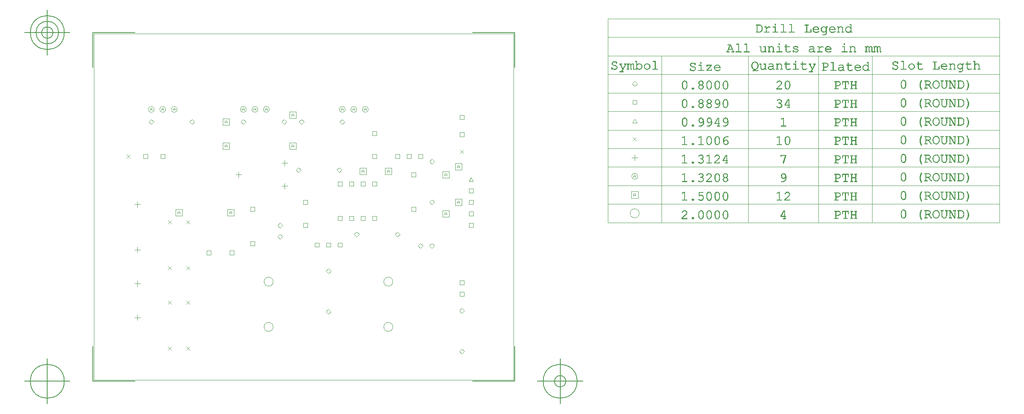
<source format=gbr>
G04 Generated by Ultiboard 14.1 *
%FSLAX34Y34*%
%MOMM*%

%ADD10C,0.0001*%
%ADD11C,0.1000*%
%ADD12C,0.0100*%
%ADD13C,0.0010*%
%ADD14C,0.1270*%


G04 ColorRGB 000000 for the following layer *
%LNDrill Symbols-Copper Top-Copper Bottom*%
%LPD*%
G54D11*
X71120Y338878D02*
X71120Y352002D01*
X64558Y345440D02*
X77682Y345440D01*
X71120Y88900D02*
X71120Y102024D01*
X64558Y95462D02*
X77682Y95462D01*
X64558Y245322D02*
X77682Y245322D01*
X71120Y238760D02*
X71120Y251884D01*
X71120Y163830D02*
X71120Y176954D01*
X64558Y170392D02*
X77682Y170392D01*
X138349Y23409D02*
X146131Y31191D01*
X138349Y31191D02*
X146131Y23409D01*
X138349Y125009D02*
X146131Y132791D01*
X138349Y132791D02*
X146131Y125009D01*
X178989Y31191D02*
X186771Y23409D01*
X178989Y23409D02*
X186771Y31191D01*
X178989Y132791D02*
X186771Y125009D01*
X178989Y125009D02*
X186771Y132791D01*
X350680Y74620D02*
G75*
D01*
G02X350680Y74620I10000J0*
G01*
X350680Y174620D02*
G75*
D01*
G02X350680Y174620I10000J0*
G01*
X614840Y74620D02*
G75*
D01*
G02X614840Y74620I10000J0*
G01*
X614840Y174620D02*
G75*
D01*
G02X614840Y174620I10000J0*
G01*
X138349Y310591D02*
X146131Y302809D01*
X138349Y302809D02*
X146131Y310591D01*
X138349Y201209D02*
X146131Y208991D01*
X138349Y208991D02*
X146131Y201209D01*
X178989Y310591D02*
X186771Y302809D01*
X178989Y302809D02*
X186771Y310591D01*
X178989Y201209D02*
X186771Y208991D01*
X178989Y208991D02*
X186771Y201209D01*
X389678Y436880D02*
X402802Y436880D01*
X396240Y430318D02*
X396240Y443442D01*
X389678Y386080D02*
X402802Y386080D01*
X396240Y379518D02*
X396240Y392642D01*
X288078Y411480D02*
X301202Y411480D01*
X294640Y404918D02*
X294640Y418042D01*
X46909Y448229D02*
X54691Y456011D01*
X46909Y456011D02*
X54691Y448229D01*
X783509Y458389D02*
X791291Y466171D01*
X783509Y466171D02*
X791291Y458389D01*
X149563Y554002D02*
X149563Y556832D01*
X151030Y558719D01*
X152498Y558719D01*
X153965Y556832D01*
X153965Y554002D01*
X149563Y555417D02*
X153965Y555417D01*
X145527Y555889D02*
G75*
D01*
G02X145527Y555889I6604J0*
G01*
X124163Y554002D02*
X124163Y556832D01*
X125630Y558719D01*
X127098Y558719D01*
X128565Y556832D01*
X128565Y554002D01*
X124163Y555417D02*
X128565Y555417D01*
X120127Y555889D02*
G75*
D01*
G02X120127Y555889I6604J0*
G01*
X98763Y554002D02*
X98763Y556832D01*
X100230Y558719D01*
X101698Y558719D01*
X103165Y556832D01*
X103165Y554002D01*
X98763Y555417D02*
X103165Y555417D01*
X94727Y555889D02*
G75*
D01*
G02X94727Y555889I6604J0*
G01*
X353032Y554002D02*
X353032Y556832D01*
X354499Y558719D01*
X355967Y558719D01*
X357434Y556832D01*
X357434Y554002D01*
X353032Y555417D02*
X357434Y555417D01*
X348996Y555889D02*
G75*
D01*
G02X348996Y555889I6604J0*
G01*
X327632Y554002D02*
X327632Y556832D01*
X329099Y558719D01*
X330567Y558719D01*
X332034Y556832D01*
X332034Y554002D01*
X327632Y555417D02*
X332034Y555417D01*
X323596Y555889D02*
G75*
D01*
G02X323596Y555889I6604J0*
G01*
X302232Y554002D02*
X302232Y556832D01*
X303699Y558719D01*
X305167Y558719D01*
X306634Y556832D01*
X306634Y554002D01*
X302232Y555417D02*
X306634Y555417D01*
X298196Y555889D02*
G75*
D01*
G02X298196Y555889I6604J0*
G01*
X571472Y554002D02*
X571472Y556832D01*
X572939Y558719D01*
X574407Y558719D01*
X575874Y556832D01*
X575874Y554002D01*
X571472Y555417D02*
X575874Y555417D01*
X567436Y555889D02*
G75*
D01*
G02X567436Y555889I6604J0*
G01*
X546072Y554002D02*
X546072Y556832D01*
X547539Y558719D01*
X549007Y558719D01*
X550474Y556832D01*
X550474Y554002D01*
X546072Y555417D02*
X550474Y555417D01*
X542036Y555889D02*
G75*
D01*
G02X542036Y555889I6604J0*
G01*
X520672Y554002D02*
X520672Y556832D01*
X522139Y558719D01*
X523607Y558719D01*
X525074Y556832D01*
X525074Y554002D01*
X520672Y555417D02*
X525074Y555417D01*
X516636Y555889D02*
G75*
D01*
G02X516636Y555889I6604J0*
G01*
X776863Y348377D02*
X776863Y351591D01*
X778530Y353734D01*
X780197Y353734D01*
X781863Y351591D01*
X781863Y348377D01*
X776863Y349984D02*
X781863Y349984D01*
X772280Y343020D02*
X787280Y343020D01*
X787280Y358020D01*
X772280Y358020D01*
X772280Y343020D01*
X776863Y427117D02*
X776863Y430331D01*
X778530Y432474D01*
X780197Y432474D01*
X781863Y430331D01*
X781863Y427117D01*
X776863Y428724D02*
X781863Y428724D01*
X772280Y421760D02*
X787280Y421760D01*
X787280Y436760D01*
X772280Y436760D01*
X772280Y421760D01*
X748923Y409337D02*
X748923Y412551D01*
X750590Y414694D01*
X752257Y414694D01*
X753923Y412551D01*
X753923Y409337D01*
X748923Y410944D02*
X753923Y410944D01*
X744340Y403980D02*
X759340Y403980D01*
X759340Y418980D01*
X744340Y418980D01*
X744340Y403980D01*
X748923Y322977D02*
X748923Y326191D01*
X750590Y328334D01*
X752257Y328334D01*
X753923Y326191D01*
X753923Y322977D01*
X748923Y324584D02*
X753923Y324584D01*
X744340Y317620D02*
X759340Y317620D01*
X759340Y332620D01*
X744340Y332620D01*
X744340Y317620D01*
X159643Y325517D02*
X159643Y328731D01*
X161310Y330874D01*
X162977Y330874D01*
X164643Y328731D01*
X164643Y325517D01*
X159643Y327124D02*
X164643Y327124D01*
X155060Y320160D02*
X170060Y320160D01*
X170060Y335160D01*
X155060Y335160D01*
X155060Y320160D01*
X273943Y325517D02*
X273943Y328731D01*
X275610Y330874D01*
X277277Y330874D01*
X278943Y328731D01*
X278943Y325517D01*
X273943Y327124D02*
X278943Y327124D01*
X269360Y320160D02*
X284360Y320160D01*
X284360Y335160D01*
X269360Y335160D01*
X269360Y320160D01*
X566043Y416957D02*
X566043Y420171D01*
X567710Y422314D01*
X569377Y422314D01*
X571043Y420171D01*
X571043Y416957D01*
X566043Y418564D02*
X571043Y418564D01*
X561460Y411600D02*
X576460Y411600D01*
X576460Y426600D01*
X561460Y426600D01*
X561460Y411600D01*
X621923Y416957D02*
X621923Y420171D01*
X623590Y422314D01*
X625257Y422314D01*
X626923Y420171D01*
X626923Y416957D01*
X621923Y418564D02*
X626923Y418564D01*
X617340Y411600D02*
X632340Y411600D01*
X632340Y426600D01*
X617340Y426600D01*
X617340Y411600D01*
X411103Y541417D02*
X411103Y544631D01*
X412770Y546774D01*
X414437Y546774D01*
X416103Y544631D01*
X416103Y541417D01*
X411103Y543024D02*
X416103Y543024D01*
X406520Y536060D02*
X421520Y536060D01*
X421520Y551060D01*
X406520Y551060D01*
X406520Y536060D01*
X411103Y472837D02*
X411103Y476051D01*
X412770Y478194D01*
X414437Y478194D01*
X416103Y476051D01*
X416103Y472837D01*
X411103Y474444D02*
X416103Y474444D01*
X406520Y467480D02*
X421520Y467480D01*
X421520Y482480D01*
X406520Y482480D01*
X406520Y467480D01*
X263783Y472837D02*
X263783Y476051D01*
X265450Y478194D01*
X267117Y478194D01*
X268783Y476051D01*
X268783Y472837D01*
X263783Y474444D02*
X268783Y474444D01*
X259200Y467480D02*
X274200Y467480D01*
X274200Y482480D01*
X259200Y482480D01*
X259200Y467480D01*
X263783Y526177D02*
X263783Y529391D01*
X265450Y531534D01*
X267117Y531534D01*
X268783Y529391D01*
X268783Y526177D01*
X263783Y527784D02*
X268783Y527784D01*
X259200Y520820D02*
X274200Y520820D01*
X274200Y535820D01*
X259200Y535820D01*
X259200Y520820D01*
X1158749Y325874D02*
G75*
D01*
G02X1158749Y325874I10000J0*
G01*
X1161249Y359374D02*
X1176249Y359374D01*
X1176249Y374374D01*
X1161249Y374374D01*
X1161249Y359374D01*
X1165832Y364731D02*
X1165832Y367945D01*
X1167499Y370088D01*
X1169165Y370088D01*
X1170832Y367945D01*
X1170832Y364731D01*
X1165832Y366338D02*
X1170832Y366338D01*
X1162145Y407874D02*
G75*
D01*
G02X1162145Y407874I6604J0*
G01*
X1166181Y405987D02*
X1166181Y408817D01*
X1167648Y410704D01*
X1169116Y410704D01*
X1170583Y408817D01*
X1170583Y405987D01*
X1166181Y407402D02*
X1170583Y407402D01*
X1162187Y448874D02*
X1175311Y448874D01*
X1168749Y442312D02*
X1168749Y455436D01*
X1164858Y485983D02*
X1172640Y493765D01*
X1164858Y493765D02*
X1172640Y485983D01*
G54D12*
X274955Y234315D02*
X283845Y234315D01*
X283845Y243205D01*
X274955Y243205D01*
X274955Y234315D01*
X224155Y234315D02*
X233045Y234315D01*
X233045Y243205D01*
X224155Y243205D01*
X224155Y234315D01*
X488315Y251455D02*
X497205Y251455D01*
X497205Y260345D01*
X488315Y260345D01*
X488315Y251455D01*
X462915Y251455D02*
X471805Y251455D01*
X471805Y260345D01*
X462915Y260345D01*
X462915Y251455D01*
X513715Y251455D02*
X522605Y251455D01*
X522605Y260345D01*
X513715Y260345D01*
X513715Y251455D01*
X320675Y330835D02*
X329565Y330835D01*
X329565Y339725D01*
X320675Y339725D01*
X320675Y330835D01*
X320675Y254635D02*
X329565Y254635D01*
X329565Y263525D01*
X320675Y263525D01*
X320675Y254635D01*
X386080Y293663D02*
X391737Y299320D01*
X386080Y304977D01*
X380423Y299320D01*
X386080Y293663D01*
X386080Y268663D02*
X391737Y274320D01*
X386080Y279977D01*
X380423Y274320D01*
X386080Y268663D01*
X555160Y273743D02*
X560817Y279400D01*
X555160Y285057D01*
X549503Y279400D01*
X555160Y273743D01*
X645160Y273643D02*
X650817Y279300D01*
X645160Y284957D01*
X639503Y279300D01*
X645160Y273643D01*
X437515Y295275D02*
X446405Y295275D01*
X446405Y304165D01*
X437515Y304165D01*
X437515Y295275D01*
X437515Y346075D02*
X446405Y346075D01*
X446405Y354965D01*
X437515Y354965D01*
X437515Y346075D01*
X513715Y386715D02*
X522605Y386715D01*
X522605Y395605D01*
X513715Y395605D01*
X513715Y386715D01*
X539115Y310515D02*
X548005Y310515D01*
X548005Y319405D01*
X539115Y319405D01*
X539115Y310515D01*
X589915Y310515D02*
X598805Y310515D01*
X598805Y319405D01*
X589915Y319405D01*
X589915Y310515D01*
X564515Y310515D02*
X573405Y310515D01*
X573405Y319405D01*
X564515Y319405D01*
X564515Y310515D01*
X589915Y386715D02*
X598805Y386715D01*
X598805Y395605D01*
X589915Y395605D01*
X589915Y386715D01*
X539115Y386715D02*
X548005Y386715D01*
X548005Y395605D01*
X539115Y395605D01*
X539115Y386715D01*
X564515Y386715D02*
X573405Y386715D01*
X573405Y395605D01*
X564515Y395605D01*
X564515Y386715D01*
X513715Y310515D02*
X522605Y310515D01*
X522605Y319405D01*
X513715Y319405D01*
X513715Y310515D01*
X802745Y396345D02*
X812695Y396345D01*
X807720Y404838D01*
X802745Y396345D01*
X803275Y295275D02*
X812165Y295275D01*
X812165Y304165D01*
X803275Y304165D01*
X803275Y295275D01*
X803275Y371475D02*
X812165Y371475D01*
X812165Y380365D01*
X803275Y380365D01*
X803275Y371475D01*
X803275Y346075D02*
X812165Y346075D01*
X812165Y354965D01*
X803275Y354965D01*
X803275Y346075D01*
X803275Y320675D02*
X812165Y320675D01*
X812165Y329565D01*
X803275Y329565D01*
X803275Y320675D01*
X676275Y330835D02*
X685165Y330835D01*
X685165Y339725D01*
X676275Y339725D01*
X676275Y330835D01*
X676275Y407035D02*
X685165Y407035D01*
X685165Y415925D01*
X676275Y415925D01*
X676275Y407035D01*
X84455Y447675D02*
X93345Y447675D01*
X93345Y456565D01*
X84455Y456565D01*
X84455Y447675D01*
X122555Y447675D02*
X131445Y447675D01*
X131445Y456565D01*
X122555Y456565D01*
X122555Y447675D01*
X516720Y415983D02*
X522377Y421640D01*
X516720Y427297D01*
X511063Y421640D01*
X516720Y415983D01*
X426720Y416083D02*
X432377Y421740D01*
X426720Y427397D01*
X421063Y421740D01*
X426720Y416083D01*
X782955Y495935D02*
X791845Y495935D01*
X791845Y504825D01*
X782955Y504825D01*
X782955Y495935D01*
X782955Y534035D02*
X791845Y534035D01*
X791845Y542925D01*
X782955Y542925D01*
X782955Y534035D01*
X695960Y248343D02*
X701617Y254000D01*
X695960Y259657D01*
X690303Y254000D01*
X695960Y248343D01*
X720960Y248343D02*
X726617Y254000D01*
X720960Y259657D01*
X715303Y254000D01*
X720960Y248343D01*
X721360Y434863D02*
X727017Y440520D01*
X721360Y446177D01*
X715703Y440520D01*
X721360Y434863D01*
X721260Y344863D02*
X726917Y350520D01*
X721260Y356177D01*
X715603Y350520D01*
X721260Y344863D01*
X433240Y522663D02*
X438897Y528320D01*
X433240Y533977D01*
X427583Y528320D01*
X433240Y522663D01*
X523240Y522563D02*
X528897Y528220D01*
X523240Y533877D01*
X517583Y528220D01*
X523240Y522563D01*
X394800Y522663D02*
X400457Y528320D01*
X394800Y533977D01*
X389143Y528320D01*
X394800Y522663D01*
X304800Y522763D02*
X310457Y528420D01*
X304800Y534077D01*
X299143Y528420D01*
X304800Y522763D01*
X191600Y522663D02*
X197257Y528320D01*
X191600Y533977D01*
X185943Y528320D01*
X191600Y522663D01*
X101600Y522763D02*
X107257Y528420D01*
X101600Y534077D01*
X95943Y528420D01*
X101600Y522763D01*
X787400Y104663D02*
X793057Y110320D01*
X787400Y115977D01*
X781743Y110320D01*
X787400Y104663D01*
X787300Y14663D02*
X792957Y20320D01*
X787300Y25977D01*
X781643Y20320D01*
X787300Y14663D01*
X782955Y142875D02*
X791845Y142875D01*
X791845Y151765D01*
X782955Y151765D01*
X782955Y142875D01*
X782955Y168275D02*
X791845Y168275D01*
X791845Y177165D01*
X782955Y177165D01*
X782955Y168275D01*
X589915Y447675D02*
X598805Y447675D01*
X598805Y456565D01*
X589915Y456565D01*
X589915Y447675D01*
X589915Y498475D02*
X598805Y498475D01*
X598805Y507365D01*
X589915Y507365D01*
X589915Y498475D01*
X492760Y102463D02*
X498417Y108120D01*
X492760Y113777D01*
X487103Y108120D01*
X492760Y102463D01*
X492860Y192463D02*
X498517Y198120D01*
X492860Y203777D01*
X487203Y198120D01*
X492860Y192463D01*
X640715Y447675D02*
X649605Y447675D01*
X649605Y456565D01*
X640715Y456565D01*
X640715Y447675D01*
X691515Y447675D02*
X700405Y447675D01*
X700405Y456565D01*
X691515Y456565D01*
X691515Y447675D01*
X666115Y447675D02*
X675005Y447675D01*
X675005Y456565D01*
X666115Y456565D01*
X666115Y447675D01*
X1163774Y525899D02*
X1173723Y525899D01*
X1168749Y534391D01*
X1163774Y525899D01*
X1164304Y567429D02*
X1173194Y567429D01*
X1173194Y576319D01*
X1164304Y576319D01*
X1164304Y567429D01*
X1168749Y607217D02*
X1174406Y612874D01*
X1168749Y618531D01*
X1163092Y612874D01*
X1168749Y607217D01*
G54D13*
G36*
X1284148Y313906D02*
X1284148Y313906D01*
X1284148Y315620D01*
X1284104Y315997D01*
X1284148Y313906D01*
D02*
G37*
X1284148Y315620D01*
X1284104Y315997D01*
X1284148Y313906D01*
G36*
X1284148Y313906D01*
X1284104Y315997D01*
X1283972Y316250D01*
X1284148Y313906D01*
D02*
G37*
X1284104Y315997D01*
X1283972Y316250D01*
X1284148Y313906D01*
G36*
X1284148Y313906D01*
X1283972Y316250D01*
X1283775Y316393D01*
X1284148Y313906D01*
D02*
G37*
X1283972Y316250D01*
X1283775Y316393D01*
X1284148Y313906D01*
G36*
X1284148Y313906D01*
X1283775Y316393D01*
X1283533Y316440D01*
X1284148Y313906D01*
D02*
G37*
X1283775Y316393D01*
X1283533Y316440D01*
X1284148Y313906D01*
G36*
X1284148Y313906D01*
X1283533Y316440D01*
X1283280Y316393D01*
X1284148Y313906D01*
D02*
G37*
X1283533Y316440D01*
X1283280Y316393D01*
X1284148Y313906D01*
G36*
X1284148Y313906D01*
X1283280Y316393D01*
X1283079Y316250D01*
X1284148Y313906D01*
D02*
G37*
X1283280Y316393D01*
X1283079Y316250D01*
X1284148Y313906D01*
G36*
X1284148Y313906D01*
X1283079Y316250D01*
X1282947Y315997D01*
X1284148Y313906D01*
D02*
G37*
X1283079Y316250D01*
X1282947Y315997D01*
X1284148Y313906D01*
G36*
X1284148Y313906D01*
X1282947Y315997D01*
X1282903Y315620D01*
X1284148Y313906D01*
D02*
G37*
X1282947Y315997D01*
X1282903Y315620D01*
X1284148Y313906D01*
G36*
X1284148Y313906D01*
X1282903Y315620D01*
X1282903Y315136D01*
X1284148Y313906D01*
D02*
G37*
X1282903Y315620D01*
X1282903Y315136D01*
X1284148Y313906D01*
G36*
X1284148Y313906D01*
X1282903Y315136D01*
X1273455Y315136D01*
X1284148Y313906D01*
D02*
G37*
X1282903Y315136D01*
X1273455Y315136D01*
X1284148Y313906D01*
G36*
X1284148Y313906D01*
X1273455Y315136D01*
X1272254Y313906D01*
X1284148Y313906D01*
D02*
G37*
X1273455Y315136D01*
X1272254Y313906D01*
X1284148Y313906D01*
G36*
X1281819Y324966D02*
X1281819Y324966D01*
X1281978Y323345D01*
X1282337Y325682D01*
X1281819Y324966D01*
D02*
G37*
X1281978Y323345D01*
X1282337Y325682D01*
X1281819Y324966D01*
G36*
X1281978Y323345D02*
X1281978Y323345D01*
X1281819Y324966D01*
X1280944Y323988D01*
X1281978Y323345D01*
D02*
G37*
X1281819Y324966D01*
X1280944Y323988D01*
X1281978Y323345D01*
G36*
X1280944Y323988D02*
X1280944Y323988D01*
X1280515Y321860D01*
X1281978Y323345D01*
X1280944Y323988D01*
D02*
G37*
X1280515Y321860D01*
X1281978Y323345D01*
X1280944Y323988D01*
G36*
X1280515Y321860D02*
X1280515Y321860D01*
X1280944Y323988D01*
X1279549Y322578D01*
X1280515Y321860D01*
D02*
G37*
X1280944Y323988D01*
X1279549Y322578D01*
X1280515Y321860D01*
G36*
X1279549Y322578D02*
X1279549Y322578D01*
X1276582Y318062D01*
X1280515Y321860D01*
X1279549Y322578D01*
D02*
G37*
X1276582Y318062D01*
X1280515Y321860D01*
X1279549Y322578D01*
G36*
X1276582Y318062D02*
X1276582Y318062D01*
X1279549Y322578D01*
X1275952Y319121D01*
X1276582Y318062D01*
D02*
G37*
X1279549Y322578D01*
X1275952Y319121D01*
X1276582Y318062D01*
G36*
X1275952Y319121D02*
X1275952Y319121D01*
X1273455Y315224D01*
X1276582Y318062D01*
X1275952Y319121D01*
D02*
G37*
X1273455Y315224D01*
X1276582Y318062D01*
X1275952Y319121D01*
G36*
X1273455Y315224D02*
X1273455Y315224D01*
X1275952Y319121D01*
X1272254Y315722D01*
X1273455Y315224D01*
D02*
G37*
X1275952Y319121D01*
X1272254Y315722D01*
X1273455Y315224D01*
G36*
X1272254Y315722D02*
X1272254Y315722D01*
X1273455Y315136D01*
X1273455Y315224D01*
X1272254Y315722D01*
D02*
G37*
X1273455Y315136D01*
X1273455Y315224D01*
X1272254Y315722D01*
G36*
X1273455Y315136D02*
X1273455Y315136D01*
X1272254Y315722D01*
X1272254Y313906D01*
X1273455Y315136D01*
D02*
G37*
X1272254Y315722D01*
X1272254Y313906D01*
X1273455Y315136D01*
G36*
X1284030Y328499D02*
X1284030Y328499D01*
X1283202Y330308D01*
X1283480Y325211D01*
X1284030Y328499D01*
D02*
G37*
X1283202Y330308D01*
X1283480Y325211D01*
X1284030Y328499D01*
G36*
X1284030Y328499D01*
X1283480Y325211D01*
X1283855Y325954D01*
X1284030Y328499D01*
D02*
G37*
X1283480Y325211D01*
X1283855Y325954D01*
X1284030Y328499D01*
G36*
X1284030Y328499D01*
X1283855Y325954D01*
X1284064Y326700D01*
X1284030Y328499D01*
D02*
G37*
X1283855Y325954D01*
X1284064Y326700D01*
X1284030Y328499D01*
G36*
X1284030Y328499D01*
X1284064Y326700D01*
X1284134Y327514D01*
X1284030Y328499D01*
D02*
G37*
X1284064Y326700D01*
X1284134Y327514D01*
X1284030Y328499D01*
G36*
X1282910Y324402D02*
X1282910Y324402D01*
X1283480Y325211D01*
X1283202Y330308D01*
X1282910Y324402D01*
D02*
G37*
X1283480Y325211D01*
X1283202Y330308D01*
X1282910Y324402D01*
G36*
X1282910Y324402D01*
X1283202Y330308D01*
X1282888Y327470D01*
X1282910Y324402D01*
D02*
G37*
X1283202Y330308D01*
X1282888Y327470D01*
X1282910Y324402D01*
G36*
X1282910Y324402D01*
X1282888Y327470D01*
X1282832Y326886D01*
X1282910Y324402D01*
D02*
G37*
X1282888Y327470D01*
X1282832Y326886D01*
X1282910Y324402D01*
G36*
X1282910Y324402D01*
X1282832Y326886D01*
X1282661Y326306D01*
X1282910Y324402D01*
D02*
G37*
X1282832Y326886D01*
X1282661Y326306D01*
X1282910Y324402D01*
G36*
X1282910Y324402D01*
X1282661Y326306D01*
X1282337Y325682D01*
X1282910Y324402D01*
D02*
G37*
X1282661Y326306D01*
X1282337Y325682D01*
X1282910Y324402D01*
G36*
X1282910Y324402D01*
X1282337Y325682D01*
X1281978Y323345D01*
X1282910Y324402D01*
D02*
G37*
X1282337Y325682D01*
X1281978Y323345D01*
X1282910Y324402D01*
G36*
X1282172Y329638D02*
X1282172Y329638D01*
X1282478Y331133D01*
X1281614Y330268D01*
X1282172Y329638D01*
D02*
G37*
X1282478Y331133D01*
X1281614Y330268D01*
X1282172Y329638D01*
G36*
X1282478Y331133D02*
X1282478Y331133D01*
X1282172Y329638D01*
X1282809Y328239D01*
X1282478Y331133D01*
D02*
G37*
X1282172Y329638D01*
X1282809Y328239D01*
X1282478Y331133D01*
G36*
X1282809Y328239D02*
X1282809Y328239D01*
X1283202Y330308D01*
X1282478Y331133D01*
X1282809Y328239D01*
D02*
G37*
X1283202Y330308D01*
X1282478Y331133D01*
X1282809Y328239D01*
G36*
X1283202Y330308D02*
X1283202Y330308D01*
X1282809Y328239D01*
X1282888Y327470D01*
X1283202Y330308D01*
D02*
G37*
X1282809Y328239D01*
X1282888Y327470D01*
X1283202Y330308D01*
G36*
X1279406Y331408D02*
X1279406Y331408D01*
X1279633Y332629D01*
X1278538Y331484D01*
X1279406Y331408D01*
D02*
G37*
X1279633Y332629D01*
X1278538Y331484D01*
X1279406Y331408D01*
G36*
X1279633Y332629D02*
X1279633Y332629D01*
X1279406Y331408D01*
X1280944Y330800D01*
X1279633Y332629D01*
D02*
G37*
X1279406Y331408D01*
X1280944Y330800D01*
X1279633Y332629D01*
G36*
X1280944Y330800D02*
X1280944Y330800D01*
X1281610Y331831D01*
X1279633Y332629D01*
X1280944Y330800D01*
D02*
G37*
X1281610Y331831D01*
X1279633Y332629D01*
X1280944Y330800D01*
G36*
X1281610Y331831D02*
X1281610Y331831D01*
X1280944Y330800D01*
X1281614Y330268D01*
X1281610Y331831D01*
D02*
G37*
X1280944Y330800D01*
X1281614Y330268D01*
X1281610Y331831D01*
G36*
X1281614Y330268D02*
X1281614Y330268D01*
X1282478Y331133D01*
X1281610Y331831D01*
X1281614Y330268D01*
D02*
G37*
X1282478Y331133D01*
X1281610Y331831D01*
X1281614Y330268D01*
G36*
X1275681Y330561D02*
X1275681Y330561D01*
X1275747Y332041D01*
X1274656Y329529D01*
X1275681Y330561D01*
D02*
G37*
X1275747Y332041D01*
X1274656Y329529D01*
X1275681Y330561D01*
G36*
X1275747Y332041D02*
X1275747Y332041D01*
X1275681Y330561D01*
X1277018Y331253D01*
X1275747Y332041D01*
D02*
G37*
X1275681Y330561D01*
X1277018Y331253D01*
X1275747Y332041D01*
G36*
X1277018Y331253D02*
X1277018Y331253D01*
X1277119Y332557D01*
X1275747Y332041D01*
X1277018Y331253D01*
D02*
G37*
X1277119Y332557D01*
X1275747Y332041D01*
X1277018Y331253D01*
G36*
X1277119Y332557D02*
X1277119Y332557D01*
X1277018Y331253D01*
X1278538Y331484D01*
X1277119Y332557D01*
D02*
G37*
X1277018Y331253D01*
X1278538Y331484D01*
X1277119Y332557D01*
G36*
X1278538Y331484D02*
X1278538Y331484D01*
X1278523Y332729D01*
X1277119Y332557D01*
X1278538Y331484D01*
D02*
G37*
X1278523Y332729D01*
X1277119Y332557D01*
X1278538Y331484D01*
G36*
X1278523Y332729D02*
X1278523Y332729D01*
X1278538Y331484D01*
X1279633Y332629D01*
X1278523Y332729D01*
D02*
G37*
X1278538Y331484D01*
X1279633Y332629D01*
X1278523Y332729D01*
G36*
X1274539Y331224D02*
X1274539Y331224D01*
X1273623Y330151D01*
X1273660Y327712D01*
X1274539Y331224D01*
D02*
G37*
X1273623Y330151D01*
X1273660Y327712D01*
X1274539Y331224D01*
G36*
X1274539Y331224D01*
X1273660Y327712D01*
X1273850Y327822D01*
X1274539Y331224D01*
D02*
G37*
X1273660Y327712D01*
X1273850Y327822D01*
X1274539Y331224D01*
G36*
X1274539Y331224D01*
X1273850Y327822D01*
X1273971Y327987D01*
X1274539Y331224D01*
D02*
G37*
X1273850Y327822D01*
X1273971Y327987D01*
X1274539Y331224D01*
G36*
X1274539Y331224D01*
X1273971Y327987D01*
X1274070Y328276D01*
X1274539Y331224D01*
D02*
G37*
X1273971Y327987D01*
X1274070Y328276D01*
X1274539Y331224D01*
G36*
X1274539Y331224D01*
X1274070Y328276D01*
X1274656Y329529D01*
X1274539Y331224D01*
D02*
G37*
X1274070Y328276D01*
X1274656Y329529D01*
X1274539Y331224D01*
G36*
X1274539Y331224D01*
X1274656Y329529D01*
X1275747Y332041D01*
X1274539Y331224D01*
D02*
G37*
X1274656Y329529D01*
X1275747Y332041D01*
X1274539Y331224D01*
G36*
X1273023Y327844D02*
X1273023Y327844D01*
X1273046Y329074D01*
X1272896Y328029D01*
X1273023Y327844D01*
D02*
G37*
X1273046Y329074D01*
X1272896Y328029D01*
X1273023Y327844D01*
G36*
X1273046Y329074D02*
X1273046Y329074D01*
X1273023Y327844D01*
X1273211Y327718D01*
X1273046Y329074D01*
D02*
G37*
X1273023Y327844D01*
X1273211Y327718D01*
X1273046Y329074D01*
G36*
X1273211Y327718D02*
X1273211Y327718D01*
X1273623Y330151D01*
X1273046Y329074D01*
X1273211Y327718D01*
D02*
G37*
X1273623Y330151D01*
X1273046Y329074D01*
X1273211Y327718D01*
G36*
X1273623Y330151D02*
X1273623Y330151D01*
X1273211Y327718D01*
X1273440Y327676D01*
X1273623Y330151D01*
D02*
G37*
X1273211Y327718D01*
X1273440Y327676D01*
X1273623Y330151D01*
G36*
X1273440Y327676D02*
X1273440Y327676D01*
X1273660Y327712D01*
X1273623Y330151D01*
X1273440Y327676D01*
D02*
G37*
X1273660Y327712D01*
X1273623Y330151D01*
X1273440Y327676D01*
G36*
X1272896Y328029D02*
X1272896Y328029D01*
X1273046Y329074D01*
X1272854Y328247D01*
X1272896Y328029D01*
D02*
G37*
X1273046Y329074D01*
X1272854Y328247D01*
X1272896Y328029D01*
G36*
X1296497Y317436D02*
X1296497Y317436D01*
X1295744Y317293D01*
X1296497Y317436D01*
D02*
G37*
X1295744Y317293D01*
X1296497Y317436D01*
G36*
X1296497Y317436D01*
X1295744Y317293D01*
X1295098Y316865D01*
X1296497Y317436D01*
D02*
G37*
X1295744Y317293D01*
X1295098Y316865D01*
X1296497Y317436D01*
G36*
X1296497Y317436D01*
X1295098Y316865D01*
X1294653Y316224D01*
X1296497Y317436D01*
D02*
G37*
X1295098Y316865D01*
X1294653Y316224D01*
X1296497Y317436D01*
G36*
X1296497Y317436D01*
X1294653Y316224D01*
X1294505Y315444D01*
X1296497Y317436D01*
D02*
G37*
X1294653Y316224D01*
X1294505Y315444D01*
X1296497Y317436D01*
G36*
X1296497Y317436D01*
X1294505Y315444D01*
X1294651Y314684D01*
X1296497Y317436D01*
D02*
G37*
X1294505Y315444D01*
X1294651Y314684D01*
X1296497Y317436D01*
G36*
X1296497Y317436D01*
X1294651Y314684D01*
X1295091Y314045D01*
X1296497Y317436D01*
D02*
G37*
X1294651Y314684D01*
X1295091Y314045D01*
X1296497Y317436D01*
G36*
X1296497Y317436D01*
X1295091Y314045D01*
X1295735Y313611D01*
X1296497Y317436D01*
D02*
G37*
X1295091Y314045D01*
X1295735Y313611D01*
X1296497Y317436D01*
G36*
X1296497Y317436D01*
X1295735Y313611D01*
X1296497Y313467D01*
X1296497Y317436D01*
D02*
G37*
X1295735Y313611D01*
X1296497Y313467D01*
X1296497Y317436D01*
G36*
X1296497Y317436D01*
X1296497Y313467D01*
X1297024Y313467D01*
X1296497Y317436D01*
D02*
G37*
X1296497Y313467D01*
X1297024Y313467D01*
X1296497Y317436D01*
G36*
X1296497Y317436D01*
X1297024Y313467D01*
X1297777Y313610D01*
X1296497Y317436D01*
D02*
G37*
X1297024Y313467D01*
X1297777Y313610D01*
X1296497Y317436D01*
G36*
X1296497Y317436D01*
X1297777Y313610D01*
X1298423Y314038D01*
X1296497Y317436D01*
D02*
G37*
X1297777Y313610D01*
X1298423Y314038D01*
X1296497Y317436D01*
G36*
X1296497Y317436D01*
X1298423Y314038D01*
X1298868Y314679D01*
X1296497Y317436D01*
D02*
G37*
X1298423Y314038D01*
X1298868Y314679D01*
X1296497Y317436D01*
G36*
X1296497Y317436D01*
X1298868Y314679D01*
X1299016Y315459D01*
X1296497Y317436D01*
D02*
G37*
X1298868Y314679D01*
X1299016Y315459D01*
X1296497Y317436D01*
G36*
X1296497Y317436D01*
X1299016Y315459D01*
X1298870Y316219D01*
X1296497Y317436D01*
D02*
G37*
X1299016Y315459D01*
X1298870Y316219D01*
X1296497Y317436D01*
G36*
X1296497Y317436D01*
X1298870Y316219D01*
X1298430Y316858D01*
X1296497Y317436D01*
D02*
G37*
X1298870Y316219D01*
X1298430Y316858D01*
X1296497Y317436D01*
G36*
X1296497Y317436D01*
X1298430Y316858D01*
X1297786Y317292D01*
X1296497Y317436D01*
D02*
G37*
X1298430Y316858D01*
X1297786Y317292D01*
X1296497Y317436D01*
G36*
X1296497Y317436D01*
X1297786Y317292D01*
X1297024Y317436D01*
X1296497Y317436D01*
D02*
G37*
X1297786Y317292D01*
X1297024Y317436D01*
X1296497Y317436D01*
G36*
X1320322Y326203D02*
X1320322Y326203D01*
X1320081Y327573D01*
X1320285Y319686D01*
X1320322Y326203D01*
D02*
G37*
X1320081Y327573D01*
X1320285Y319686D01*
X1320322Y326203D01*
G36*
X1320322Y326203D01*
X1320285Y319686D01*
X1320403Y321567D01*
X1320322Y326203D01*
D02*
G37*
X1320285Y319686D01*
X1320403Y321567D01*
X1320322Y326203D01*
G36*
X1320322Y326203D01*
X1320403Y321567D01*
X1320403Y324614D01*
X1320322Y326203D01*
D02*
G37*
X1320403Y321567D01*
X1320403Y324614D01*
X1320322Y326203D01*
G36*
X1319780Y328500D02*
X1319780Y328500D01*
X1320285Y319686D01*
X1320081Y327573D01*
X1319780Y328500D01*
D02*
G37*
X1320285Y319686D01*
X1320081Y327573D01*
X1319780Y328500D01*
G36*
X1320285Y319686D02*
X1320285Y319686D01*
X1319780Y328500D01*
X1319348Y329521D01*
X1320285Y319686D01*
D02*
G37*
X1319780Y328500D01*
X1319348Y329521D01*
X1320285Y319686D01*
G36*
X1319348Y329521D02*
X1319348Y329521D01*
X1319340Y316544D01*
X1320285Y319686D01*
X1319348Y329521D01*
D02*
G37*
X1319340Y316544D01*
X1320285Y319686D01*
X1319348Y329521D01*
G36*
X1319340Y316544D02*
X1319340Y316544D01*
X1319348Y329521D01*
X1319173Y324453D01*
X1319340Y316544D01*
D02*
G37*
X1319348Y329521D01*
X1319173Y324453D01*
X1319340Y316544D01*
G36*
X1319173Y324453D02*
X1319173Y324453D01*
X1319173Y321743D01*
X1319340Y316544D01*
X1319173Y324453D01*
D02*
G37*
X1319173Y321743D01*
X1319340Y316544D01*
X1319173Y324453D01*
G36*
X1317576Y330093D02*
X1317576Y330093D01*
X1317667Y331779D01*
X1317155Y330569D01*
X1317576Y330093D01*
D02*
G37*
X1317667Y331779D01*
X1317155Y330569D01*
X1317576Y330093D01*
G36*
X1317667Y331779D02*
X1317667Y331779D01*
X1317576Y330093D01*
X1318160Y329047D01*
X1317667Y331779D01*
D02*
G37*
X1317576Y330093D01*
X1318160Y329047D01*
X1317667Y331779D01*
G36*
X1318160Y329047D02*
X1318160Y329047D01*
X1318411Y331089D01*
X1317667Y331779D01*
X1318160Y329047D01*
D02*
G37*
X1318411Y331089D01*
X1317667Y331779D01*
X1318160Y329047D01*
G36*
X1318411Y331089D02*
X1318411Y331089D01*
X1318160Y329047D01*
X1318682Y327698D01*
X1318411Y331089D01*
D02*
G37*
X1318160Y329047D01*
X1318682Y327698D01*
X1318411Y331089D01*
G36*
X1318682Y327698D02*
X1318682Y327698D01*
X1318865Y330448D01*
X1318411Y331089D01*
X1318682Y327698D01*
D02*
G37*
X1318865Y330448D01*
X1318411Y331089D01*
X1318682Y327698D01*
G36*
X1318865Y330448D02*
X1318865Y330448D01*
X1318682Y327698D01*
X1319050Y326136D01*
X1318865Y330448D01*
D02*
G37*
X1318682Y327698D01*
X1319050Y326136D01*
X1318865Y330448D01*
G36*
X1319050Y326136D02*
X1319050Y326136D01*
X1319348Y329521D01*
X1318865Y330448D01*
X1319050Y326136D01*
D02*
G37*
X1319348Y329521D01*
X1318865Y330448D01*
X1319050Y326136D01*
G36*
X1319348Y329521D02*
X1319348Y329521D01*
X1319050Y326136D01*
X1319173Y324453D01*
X1319348Y329521D01*
D02*
G37*
X1319050Y326136D01*
X1319173Y324453D01*
X1319348Y329521D01*
G36*
X1315738Y331356D02*
X1315738Y331356D01*
X1315796Y332621D01*
X1314749Y331484D01*
X1315738Y331356D01*
D02*
G37*
X1315796Y332621D01*
X1314749Y331484D01*
X1315738Y331356D01*
G36*
X1315796Y332621D02*
X1315796Y332621D01*
X1315738Y331356D01*
X1316624Y330971D01*
X1315796Y332621D01*
D02*
G37*
X1315738Y331356D01*
X1316624Y330971D01*
X1315796Y332621D01*
G36*
X1316624Y330971D02*
X1316624Y330971D01*
X1316785Y332297D01*
X1315796Y332621D01*
X1316624Y330971D01*
D02*
G37*
X1316785Y332297D01*
X1315796Y332621D01*
X1316624Y330971D01*
G36*
X1316785Y332297D02*
X1316785Y332297D01*
X1316624Y330971D01*
X1317155Y330569D01*
X1316785Y332297D01*
D02*
G37*
X1316624Y330971D01*
X1317155Y330569D01*
X1316785Y332297D01*
G36*
X1317155Y330569D02*
X1317155Y330569D01*
X1317667Y331779D01*
X1316785Y332297D01*
X1317155Y330569D01*
D02*
G37*
X1317667Y331779D01*
X1316785Y332297D01*
X1317155Y330569D01*
G36*
X1310999Y328276D02*
X1310999Y328276D01*
X1310999Y330913D01*
X1310413Y325815D01*
X1310999Y328276D01*
D02*
G37*
X1310999Y330913D01*
X1310413Y325815D01*
X1310999Y328276D01*
G36*
X1310999Y330913D02*
X1310999Y330913D01*
X1310999Y328276D01*
X1311511Y329375D01*
X1310999Y330913D01*
D02*
G37*
X1310999Y328276D01*
X1311511Y329375D01*
X1310999Y330913D01*
G36*
X1311511Y329375D02*
X1311511Y329375D01*
X1311787Y331708D01*
X1310999Y330913D01*
X1311511Y329375D01*
D02*
G37*
X1311787Y331708D01*
X1310999Y330913D01*
X1311511Y329375D01*
G36*
X1311787Y331708D02*
X1311787Y331708D01*
X1311511Y329375D01*
X1312153Y330298D01*
X1311787Y331708D01*
D02*
G37*
X1311511Y329375D01*
X1312153Y330298D01*
X1311787Y331708D01*
G36*
X1312153Y330298D02*
X1312153Y330298D01*
X1313655Y332616D01*
X1311787Y331708D01*
X1312153Y330298D01*
D02*
G37*
X1313655Y332616D01*
X1311787Y331708D01*
X1312153Y330298D01*
G36*
X1313655Y332616D02*
X1313655Y332616D01*
X1312153Y330298D01*
X1313772Y331352D01*
X1313655Y332616D01*
D02*
G37*
X1312153Y330298D01*
X1313772Y331352D01*
X1313655Y332616D01*
G36*
X1313772Y331352D02*
X1313772Y331352D01*
X1314734Y332729D01*
X1313655Y332616D01*
X1313772Y331352D01*
D02*
G37*
X1314734Y332729D01*
X1313655Y332616D01*
X1313772Y331352D01*
G36*
X1314734Y332729D02*
X1314734Y332729D01*
X1313772Y331352D01*
X1314749Y331484D01*
X1314734Y332729D01*
D02*
G37*
X1313772Y331352D01*
X1314749Y331484D01*
X1314734Y332729D01*
G36*
X1314749Y331484D02*
X1314749Y331484D01*
X1315796Y332621D01*
X1314734Y332729D01*
X1314749Y331484D01*
D02*
G37*
X1315796Y332621D01*
X1314734Y332729D01*
X1314749Y331484D01*
G36*
X1310172Y329651D02*
X1310172Y329651D01*
X1309227Y326502D01*
X1309446Y318623D01*
X1310172Y329651D01*
D02*
G37*
X1309227Y326502D01*
X1309446Y318623D01*
X1310172Y329651D01*
G36*
X1310172Y329651D01*
X1309446Y318623D01*
X1309737Y317685D01*
X1310172Y329651D01*
D02*
G37*
X1309446Y318623D01*
X1309737Y317685D01*
X1310172Y329651D01*
G36*
X1310172Y329651D01*
X1309737Y317685D01*
X1310171Y316660D01*
X1310172Y329651D01*
D02*
G37*
X1309737Y317685D01*
X1310171Y316660D01*
X1310172Y329651D01*
G36*
X1310172Y329651D01*
X1310171Y316660D01*
X1310340Y321743D01*
X1310172Y329651D01*
D02*
G37*
X1310171Y316660D01*
X1310340Y321743D01*
X1310172Y329651D01*
G36*
X1310172Y329651D01*
X1310340Y321743D01*
X1310340Y324453D01*
X1310172Y329651D01*
D02*
G37*
X1310340Y321743D01*
X1310340Y324453D01*
X1310172Y329651D01*
G36*
X1310172Y329651D01*
X1310340Y324453D01*
X1310413Y325815D01*
X1310172Y329651D01*
D02*
G37*
X1310340Y324453D01*
X1310413Y325815D01*
X1310172Y329651D01*
G36*
X1310172Y329651D01*
X1310413Y325815D01*
X1310999Y330913D01*
X1310172Y329651D01*
D02*
G37*
X1310413Y325815D01*
X1310999Y330913D01*
X1310172Y329651D01*
G36*
X1319099Y320380D02*
X1319099Y320380D01*
X1319340Y316544D01*
X1319173Y321743D01*
X1319099Y320380D01*
D02*
G37*
X1319340Y316544D01*
X1319173Y321743D01*
X1319099Y320380D01*
G36*
X1319340Y316544D02*
X1319340Y316544D01*
X1319099Y320380D01*
X1318513Y317916D01*
X1319340Y316544D01*
D02*
G37*
X1319099Y320380D01*
X1318513Y317916D01*
X1319340Y316544D01*
G36*
X1318513Y317916D02*
X1318513Y317916D01*
X1318513Y315283D01*
X1319340Y316544D01*
X1318513Y317916D01*
D02*
G37*
X1318513Y315283D01*
X1319340Y316544D01*
X1318513Y317916D01*
G36*
X1318513Y315283D02*
X1318513Y315283D01*
X1318513Y317916D01*
X1318001Y316814D01*
X1318513Y315283D01*
D02*
G37*
X1318513Y317916D01*
X1318001Y316814D01*
X1318513Y315283D01*
G36*
X1318001Y316814D02*
X1318001Y316814D01*
X1317725Y314488D01*
X1318513Y315283D01*
X1318001Y316814D01*
D02*
G37*
X1317725Y314488D01*
X1318513Y315283D01*
X1318001Y316814D01*
G36*
X1317725Y314488D02*
X1317725Y314488D01*
X1318001Y316814D01*
X1317360Y315888D01*
X1317725Y314488D01*
D02*
G37*
X1318001Y316814D01*
X1317360Y315888D01*
X1317725Y314488D01*
G36*
X1317360Y315888D02*
X1317360Y315888D01*
X1315857Y313580D01*
X1317725Y314488D01*
X1317360Y315888D01*
D02*
G37*
X1315857Y313580D01*
X1317725Y314488D01*
X1317360Y315888D01*
G36*
X1315857Y313580D02*
X1315857Y313580D01*
X1317360Y315888D01*
X1315749Y314829D01*
X1315857Y313580D01*
D02*
G37*
X1317360Y315888D01*
X1315749Y314829D01*
X1315857Y313580D01*
G36*
X1315749Y314829D02*
X1315749Y314829D01*
X1314778Y314697D01*
X1315857Y313580D01*
X1315749Y314829D01*
D02*
G37*
X1314778Y314697D01*
X1315857Y313580D01*
X1315749Y314829D01*
G36*
X1314778Y314697D02*
X1314778Y314697D01*
X1314778Y313467D01*
X1315857Y313580D01*
X1314778Y314697D01*
D02*
G37*
X1314778Y313467D01*
X1315857Y313580D01*
X1314778Y314697D01*
G36*
X1314778Y313467D02*
X1314778Y313467D01*
X1314778Y314697D01*
X1313778Y314829D01*
X1314778Y313467D01*
D02*
G37*
X1314778Y314697D01*
X1313778Y314829D01*
X1314778Y313467D01*
G36*
X1313778Y314829D02*
X1313778Y314829D01*
X1313725Y313575D01*
X1314778Y313467D01*
X1313778Y314829D01*
D02*
G37*
X1313725Y313575D01*
X1314778Y313467D01*
X1313778Y314829D01*
G36*
X1313725Y313575D02*
X1313725Y313575D01*
X1313778Y314829D01*
X1312888Y315224D01*
X1313725Y313575D01*
D02*
G37*
X1313778Y314829D01*
X1312888Y315224D01*
X1313725Y313575D01*
G36*
X1312888Y315224D02*
X1312888Y315224D01*
X1312735Y313899D01*
X1313725Y313575D01*
X1312888Y315224D01*
D02*
G37*
X1312735Y313899D01*
X1313725Y313575D01*
X1312888Y315224D01*
G36*
X1312735Y313899D02*
X1312735Y313899D01*
X1312888Y315224D01*
X1312361Y315624D01*
X1312735Y313899D01*
D02*
G37*
X1312888Y315224D01*
X1312361Y315624D01*
X1312735Y313899D01*
G36*
X1312361Y315624D02*
X1312361Y315624D01*
X1311951Y316089D01*
X1312735Y313899D01*
X1312361Y315624D01*
D02*
G37*
X1311951Y316089D01*
X1312735Y313899D01*
X1312361Y315624D01*
G36*
X1311951Y316089D02*
X1311951Y316089D01*
X1311847Y314417D01*
X1312735Y313899D01*
X1311951Y316089D01*
D02*
G37*
X1311847Y314417D01*
X1312735Y313899D01*
X1311951Y316089D01*
G36*
X1311847Y314417D02*
X1311847Y314417D01*
X1311951Y316089D01*
X1311356Y317136D01*
X1311847Y314417D01*
D02*
G37*
X1311951Y316089D01*
X1311356Y317136D01*
X1311847Y314417D01*
G36*
X1311356Y317136D02*
X1311356Y317136D01*
X1311101Y315107D01*
X1311847Y314417D01*
X1311356Y317136D01*
D02*
G37*
X1311101Y315107D01*
X1311847Y314417D01*
X1311356Y317136D01*
G36*
X1311101Y315107D02*
X1311101Y315107D01*
X1311356Y317136D01*
X1310830Y318491D01*
X1311101Y315107D01*
D02*
G37*
X1311356Y317136D01*
X1310830Y318491D01*
X1311101Y315107D01*
G36*
X1310830Y318491D02*
X1310830Y318491D01*
X1310656Y315737D01*
X1311101Y315107D01*
X1310830Y318491D01*
D02*
G37*
X1310656Y315737D01*
X1311101Y315107D01*
X1310830Y318491D01*
G36*
X1310656Y315737D02*
X1310656Y315737D01*
X1310830Y318491D01*
X1310462Y320058D01*
X1310656Y315737D01*
D02*
G37*
X1310830Y318491D01*
X1310462Y320058D01*
X1310656Y315737D01*
G36*
X1310462Y320058D02*
X1310462Y320058D01*
X1310340Y321743D01*
X1310656Y315737D01*
X1310462Y320058D01*
D02*
G37*
X1310340Y321743D01*
X1310656Y315737D01*
X1310462Y320058D01*
G36*
X1309193Y319989D02*
X1309193Y319989D01*
X1309446Y318623D01*
X1309227Y326502D01*
X1309193Y319989D01*
D02*
G37*
X1309446Y318623D01*
X1309227Y326502D01*
X1309193Y319989D01*
G36*
X1309193Y319989D01*
X1309227Y326502D01*
X1309109Y324614D01*
X1309193Y319989D01*
D02*
G37*
X1309227Y326502D01*
X1309109Y324614D01*
X1309193Y319989D01*
G36*
X1309193Y319989D01*
X1309109Y324614D01*
X1309109Y321567D01*
X1309193Y319989D01*
D02*
G37*
X1309109Y324614D01*
X1309109Y321567D01*
X1309193Y319989D01*
G36*
X1310340Y321743D02*
X1310340Y321743D01*
X1310171Y316660D01*
X1310656Y315737D01*
X1310340Y321743D01*
D02*
G37*
X1310171Y316660D01*
X1310656Y315737D01*
X1310340Y321743D01*
G36*
X1338325Y326203D02*
X1338325Y326203D01*
X1338084Y327573D01*
X1338288Y319686D01*
X1338325Y326203D01*
D02*
G37*
X1338084Y327573D01*
X1338288Y319686D01*
X1338325Y326203D01*
G36*
X1338325Y326203D01*
X1338288Y319686D01*
X1338406Y321567D01*
X1338325Y326203D01*
D02*
G37*
X1338288Y319686D01*
X1338406Y321567D01*
X1338325Y326203D01*
G36*
X1338325Y326203D01*
X1338406Y321567D01*
X1338406Y324614D01*
X1338325Y326203D01*
D02*
G37*
X1338406Y321567D01*
X1338406Y324614D01*
X1338325Y326203D01*
G36*
X1337783Y328500D02*
X1337783Y328500D01*
X1338288Y319686D01*
X1338084Y327573D01*
X1337783Y328500D01*
D02*
G37*
X1338288Y319686D01*
X1338084Y327573D01*
X1337783Y328500D01*
G36*
X1338288Y319686D02*
X1338288Y319686D01*
X1337783Y328500D01*
X1337351Y329521D01*
X1338288Y319686D01*
D02*
G37*
X1337783Y328500D01*
X1337351Y329521D01*
X1338288Y319686D01*
G36*
X1337351Y329521D02*
X1337351Y329521D01*
X1337343Y316544D01*
X1338288Y319686D01*
X1337351Y329521D01*
D02*
G37*
X1337343Y316544D01*
X1338288Y319686D01*
X1337351Y329521D01*
G36*
X1337343Y316544D02*
X1337343Y316544D01*
X1337351Y329521D01*
X1337176Y324453D01*
X1337343Y316544D01*
D02*
G37*
X1337351Y329521D01*
X1337176Y324453D01*
X1337343Y316544D01*
G36*
X1337176Y324453D02*
X1337176Y324453D01*
X1337176Y321743D01*
X1337343Y316544D01*
X1337176Y324453D01*
D02*
G37*
X1337176Y321743D01*
X1337343Y316544D01*
X1337176Y324453D01*
G36*
X1335579Y330093D02*
X1335579Y330093D01*
X1335670Y331779D01*
X1335158Y330569D01*
X1335579Y330093D01*
D02*
G37*
X1335670Y331779D01*
X1335158Y330569D01*
X1335579Y330093D01*
G36*
X1335670Y331779D02*
X1335670Y331779D01*
X1335579Y330093D01*
X1336163Y329047D01*
X1335670Y331779D01*
D02*
G37*
X1335579Y330093D01*
X1336163Y329047D01*
X1335670Y331779D01*
G36*
X1336163Y329047D02*
X1336163Y329047D01*
X1336414Y331089D01*
X1335670Y331779D01*
X1336163Y329047D01*
D02*
G37*
X1336414Y331089D01*
X1335670Y331779D01*
X1336163Y329047D01*
G36*
X1336414Y331089D02*
X1336414Y331089D01*
X1336163Y329047D01*
X1336685Y327698D01*
X1336414Y331089D01*
D02*
G37*
X1336163Y329047D01*
X1336685Y327698D01*
X1336414Y331089D01*
G36*
X1336685Y327698D02*
X1336685Y327698D01*
X1336868Y330448D01*
X1336414Y331089D01*
X1336685Y327698D01*
D02*
G37*
X1336868Y330448D01*
X1336414Y331089D01*
X1336685Y327698D01*
G36*
X1336868Y330448D02*
X1336868Y330448D01*
X1336685Y327698D01*
X1337053Y326136D01*
X1336868Y330448D01*
D02*
G37*
X1336685Y327698D01*
X1337053Y326136D01*
X1336868Y330448D01*
G36*
X1337053Y326136D02*
X1337053Y326136D01*
X1337351Y329521D01*
X1336868Y330448D01*
X1337053Y326136D01*
D02*
G37*
X1337351Y329521D01*
X1336868Y330448D01*
X1337053Y326136D01*
G36*
X1337351Y329521D02*
X1337351Y329521D01*
X1337053Y326136D01*
X1337176Y324453D01*
X1337351Y329521D01*
D02*
G37*
X1337053Y326136D01*
X1337176Y324453D01*
X1337351Y329521D01*
G36*
X1333740Y331356D02*
X1333740Y331356D01*
X1333799Y332621D01*
X1332752Y331484D01*
X1333740Y331356D01*
D02*
G37*
X1333799Y332621D01*
X1332752Y331484D01*
X1333740Y331356D01*
G36*
X1333799Y332621D02*
X1333799Y332621D01*
X1333740Y331356D01*
X1334627Y330971D01*
X1333799Y332621D01*
D02*
G37*
X1333740Y331356D01*
X1334627Y330971D01*
X1333799Y332621D01*
G36*
X1334627Y330971D02*
X1334627Y330971D01*
X1334788Y332297D01*
X1333799Y332621D01*
X1334627Y330971D01*
D02*
G37*
X1334788Y332297D01*
X1333799Y332621D01*
X1334627Y330971D01*
G36*
X1334788Y332297D02*
X1334788Y332297D01*
X1334627Y330971D01*
X1335158Y330569D01*
X1334788Y332297D01*
D02*
G37*
X1334627Y330971D01*
X1335158Y330569D01*
X1334788Y332297D01*
G36*
X1335158Y330569D02*
X1335158Y330569D01*
X1335670Y331779D01*
X1334788Y332297D01*
X1335158Y330569D01*
D02*
G37*
X1335670Y331779D01*
X1334788Y332297D01*
X1335158Y330569D01*
G36*
X1329002Y328276D02*
X1329002Y328276D01*
X1329002Y330913D01*
X1328416Y325815D01*
X1329002Y328276D01*
D02*
G37*
X1329002Y330913D01*
X1328416Y325815D01*
X1329002Y328276D01*
G36*
X1329002Y330913D02*
X1329002Y330913D01*
X1329002Y328276D01*
X1329514Y329375D01*
X1329002Y330913D01*
D02*
G37*
X1329002Y328276D01*
X1329514Y329375D01*
X1329002Y330913D01*
G36*
X1329514Y329375D02*
X1329514Y329375D01*
X1329790Y331708D01*
X1329002Y330913D01*
X1329514Y329375D01*
D02*
G37*
X1329790Y331708D01*
X1329002Y330913D01*
X1329514Y329375D01*
G36*
X1329790Y331708D02*
X1329790Y331708D01*
X1329514Y329375D01*
X1330156Y330298D01*
X1329790Y331708D01*
D02*
G37*
X1329514Y329375D01*
X1330156Y330298D01*
X1329790Y331708D01*
G36*
X1330156Y330298D02*
X1330156Y330298D01*
X1331658Y332616D01*
X1329790Y331708D01*
X1330156Y330298D01*
D02*
G37*
X1331658Y332616D01*
X1329790Y331708D01*
X1330156Y330298D01*
G36*
X1331658Y332616D02*
X1331658Y332616D01*
X1330156Y330298D01*
X1331775Y331352D01*
X1331658Y332616D01*
D02*
G37*
X1330156Y330298D01*
X1331775Y331352D01*
X1331658Y332616D01*
G36*
X1331775Y331352D02*
X1331775Y331352D01*
X1332737Y332729D01*
X1331658Y332616D01*
X1331775Y331352D01*
D02*
G37*
X1332737Y332729D01*
X1331658Y332616D01*
X1331775Y331352D01*
G36*
X1332737Y332729D02*
X1332737Y332729D01*
X1331775Y331352D01*
X1332752Y331484D01*
X1332737Y332729D01*
D02*
G37*
X1331775Y331352D01*
X1332752Y331484D01*
X1332737Y332729D01*
G36*
X1332752Y331484D02*
X1332752Y331484D01*
X1333799Y332621D01*
X1332737Y332729D01*
X1332752Y331484D01*
D02*
G37*
X1333799Y332621D01*
X1332737Y332729D01*
X1332752Y331484D01*
G36*
X1328175Y329651D02*
X1328175Y329651D01*
X1327230Y326502D01*
X1327449Y318623D01*
X1328175Y329651D01*
D02*
G37*
X1327230Y326502D01*
X1327449Y318623D01*
X1328175Y329651D01*
G36*
X1328175Y329651D01*
X1327449Y318623D01*
X1327740Y317685D01*
X1328175Y329651D01*
D02*
G37*
X1327449Y318623D01*
X1327740Y317685D01*
X1328175Y329651D01*
G36*
X1328175Y329651D01*
X1327740Y317685D01*
X1328174Y316660D01*
X1328175Y329651D01*
D02*
G37*
X1327740Y317685D01*
X1328174Y316660D01*
X1328175Y329651D01*
G36*
X1328175Y329651D01*
X1328174Y316660D01*
X1328343Y321743D01*
X1328175Y329651D01*
D02*
G37*
X1328174Y316660D01*
X1328343Y321743D01*
X1328175Y329651D01*
G36*
X1328175Y329651D01*
X1328343Y321743D01*
X1328343Y324453D01*
X1328175Y329651D01*
D02*
G37*
X1328343Y321743D01*
X1328343Y324453D01*
X1328175Y329651D01*
G36*
X1328175Y329651D01*
X1328343Y324453D01*
X1328416Y325815D01*
X1328175Y329651D01*
D02*
G37*
X1328343Y324453D01*
X1328416Y325815D01*
X1328175Y329651D01*
G36*
X1328175Y329651D01*
X1328416Y325815D01*
X1329002Y330913D01*
X1328175Y329651D01*
D02*
G37*
X1328416Y325815D01*
X1329002Y330913D01*
X1328175Y329651D01*
G36*
X1337102Y320380D02*
X1337102Y320380D01*
X1337343Y316544D01*
X1337176Y321743D01*
X1337102Y320380D01*
D02*
G37*
X1337343Y316544D01*
X1337176Y321743D01*
X1337102Y320380D01*
G36*
X1337343Y316544D02*
X1337343Y316544D01*
X1337102Y320380D01*
X1336516Y317916D01*
X1337343Y316544D01*
D02*
G37*
X1337102Y320380D01*
X1336516Y317916D01*
X1337343Y316544D01*
G36*
X1336516Y317916D02*
X1336516Y317916D01*
X1336516Y315283D01*
X1337343Y316544D01*
X1336516Y317916D01*
D02*
G37*
X1336516Y315283D01*
X1337343Y316544D01*
X1336516Y317916D01*
G36*
X1336516Y315283D02*
X1336516Y315283D01*
X1336516Y317916D01*
X1336004Y316814D01*
X1336516Y315283D01*
D02*
G37*
X1336516Y317916D01*
X1336004Y316814D01*
X1336516Y315283D01*
G36*
X1336004Y316814D02*
X1336004Y316814D01*
X1335728Y314488D01*
X1336516Y315283D01*
X1336004Y316814D01*
D02*
G37*
X1335728Y314488D01*
X1336516Y315283D01*
X1336004Y316814D01*
G36*
X1335728Y314488D02*
X1335728Y314488D01*
X1336004Y316814D01*
X1335363Y315888D01*
X1335728Y314488D01*
D02*
G37*
X1336004Y316814D01*
X1335363Y315888D01*
X1335728Y314488D01*
G36*
X1335363Y315888D02*
X1335363Y315888D01*
X1333860Y313580D01*
X1335728Y314488D01*
X1335363Y315888D01*
D02*
G37*
X1333860Y313580D01*
X1335728Y314488D01*
X1335363Y315888D01*
G36*
X1333860Y313580D02*
X1333860Y313580D01*
X1335363Y315888D01*
X1333751Y314829D01*
X1333860Y313580D01*
D02*
G37*
X1335363Y315888D01*
X1333751Y314829D01*
X1333860Y313580D01*
G36*
X1333751Y314829D02*
X1333751Y314829D01*
X1332781Y314697D01*
X1333860Y313580D01*
X1333751Y314829D01*
D02*
G37*
X1332781Y314697D01*
X1333860Y313580D01*
X1333751Y314829D01*
G36*
X1332781Y314697D02*
X1332781Y314697D01*
X1332781Y313467D01*
X1333860Y313580D01*
X1332781Y314697D01*
D02*
G37*
X1332781Y313467D01*
X1333860Y313580D01*
X1332781Y314697D01*
G36*
X1332781Y313467D02*
X1332781Y313467D01*
X1332781Y314697D01*
X1331781Y314829D01*
X1332781Y313467D01*
D02*
G37*
X1332781Y314697D01*
X1331781Y314829D01*
X1332781Y313467D01*
G36*
X1331781Y314829D02*
X1331781Y314829D01*
X1331728Y313575D01*
X1332781Y313467D01*
X1331781Y314829D01*
D02*
G37*
X1331728Y313575D01*
X1332781Y313467D01*
X1331781Y314829D01*
G36*
X1331728Y313575D02*
X1331728Y313575D01*
X1331781Y314829D01*
X1330891Y315224D01*
X1331728Y313575D01*
D02*
G37*
X1331781Y314829D01*
X1330891Y315224D01*
X1331728Y313575D01*
G36*
X1330891Y315224D02*
X1330891Y315224D01*
X1330738Y313899D01*
X1331728Y313575D01*
X1330891Y315224D01*
D02*
G37*
X1330738Y313899D01*
X1331728Y313575D01*
X1330891Y315224D01*
G36*
X1330738Y313899D02*
X1330738Y313899D01*
X1330891Y315224D01*
X1330364Y315624D01*
X1330738Y313899D01*
D02*
G37*
X1330891Y315224D01*
X1330364Y315624D01*
X1330738Y313899D01*
G36*
X1330364Y315624D02*
X1330364Y315624D01*
X1329954Y316089D01*
X1330738Y313899D01*
X1330364Y315624D01*
D02*
G37*
X1329954Y316089D01*
X1330738Y313899D01*
X1330364Y315624D01*
G36*
X1329954Y316089D02*
X1329954Y316089D01*
X1329849Y314417D01*
X1330738Y313899D01*
X1329954Y316089D01*
D02*
G37*
X1329849Y314417D01*
X1330738Y313899D01*
X1329954Y316089D01*
G36*
X1329849Y314417D02*
X1329849Y314417D01*
X1329954Y316089D01*
X1329359Y317136D01*
X1329849Y314417D01*
D02*
G37*
X1329954Y316089D01*
X1329359Y317136D01*
X1329849Y314417D01*
G36*
X1329359Y317136D02*
X1329359Y317136D01*
X1329104Y315107D01*
X1329849Y314417D01*
X1329359Y317136D01*
D02*
G37*
X1329104Y315107D01*
X1329849Y314417D01*
X1329359Y317136D01*
G36*
X1329104Y315107D02*
X1329104Y315107D01*
X1329359Y317136D01*
X1328833Y318491D01*
X1329104Y315107D01*
D02*
G37*
X1329359Y317136D01*
X1328833Y318491D01*
X1329104Y315107D01*
G36*
X1328833Y318491D02*
X1328833Y318491D01*
X1328659Y315737D01*
X1329104Y315107D01*
X1328833Y318491D01*
D02*
G37*
X1328659Y315737D01*
X1329104Y315107D01*
X1328833Y318491D01*
G36*
X1328659Y315737D02*
X1328659Y315737D01*
X1328833Y318491D01*
X1328465Y320058D01*
X1328659Y315737D01*
D02*
G37*
X1328833Y318491D01*
X1328465Y320058D01*
X1328659Y315737D01*
G36*
X1328465Y320058D02*
X1328465Y320058D01*
X1328343Y321743D01*
X1328659Y315737D01*
X1328465Y320058D01*
D02*
G37*
X1328343Y321743D01*
X1328659Y315737D01*
X1328465Y320058D01*
G36*
X1327196Y319989D02*
X1327196Y319989D01*
X1327449Y318623D01*
X1327230Y326502D01*
X1327196Y319989D01*
D02*
G37*
X1327449Y318623D01*
X1327230Y326502D01*
X1327196Y319989D01*
G36*
X1327196Y319989D01*
X1327230Y326502D01*
X1327112Y324614D01*
X1327196Y319989D01*
D02*
G37*
X1327230Y326502D01*
X1327112Y324614D01*
X1327196Y319989D01*
G36*
X1327196Y319989D01*
X1327112Y324614D01*
X1327112Y321567D01*
X1327196Y319989D01*
D02*
G37*
X1327112Y324614D01*
X1327112Y321567D01*
X1327196Y319989D01*
G36*
X1328343Y321743D02*
X1328343Y321743D01*
X1328174Y316660D01*
X1328659Y315737D01*
X1328343Y321743D01*
D02*
G37*
X1328174Y316660D01*
X1328659Y315737D01*
X1328343Y321743D01*
G36*
X1356328Y326203D02*
X1356328Y326203D01*
X1356087Y327573D01*
X1356291Y319686D01*
X1356328Y326203D01*
D02*
G37*
X1356087Y327573D01*
X1356291Y319686D01*
X1356328Y326203D01*
G36*
X1356328Y326203D01*
X1356291Y319686D01*
X1356409Y321567D01*
X1356328Y326203D01*
D02*
G37*
X1356291Y319686D01*
X1356409Y321567D01*
X1356328Y326203D01*
G36*
X1356328Y326203D01*
X1356409Y321567D01*
X1356409Y324614D01*
X1356328Y326203D01*
D02*
G37*
X1356409Y321567D01*
X1356409Y324614D01*
X1356328Y326203D01*
G36*
X1355786Y328500D02*
X1355786Y328500D01*
X1356291Y319686D01*
X1356087Y327573D01*
X1355786Y328500D01*
D02*
G37*
X1356291Y319686D01*
X1356087Y327573D01*
X1355786Y328500D01*
G36*
X1356291Y319686D02*
X1356291Y319686D01*
X1355786Y328500D01*
X1355354Y329521D01*
X1356291Y319686D01*
D02*
G37*
X1355786Y328500D01*
X1355354Y329521D01*
X1356291Y319686D01*
G36*
X1355354Y329521D02*
X1355354Y329521D01*
X1355346Y316544D01*
X1356291Y319686D01*
X1355354Y329521D01*
D02*
G37*
X1355346Y316544D01*
X1356291Y319686D01*
X1355354Y329521D01*
G36*
X1355346Y316544D02*
X1355346Y316544D01*
X1355354Y329521D01*
X1355178Y324453D01*
X1355346Y316544D01*
D02*
G37*
X1355354Y329521D01*
X1355178Y324453D01*
X1355346Y316544D01*
G36*
X1355178Y324453D02*
X1355178Y324453D01*
X1355178Y321743D01*
X1355346Y316544D01*
X1355178Y324453D01*
D02*
G37*
X1355178Y321743D01*
X1355346Y316544D01*
X1355178Y324453D01*
G36*
X1353582Y330093D02*
X1353582Y330093D01*
X1353673Y331779D01*
X1353161Y330569D01*
X1353582Y330093D01*
D02*
G37*
X1353673Y331779D01*
X1353161Y330569D01*
X1353582Y330093D01*
G36*
X1353673Y331779D02*
X1353673Y331779D01*
X1353582Y330093D01*
X1354166Y329047D01*
X1353673Y331779D01*
D02*
G37*
X1353582Y330093D01*
X1354166Y329047D01*
X1353673Y331779D01*
G36*
X1354166Y329047D02*
X1354166Y329047D01*
X1354417Y331089D01*
X1353673Y331779D01*
X1354166Y329047D01*
D02*
G37*
X1354417Y331089D01*
X1353673Y331779D01*
X1354166Y329047D01*
G36*
X1354417Y331089D02*
X1354417Y331089D01*
X1354166Y329047D01*
X1354688Y327698D01*
X1354417Y331089D01*
D02*
G37*
X1354166Y329047D01*
X1354688Y327698D01*
X1354417Y331089D01*
G36*
X1354688Y327698D02*
X1354688Y327698D01*
X1354871Y330448D01*
X1354417Y331089D01*
X1354688Y327698D01*
D02*
G37*
X1354871Y330448D01*
X1354417Y331089D01*
X1354688Y327698D01*
G36*
X1354871Y330448D02*
X1354871Y330448D01*
X1354688Y327698D01*
X1355056Y326136D01*
X1354871Y330448D01*
D02*
G37*
X1354688Y327698D01*
X1355056Y326136D01*
X1354871Y330448D01*
G36*
X1355056Y326136D02*
X1355056Y326136D01*
X1355354Y329521D01*
X1354871Y330448D01*
X1355056Y326136D01*
D02*
G37*
X1355354Y329521D01*
X1354871Y330448D01*
X1355056Y326136D01*
G36*
X1355354Y329521D02*
X1355354Y329521D01*
X1355056Y326136D01*
X1355178Y324453D01*
X1355354Y329521D01*
D02*
G37*
X1355056Y326136D01*
X1355178Y324453D01*
X1355354Y329521D01*
G36*
X1351743Y331356D02*
X1351743Y331356D01*
X1351802Y332621D01*
X1350755Y331484D01*
X1351743Y331356D01*
D02*
G37*
X1351802Y332621D01*
X1350755Y331484D01*
X1351743Y331356D01*
G36*
X1351802Y332621D02*
X1351802Y332621D01*
X1351743Y331356D01*
X1352630Y330971D01*
X1351802Y332621D01*
D02*
G37*
X1351743Y331356D01*
X1352630Y330971D01*
X1351802Y332621D01*
G36*
X1352630Y330971D02*
X1352630Y330971D01*
X1352791Y332297D01*
X1351802Y332621D01*
X1352630Y330971D01*
D02*
G37*
X1352791Y332297D01*
X1351802Y332621D01*
X1352630Y330971D01*
G36*
X1352791Y332297D02*
X1352791Y332297D01*
X1352630Y330971D01*
X1353161Y330569D01*
X1352791Y332297D01*
D02*
G37*
X1352630Y330971D01*
X1353161Y330569D01*
X1352791Y332297D01*
G36*
X1353161Y330569D02*
X1353161Y330569D01*
X1353673Y331779D01*
X1352791Y332297D01*
X1353161Y330569D01*
D02*
G37*
X1353673Y331779D01*
X1352791Y332297D01*
X1353161Y330569D01*
G36*
X1347005Y328276D02*
X1347005Y328276D01*
X1347005Y330913D01*
X1346419Y325815D01*
X1347005Y328276D01*
D02*
G37*
X1347005Y330913D01*
X1346419Y325815D01*
X1347005Y328276D01*
G36*
X1347005Y330913D02*
X1347005Y330913D01*
X1347005Y328276D01*
X1347517Y329375D01*
X1347005Y330913D01*
D02*
G37*
X1347005Y328276D01*
X1347517Y329375D01*
X1347005Y330913D01*
G36*
X1347517Y329375D02*
X1347517Y329375D01*
X1347793Y331708D01*
X1347005Y330913D01*
X1347517Y329375D01*
D02*
G37*
X1347793Y331708D01*
X1347005Y330913D01*
X1347517Y329375D01*
G36*
X1347793Y331708D02*
X1347793Y331708D01*
X1347517Y329375D01*
X1348159Y330298D01*
X1347793Y331708D01*
D02*
G37*
X1347517Y329375D01*
X1348159Y330298D01*
X1347793Y331708D01*
G36*
X1348159Y330298D02*
X1348159Y330298D01*
X1349661Y332616D01*
X1347793Y331708D01*
X1348159Y330298D01*
D02*
G37*
X1349661Y332616D01*
X1347793Y331708D01*
X1348159Y330298D01*
G36*
X1349661Y332616D02*
X1349661Y332616D01*
X1348159Y330298D01*
X1349778Y331352D01*
X1349661Y332616D01*
D02*
G37*
X1348159Y330298D01*
X1349778Y331352D01*
X1349661Y332616D01*
G36*
X1349778Y331352D02*
X1349778Y331352D01*
X1350740Y332729D01*
X1349661Y332616D01*
X1349778Y331352D01*
D02*
G37*
X1350740Y332729D01*
X1349661Y332616D01*
X1349778Y331352D01*
G36*
X1350740Y332729D02*
X1350740Y332729D01*
X1349778Y331352D01*
X1350755Y331484D01*
X1350740Y332729D01*
D02*
G37*
X1349778Y331352D01*
X1350755Y331484D01*
X1350740Y332729D01*
G36*
X1350755Y331484D02*
X1350755Y331484D01*
X1351802Y332621D01*
X1350740Y332729D01*
X1350755Y331484D01*
D02*
G37*
X1351802Y332621D01*
X1350740Y332729D01*
X1350755Y331484D01*
G36*
X1346178Y329651D02*
X1346178Y329651D01*
X1345233Y326502D01*
X1345452Y318623D01*
X1346178Y329651D01*
D02*
G37*
X1345233Y326502D01*
X1345452Y318623D01*
X1346178Y329651D01*
G36*
X1346178Y329651D01*
X1345452Y318623D01*
X1345743Y317685D01*
X1346178Y329651D01*
D02*
G37*
X1345452Y318623D01*
X1345743Y317685D01*
X1346178Y329651D01*
G36*
X1346178Y329651D01*
X1345743Y317685D01*
X1346177Y316660D01*
X1346178Y329651D01*
D02*
G37*
X1345743Y317685D01*
X1346177Y316660D01*
X1346178Y329651D01*
G36*
X1346178Y329651D01*
X1346177Y316660D01*
X1346345Y321743D01*
X1346178Y329651D01*
D02*
G37*
X1346177Y316660D01*
X1346345Y321743D01*
X1346178Y329651D01*
G36*
X1346178Y329651D01*
X1346345Y321743D01*
X1346345Y324453D01*
X1346178Y329651D01*
D02*
G37*
X1346345Y321743D01*
X1346345Y324453D01*
X1346178Y329651D01*
G36*
X1346178Y329651D01*
X1346345Y324453D01*
X1346419Y325815D01*
X1346178Y329651D01*
D02*
G37*
X1346345Y324453D01*
X1346419Y325815D01*
X1346178Y329651D01*
G36*
X1346178Y329651D01*
X1346419Y325815D01*
X1347005Y330913D01*
X1346178Y329651D01*
D02*
G37*
X1346419Y325815D01*
X1347005Y330913D01*
X1346178Y329651D01*
G36*
X1355105Y320380D02*
X1355105Y320380D01*
X1355346Y316544D01*
X1355178Y321743D01*
X1355105Y320380D01*
D02*
G37*
X1355346Y316544D01*
X1355178Y321743D01*
X1355105Y320380D01*
G36*
X1355346Y316544D02*
X1355346Y316544D01*
X1355105Y320380D01*
X1354519Y317916D01*
X1355346Y316544D01*
D02*
G37*
X1355105Y320380D01*
X1354519Y317916D01*
X1355346Y316544D01*
G36*
X1354519Y317916D02*
X1354519Y317916D01*
X1354519Y315283D01*
X1355346Y316544D01*
X1354519Y317916D01*
D02*
G37*
X1354519Y315283D01*
X1355346Y316544D01*
X1354519Y317916D01*
G36*
X1354519Y315283D02*
X1354519Y315283D01*
X1354519Y317916D01*
X1354007Y316814D01*
X1354519Y315283D01*
D02*
G37*
X1354519Y317916D01*
X1354007Y316814D01*
X1354519Y315283D01*
G36*
X1354007Y316814D02*
X1354007Y316814D01*
X1353731Y314488D01*
X1354519Y315283D01*
X1354007Y316814D01*
D02*
G37*
X1353731Y314488D01*
X1354519Y315283D01*
X1354007Y316814D01*
G36*
X1353731Y314488D02*
X1353731Y314488D01*
X1354007Y316814D01*
X1353366Y315888D01*
X1353731Y314488D01*
D02*
G37*
X1354007Y316814D01*
X1353366Y315888D01*
X1353731Y314488D01*
G36*
X1353366Y315888D02*
X1353366Y315888D01*
X1351863Y313580D01*
X1353731Y314488D01*
X1353366Y315888D01*
D02*
G37*
X1351863Y313580D01*
X1353731Y314488D01*
X1353366Y315888D01*
G36*
X1351863Y313580D02*
X1351863Y313580D01*
X1353366Y315888D01*
X1351754Y314829D01*
X1351863Y313580D01*
D02*
G37*
X1353366Y315888D01*
X1351754Y314829D01*
X1351863Y313580D01*
G36*
X1351754Y314829D02*
X1351754Y314829D01*
X1350784Y314697D01*
X1351863Y313580D01*
X1351754Y314829D01*
D02*
G37*
X1350784Y314697D01*
X1351863Y313580D01*
X1351754Y314829D01*
G36*
X1350784Y314697D02*
X1350784Y314697D01*
X1350784Y313467D01*
X1351863Y313580D01*
X1350784Y314697D01*
D02*
G37*
X1350784Y313467D01*
X1351863Y313580D01*
X1350784Y314697D01*
G36*
X1350784Y313467D02*
X1350784Y313467D01*
X1350784Y314697D01*
X1349784Y314829D01*
X1350784Y313467D01*
D02*
G37*
X1350784Y314697D01*
X1349784Y314829D01*
X1350784Y313467D01*
G36*
X1349784Y314829D02*
X1349784Y314829D01*
X1349731Y313575D01*
X1350784Y313467D01*
X1349784Y314829D01*
D02*
G37*
X1349731Y313575D01*
X1350784Y313467D01*
X1349784Y314829D01*
G36*
X1349731Y313575D02*
X1349731Y313575D01*
X1349784Y314829D01*
X1348894Y315224D01*
X1349731Y313575D01*
D02*
G37*
X1349784Y314829D01*
X1348894Y315224D01*
X1349731Y313575D01*
G36*
X1348894Y315224D02*
X1348894Y315224D01*
X1348740Y313899D01*
X1349731Y313575D01*
X1348894Y315224D01*
D02*
G37*
X1348740Y313899D01*
X1349731Y313575D01*
X1348894Y315224D01*
G36*
X1348740Y313899D02*
X1348740Y313899D01*
X1348894Y315224D01*
X1348367Y315624D01*
X1348740Y313899D01*
D02*
G37*
X1348894Y315224D01*
X1348367Y315624D01*
X1348740Y313899D01*
G36*
X1348367Y315624D02*
X1348367Y315624D01*
X1347957Y316089D01*
X1348740Y313899D01*
X1348367Y315624D01*
D02*
G37*
X1347957Y316089D01*
X1348740Y313899D01*
X1348367Y315624D01*
G36*
X1347957Y316089D02*
X1347957Y316089D01*
X1347852Y314417D01*
X1348740Y313899D01*
X1347957Y316089D01*
D02*
G37*
X1347852Y314417D01*
X1348740Y313899D01*
X1347957Y316089D01*
G36*
X1347852Y314417D02*
X1347852Y314417D01*
X1347957Y316089D01*
X1347362Y317136D01*
X1347852Y314417D01*
D02*
G37*
X1347957Y316089D01*
X1347362Y317136D01*
X1347852Y314417D01*
G36*
X1347362Y317136D02*
X1347362Y317136D01*
X1347107Y315107D01*
X1347852Y314417D01*
X1347362Y317136D01*
D02*
G37*
X1347107Y315107D01*
X1347852Y314417D01*
X1347362Y317136D01*
G36*
X1347107Y315107D02*
X1347107Y315107D01*
X1347362Y317136D01*
X1346836Y318491D01*
X1347107Y315107D01*
D02*
G37*
X1347362Y317136D01*
X1346836Y318491D01*
X1347107Y315107D01*
G36*
X1346836Y318491D02*
X1346836Y318491D01*
X1346662Y315737D01*
X1347107Y315107D01*
X1346836Y318491D01*
D02*
G37*
X1346662Y315737D01*
X1347107Y315107D01*
X1346836Y318491D01*
G36*
X1346662Y315737D02*
X1346662Y315737D01*
X1346836Y318491D01*
X1346468Y320058D01*
X1346662Y315737D01*
D02*
G37*
X1346836Y318491D01*
X1346468Y320058D01*
X1346662Y315737D01*
G36*
X1346468Y320058D02*
X1346468Y320058D01*
X1346345Y321743D01*
X1346662Y315737D01*
X1346468Y320058D01*
D02*
G37*
X1346345Y321743D01*
X1346662Y315737D01*
X1346468Y320058D01*
G36*
X1345199Y319989D02*
X1345199Y319989D01*
X1345452Y318623D01*
X1345233Y326502D01*
X1345199Y319989D01*
D02*
G37*
X1345452Y318623D01*
X1345233Y326502D01*
X1345199Y319989D01*
G36*
X1345199Y319989D01*
X1345233Y326502D01*
X1345115Y324614D01*
X1345199Y319989D01*
D02*
G37*
X1345233Y326502D01*
X1345115Y324614D01*
X1345199Y319989D01*
G36*
X1345199Y319989D01*
X1345115Y324614D01*
X1345115Y321567D01*
X1345199Y319989D01*
D02*
G37*
X1345115Y324614D01*
X1345115Y321567D01*
X1345199Y319989D01*
G36*
X1346345Y321743D02*
X1346345Y321743D01*
X1346177Y316660D01*
X1346662Y315737D01*
X1346345Y321743D01*
D02*
G37*
X1346177Y316660D01*
X1346662Y315737D01*
X1346345Y321743D01*
G36*
X1374331Y326203D02*
X1374331Y326203D01*
X1374090Y327573D01*
X1374294Y319686D01*
X1374331Y326203D01*
D02*
G37*
X1374090Y327573D01*
X1374294Y319686D01*
X1374331Y326203D01*
G36*
X1374331Y326203D01*
X1374294Y319686D01*
X1374412Y321567D01*
X1374331Y326203D01*
D02*
G37*
X1374294Y319686D01*
X1374412Y321567D01*
X1374331Y326203D01*
G36*
X1374331Y326203D01*
X1374412Y321567D01*
X1374412Y324614D01*
X1374331Y326203D01*
D02*
G37*
X1374412Y321567D01*
X1374412Y324614D01*
X1374331Y326203D01*
G36*
X1373789Y328500D02*
X1373789Y328500D01*
X1374294Y319686D01*
X1374090Y327573D01*
X1373789Y328500D01*
D02*
G37*
X1374294Y319686D01*
X1374090Y327573D01*
X1373789Y328500D01*
G36*
X1374294Y319686D02*
X1374294Y319686D01*
X1373789Y328500D01*
X1373357Y329521D01*
X1374294Y319686D01*
D02*
G37*
X1373789Y328500D01*
X1373357Y329521D01*
X1374294Y319686D01*
G36*
X1373357Y329521D02*
X1373357Y329521D01*
X1373349Y316544D01*
X1374294Y319686D01*
X1373357Y329521D01*
D02*
G37*
X1373349Y316544D01*
X1374294Y319686D01*
X1373357Y329521D01*
G36*
X1373349Y316544D02*
X1373349Y316544D01*
X1373357Y329521D01*
X1373181Y324453D01*
X1373349Y316544D01*
D02*
G37*
X1373357Y329521D01*
X1373181Y324453D01*
X1373349Y316544D01*
G36*
X1373181Y324453D02*
X1373181Y324453D01*
X1373181Y321743D01*
X1373349Y316544D01*
X1373181Y324453D01*
D02*
G37*
X1373181Y321743D01*
X1373349Y316544D01*
X1373181Y324453D01*
G36*
X1371585Y330093D02*
X1371585Y330093D01*
X1371676Y331779D01*
X1371164Y330569D01*
X1371585Y330093D01*
D02*
G37*
X1371676Y331779D01*
X1371164Y330569D01*
X1371585Y330093D01*
G36*
X1371676Y331779D02*
X1371676Y331779D01*
X1371585Y330093D01*
X1372169Y329047D01*
X1371676Y331779D01*
D02*
G37*
X1371585Y330093D01*
X1372169Y329047D01*
X1371676Y331779D01*
G36*
X1372169Y329047D02*
X1372169Y329047D01*
X1372420Y331089D01*
X1371676Y331779D01*
X1372169Y329047D01*
D02*
G37*
X1372420Y331089D01*
X1371676Y331779D01*
X1372169Y329047D01*
G36*
X1372420Y331089D02*
X1372420Y331089D01*
X1372169Y329047D01*
X1372691Y327698D01*
X1372420Y331089D01*
D02*
G37*
X1372169Y329047D01*
X1372691Y327698D01*
X1372420Y331089D01*
G36*
X1372691Y327698D02*
X1372691Y327698D01*
X1372874Y330448D01*
X1372420Y331089D01*
X1372691Y327698D01*
D02*
G37*
X1372874Y330448D01*
X1372420Y331089D01*
X1372691Y327698D01*
G36*
X1372874Y330448D02*
X1372874Y330448D01*
X1372691Y327698D01*
X1373059Y326136D01*
X1372874Y330448D01*
D02*
G37*
X1372691Y327698D01*
X1373059Y326136D01*
X1372874Y330448D01*
G36*
X1373059Y326136D02*
X1373059Y326136D01*
X1373357Y329521D01*
X1372874Y330448D01*
X1373059Y326136D01*
D02*
G37*
X1373357Y329521D01*
X1372874Y330448D01*
X1373059Y326136D01*
G36*
X1373357Y329521D02*
X1373357Y329521D01*
X1373059Y326136D01*
X1373181Y324453D01*
X1373357Y329521D01*
D02*
G37*
X1373059Y326136D01*
X1373181Y324453D01*
X1373357Y329521D01*
G36*
X1369746Y331356D02*
X1369746Y331356D01*
X1369805Y332621D01*
X1368758Y331484D01*
X1369746Y331356D01*
D02*
G37*
X1369805Y332621D01*
X1368758Y331484D01*
X1369746Y331356D01*
G36*
X1369805Y332621D02*
X1369805Y332621D01*
X1369746Y331356D01*
X1370633Y330971D01*
X1369805Y332621D01*
D02*
G37*
X1369746Y331356D01*
X1370633Y330971D01*
X1369805Y332621D01*
G36*
X1370633Y330971D02*
X1370633Y330971D01*
X1370794Y332297D01*
X1369805Y332621D01*
X1370633Y330971D01*
D02*
G37*
X1370794Y332297D01*
X1369805Y332621D01*
X1370633Y330971D01*
G36*
X1370794Y332297D02*
X1370794Y332297D01*
X1370633Y330971D01*
X1371164Y330569D01*
X1370794Y332297D01*
D02*
G37*
X1370633Y330971D01*
X1371164Y330569D01*
X1370794Y332297D01*
G36*
X1371164Y330569D02*
X1371164Y330569D01*
X1371676Y331779D01*
X1370794Y332297D01*
X1371164Y330569D01*
D02*
G37*
X1371676Y331779D01*
X1370794Y332297D01*
X1371164Y330569D01*
G36*
X1365008Y328276D02*
X1365008Y328276D01*
X1365008Y330913D01*
X1364422Y325815D01*
X1365008Y328276D01*
D02*
G37*
X1365008Y330913D01*
X1364422Y325815D01*
X1365008Y328276D01*
G36*
X1365008Y330913D02*
X1365008Y330913D01*
X1365008Y328276D01*
X1365520Y329375D01*
X1365008Y330913D01*
D02*
G37*
X1365008Y328276D01*
X1365520Y329375D01*
X1365008Y330913D01*
G36*
X1365520Y329375D02*
X1365520Y329375D01*
X1365796Y331708D01*
X1365008Y330913D01*
X1365520Y329375D01*
D02*
G37*
X1365796Y331708D01*
X1365008Y330913D01*
X1365520Y329375D01*
G36*
X1365796Y331708D02*
X1365796Y331708D01*
X1365520Y329375D01*
X1366162Y330298D01*
X1365796Y331708D01*
D02*
G37*
X1365520Y329375D01*
X1366162Y330298D01*
X1365796Y331708D01*
G36*
X1366162Y330298D02*
X1366162Y330298D01*
X1367663Y332616D01*
X1365796Y331708D01*
X1366162Y330298D01*
D02*
G37*
X1367663Y332616D01*
X1365796Y331708D01*
X1366162Y330298D01*
G36*
X1367663Y332616D02*
X1367663Y332616D01*
X1366162Y330298D01*
X1367781Y331352D01*
X1367663Y332616D01*
D02*
G37*
X1366162Y330298D01*
X1367781Y331352D01*
X1367663Y332616D01*
G36*
X1367781Y331352D02*
X1367781Y331352D01*
X1368743Y332729D01*
X1367663Y332616D01*
X1367781Y331352D01*
D02*
G37*
X1368743Y332729D01*
X1367663Y332616D01*
X1367781Y331352D01*
G36*
X1368743Y332729D02*
X1368743Y332729D01*
X1367781Y331352D01*
X1368758Y331484D01*
X1368743Y332729D01*
D02*
G37*
X1367781Y331352D01*
X1368758Y331484D01*
X1368743Y332729D01*
G36*
X1368758Y331484D02*
X1368758Y331484D01*
X1369805Y332621D01*
X1368743Y332729D01*
X1368758Y331484D01*
D02*
G37*
X1369805Y332621D01*
X1368743Y332729D01*
X1368758Y331484D01*
G36*
X1364181Y329651D02*
X1364181Y329651D01*
X1363236Y326502D01*
X1363455Y318623D01*
X1364181Y329651D01*
D02*
G37*
X1363236Y326502D01*
X1363455Y318623D01*
X1364181Y329651D01*
G36*
X1364181Y329651D01*
X1363455Y318623D01*
X1363746Y317685D01*
X1364181Y329651D01*
D02*
G37*
X1363455Y318623D01*
X1363746Y317685D01*
X1364181Y329651D01*
G36*
X1364181Y329651D01*
X1363746Y317685D01*
X1364180Y316660D01*
X1364181Y329651D01*
D02*
G37*
X1363746Y317685D01*
X1364180Y316660D01*
X1364181Y329651D01*
G36*
X1364181Y329651D01*
X1364180Y316660D01*
X1364348Y321743D01*
X1364181Y329651D01*
D02*
G37*
X1364180Y316660D01*
X1364348Y321743D01*
X1364181Y329651D01*
G36*
X1364181Y329651D01*
X1364348Y321743D01*
X1364348Y324453D01*
X1364181Y329651D01*
D02*
G37*
X1364348Y321743D01*
X1364348Y324453D01*
X1364181Y329651D01*
G36*
X1364181Y329651D01*
X1364348Y324453D01*
X1364422Y325815D01*
X1364181Y329651D01*
D02*
G37*
X1364348Y324453D01*
X1364422Y325815D01*
X1364181Y329651D01*
G36*
X1364181Y329651D01*
X1364422Y325815D01*
X1365008Y330913D01*
X1364181Y329651D01*
D02*
G37*
X1364422Y325815D01*
X1365008Y330913D01*
X1364181Y329651D01*
G36*
X1373108Y320380D02*
X1373108Y320380D01*
X1373349Y316544D01*
X1373181Y321743D01*
X1373108Y320380D01*
D02*
G37*
X1373349Y316544D01*
X1373181Y321743D01*
X1373108Y320380D01*
G36*
X1373349Y316544D02*
X1373349Y316544D01*
X1373108Y320380D01*
X1372522Y317916D01*
X1373349Y316544D01*
D02*
G37*
X1373108Y320380D01*
X1372522Y317916D01*
X1373349Y316544D01*
G36*
X1372522Y317916D02*
X1372522Y317916D01*
X1372522Y315283D01*
X1373349Y316544D01*
X1372522Y317916D01*
D02*
G37*
X1372522Y315283D01*
X1373349Y316544D01*
X1372522Y317916D01*
G36*
X1372522Y315283D02*
X1372522Y315283D01*
X1372522Y317916D01*
X1372010Y316814D01*
X1372522Y315283D01*
D02*
G37*
X1372522Y317916D01*
X1372010Y316814D01*
X1372522Y315283D01*
G36*
X1372010Y316814D02*
X1372010Y316814D01*
X1371734Y314488D01*
X1372522Y315283D01*
X1372010Y316814D01*
D02*
G37*
X1371734Y314488D01*
X1372522Y315283D01*
X1372010Y316814D01*
G36*
X1371734Y314488D02*
X1371734Y314488D01*
X1372010Y316814D01*
X1371369Y315888D01*
X1371734Y314488D01*
D02*
G37*
X1372010Y316814D01*
X1371369Y315888D01*
X1371734Y314488D01*
G36*
X1371369Y315888D02*
X1371369Y315888D01*
X1369866Y313580D01*
X1371734Y314488D01*
X1371369Y315888D01*
D02*
G37*
X1369866Y313580D01*
X1371734Y314488D01*
X1371369Y315888D01*
G36*
X1369866Y313580D02*
X1369866Y313580D01*
X1371369Y315888D01*
X1369757Y314829D01*
X1369866Y313580D01*
D02*
G37*
X1371369Y315888D01*
X1369757Y314829D01*
X1369866Y313580D01*
G36*
X1369757Y314829D02*
X1369757Y314829D01*
X1368787Y314697D01*
X1369866Y313580D01*
X1369757Y314829D01*
D02*
G37*
X1368787Y314697D01*
X1369866Y313580D01*
X1369757Y314829D01*
G36*
X1368787Y314697D02*
X1368787Y314697D01*
X1368787Y313467D01*
X1369866Y313580D01*
X1368787Y314697D01*
D02*
G37*
X1368787Y313467D01*
X1369866Y313580D01*
X1368787Y314697D01*
G36*
X1368787Y313467D02*
X1368787Y313467D01*
X1368787Y314697D01*
X1367787Y314829D01*
X1368787Y313467D01*
D02*
G37*
X1368787Y314697D01*
X1367787Y314829D01*
X1368787Y313467D01*
G36*
X1367787Y314829D02*
X1367787Y314829D01*
X1367734Y313575D01*
X1368787Y313467D01*
X1367787Y314829D01*
D02*
G37*
X1367734Y313575D01*
X1368787Y313467D01*
X1367787Y314829D01*
G36*
X1367734Y313575D02*
X1367734Y313575D01*
X1367787Y314829D01*
X1366897Y315224D01*
X1367734Y313575D01*
D02*
G37*
X1367787Y314829D01*
X1366897Y315224D01*
X1367734Y313575D01*
G36*
X1366897Y315224D02*
X1366897Y315224D01*
X1366743Y313899D01*
X1367734Y313575D01*
X1366897Y315224D01*
D02*
G37*
X1366743Y313899D01*
X1367734Y313575D01*
X1366897Y315224D01*
G36*
X1366743Y313899D02*
X1366743Y313899D01*
X1366897Y315224D01*
X1366370Y315624D01*
X1366743Y313899D01*
D02*
G37*
X1366897Y315224D01*
X1366370Y315624D01*
X1366743Y313899D01*
G36*
X1366370Y315624D02*
X1366370Y315624D01*
X1365960Y316089D01*
X1366743Y313899D01*
X1366370Y315624D01*
D02*
G37*
X1365960Y316089D01*
X1366743Y313899D01*
X1366370Y315624D01*
G36*
X1365960Y316089D02*
X1365960Y316089D01*
X1365855Y314417D01*
X1366743Y313899D01*
X1365960Y316089D01*
D02*
G37*
X1365855Y314417D01*
X1366743Y313899D01*
X1365960Y316089D01*
G36*
X1365855Y314417D02*
X1365855Y314417D01*
X1365960Y316089D01*
X1365365Y317136D01*
X1365855Y314417D01*
D02*
G37*
X1365960Y316089D01*
X1365365Y317136D01*
X1365855Y314417D01*
G36*
X1365365Y317136D02*
X1365365Y317136D01*
X1365110Y315107D01*
X1365855Y314417D01*
X1365365Y317136D01*
D02*
G37*
X1365110Y315107D01*
X1365855Y314417D01*
X1365365Y317136D01*
G36*
X1365110Y315107D02*
X1365110Y315107D01*
X1365365Y317136D01*
X1364839Y318491D01*
X1365110Y315107D01*
D02*
G37*
X1365365Y317136D01*
X1364839Y318491D01*
X1365110Y315107D01*
G36*
X1364839Y318491D02*
X1364839Y318491D01*
X1364665Y315737D01*
X1365110Y315107D01*
X1364839Y318491D01*
D02*
G37*
X1364665Y315737D01*
X1365110Y315107D01*
X1364839Y318491D01*
G36*
X1364665Y315737D02*
X1364665Y315737D01*
X1364839Y318491D01*
X1364471Y320058D01*
X1364665Y315737D01*
D02*
G37*
X1364839Y318491D01*
X1364471Y320058D01*
X1364665Y315737D01*
G36*
X1364471Y320058D02*
X1364471Y320058D01*
X1364348Y321743D01*
X1364665Y315737D01*
X1364471Y320058D01*
D02*
G37*
X1364348Y321743D01*
X1364665Y315737D01*
X1364471Y320058D01*
G36*
X1363202Y319989D02*
X1363202Y319989D01*
X1363455Y318623D01*
X1363236Y326502D01*
X1363202Y319989D01*
D02*
G37*
X1363455Y318623D01*
X1363236Y326502D01*
X1363202Y319989D01*
G36*
X1363202Y319989D01*
X1363236Y326502D01*
X1363118Y324614D01*
X1363202Y319989D01*
D02*
G37*
X1363236Y326502D01*
X1363118Y324614D01*
X1363202Y319989D01*
G36*
X1363202Y319989D01*
X1363118Y324614D01*
X1363118Y321567D01*
X1363202Y319989D01*
D02*
G37*
X1363118Y324614D01*
X1363118Y321567D01*
X1363202Y319989D01*
G36*
X1364348Y321743D02*
X1364348Y321743D01*
X1364180Y316660D01*
X1364665Y315737D01*
X1364348Y321743D01*
D02*
G37*
X1364180Y316660D01*
X1364665Y315737D01*
X1364348Y321743D01*
G36*
X1495975Y314170D02*
X1495975Y314170D01*
X1495975Y314662D01*
X1495927Y314411D01*
X1495975Y314170D01*
D02*
G37*
X1495975Y314662D01*
X1495927Y314411D01*
X1495975Y314170D01*
G36*
X1495975Y314662D02*
X1495975Y314662D01*
X1495975Y314170D01*
X1496117Y313972D01*
X1495975Y314662D01*
D02*
G37*
X1495975Y314170D01*
X1496117Y313972D01*
X1495975Y314662D01*
G36*
X1496117Y313972D02*
X1496117Y313972D01*
X1496117Y314858D01*
X1495975Y314662D01*
X1496117Y313972D01*
D02*
G37*
X1496117Y314858D01*
X1495975Y314662D01*
X1496117Y313972D01*
G36*
X1496117Y314858D02*
X1496117Y314858D01*
X1496117Y313972D01*
X1496374Y313840D01*
X1496117Y314858D01*
D02*
G37*
X1496117Y313972D01*
X1496374Y313840D01*
X1496117Y314858D01*
G36*
X1496374Y313840D02*
X1496374Y313840D01*
X1496374Y314984D01*
X1496117Y314858D01*
X1496374Y313840D01*
D02*
G37*
X1496374Y314984D01*
X1496117Y314858D01*
X1496374Y313840D01*
G36*
X1496374Y314984D02*
X1496374Y314984D01*
X1496374Y313840D01*
X1496762Y313796D01*
X1496374Y314984D01*
D02*
G37*
X1496374Y313840D01*
X1496762Y313796D01*
X1496374Y314984D01*
G36*
X1496762Y313796D02*
X1496762Y313796D01*
X1496762Y315027D01*
X1496374Y314984D01*
X1496762Y313796D01*
D02*
G37*
X1496762Y315027D01*
X1496374Y314984D01*
X1496762Y313796D01*
G36*
X1496762Y315027D02*
X1496762Y315027D01*
X1496762Y313796D01*
X1501332Y313796D01*
X1496762Y315027D01*
D02*
G37*
X1496762Y313796D01*
X1501332Y313796D01*
X1496762Y315027D01*
G36*
X1501332Y313796D02*
X1501332Y313796D01*
X1499062Y315027D01*
X1496762Y315027D01*
X1501332Y313796D01*
D02*
G37*
X1499062Y315027D01*
X1496762Y315027D01*
X1501332Y313796D01*
G36*
X1499062Y315027D02*
X1499062Y315027D01*
X1501332Y313796D01*
X1500307Y315027D01*
X1499062Y315027D01*
D02*
G37*
X1501332Y313796D01*
X1500307Y315027D01*
X1499062Y315027D01*
G36*
X1500307Y315027D02*
X1500307Y315027D01*
X1499062Y318938D01*
X1499062Y315027D01*
X1500307Y315027D01*
D02*
G37*
X1499062Y318938D01*
X1499062Y315027D01*
X1500307Y315027D01*
G36*
X1499062Y318938D02*
X1499062Y318938D01*
X1500307Y315027D01*
X1499062Y320168D01*
X1499062Y318938D01*
D02*
G37*
X1500307Y315027D01*
X1499062Y320168D01*
X1499062Y318938D01*
G36*
X1499062Y320168D02*
X1499062Y320168D01*
X1492192Y320168D01*
X1499062Y318938D01*
X1499062Y320168D01*
D02*
G37*
X1492192Y320168D01*
X1499062Y318938D01*
X1499062Y320168D01*
G36*
X1499062Y318938D02*
X1499062Y318938D01*
X1490903Y320359D01*
X1490903Y318938D01*
X1499062Y318938D01*
D02*
G37*
X1490903Y320359D01*
X1490903Y318938D01*
X1499062Y318938D01*
G36*
X1490903Y320359D02*
X1490903Y320359D01*
X1499062Y318938D01*
X1492192Y320168D01*
X1490903Y320359D01*
D02*
G37*
X1499062Y318938D01*
X1492192Y320168D01*
X1490903Y320359D01*
G36*
X1492192Y320168D02*
X1492192Y320168D01*
X1497743Y332180D01*
X1490903Y320359D01*
X1492192Y320168D01*
D02*
G37*
X1497743Y332180D01*
X1490903Y320359D01*
X1492192Y320168D01*
G36*
X1497743Y332180D02*
X1497743Y332180D01*
X1492192Y320168D01*
X1498417Y330935D01*
X1497743Y332180D01*
D02*
G37*
X1492192Y320168D01*
X1498417Y330935D01*
X1497743Y332180D01*
G36*
X1498417Y330935D02*
X1498417Y330935D01*
X1500307Y332180D01*
X1497743Y332180D01*
X1498417Y330935D01*
D02*
G37*
X1500307Y332180D01*
X1497743Y332180D01*
X1498417Y330935D01*
G36*
X1500307Y332180D02*
X1500307Y332180D01*
X1498417Y330935D01*
X1499062Y330935D01*
X1500307Y332180D01*
D02*
G37*
X1498417Y330935D01*
X1499062Y330935D01*
X1500307Y332180D01*
G36*
X1499062Y330935D02*
X1499062Y330935D01*
X1500307Y315027D01*
X1500307Y332180D01*
X1499062Y330935D01*
D02*
G37*
X1500307Y315027D01*
X1500307Y332180D01*
X1499062Y330935D01*
G36*
X1500307Y315027D02*
X1500307Y315027D01*
X1499062Y330935D01*
X1499062Y320168D01*
X1500307Y315027D01*
D02*
G37*
X1499062Y330935D01*
X1499062Y320168D01*
X1500307Y315027D01*
G36*
X1502120Y319804D02*
X1502120Y319804D01*
X1502120Y319311D01*
X1502167Y319553D01*
X1502120Y319804D01*
D02*
G37*
X1502120Y319311D01*
X1502167Y319553D01*
X1502120Y319804D01*
G36*
X1502120Y319311D02*
X1502120Y319311D01*
X1502120Y319804D01*
X1501977Y320000D01*
X1502120Y319311D01*
D02*
G37*
X1502120Y319804D01*
X1501977Y320000D01*
X1502120Y319311D01*
G36*
X1501977Y320000D02*
X1501977Y320000D01*
X1501977Y319114D01*
X1502120Y319311D01*
X1501977Y320000D01*
D02*
G37*
X1501977Y319114D01*
X1502120Y319311D01*
X1501977Y320000D01*
G36*
X1501977Y319114D02*
X1501977Y319114D01*
X1501977Y320000D01*
X1501720Y320126D01*
X1501977Y319114D01*
D02*
G37*
X1501977Y320000D01*
X1501720Y320126D01*
X1501977Y319114D01*
G36*
X1501720Y320126D02*
X1501720Y320126D01*
X1501720Y318982D01*
X1501977Y319114D01*
X1501720Y320126D01*
D02*
G37*
X1501720Y318982D01*
X1501977Y319114D01*
X1501720Y320126D01*
G36*
X1501720Y318982D02*
X1501720Y318982D01*
X1501720Y320126D01*
X1501332Y320168D01*
X1501720Y318982D01*
D02*
G37*
X1501720Y320126D01*
X1501332Y320168D01*
X1501720Y318982D01*
G36*
X1501332Y320168D02*
X1501332Y320168D01*
X1501332Y318938D01*
X1501720Y318982D01*
X1501332Y320168D01*
D02*
G37*
X1501332Y318938D01*
X1501720Y318982D01*
X1501332Y320168D01*
G36*
X1501332Y318938D02*
X1501332Y318938D01*
X1501332Y320168D01*
X1500307Y320168D01*
X1501332Y318938D01*
D02*
G37*
X1501332Y320168D01*
X1500307Y320168D01*
X1501332Y318938D01*
G36*
X1500307Y320168D02*
X1500307Y320168D01*
X1500307Y318938D01*
X1501332Y318938D01*
X1500307Y320168D01*
D02*
G37*
X1500307Y318938D01*
X1501332Y318938D01*
X1500307Y320168D01*
G36*
X1500307Y318938D02*
X1500307Y318938D01*
X1500307Y332180D01*
X1500307Y318938D01*
D02*
G37*
X1500307Y332180D01*
X1500307Y318938D01*
G36*
X1500307Y332180D02*
X1500307Y332180D01*
X1500307Y315027D01*
X1500307Y318938D01*
X1500307Y332180D01*
D02*
G37*
X1500307Y315027D01*
X1500307Y318938D01*
X1500307Y332180D01*
G36*
X1501332Y313796D02*
X1501332Y313796D01*
X1501332Y315027D01*
X1500307Y315027D01*
X1501332Y313796D01*
D02*
G37*
X1501332Y315027D01*
X1500307Y315027D01*
X1501332Y313796D01*
G36*
X1501332Y315027D02*
X1501332Y315027D01*
X1501332Y313796D01*
X1501720Y313840D01*
X1501332Y315027D01*
D02*
G37*
X1501332Y313796D01*
X1501720Y313840D01*
X1501332Y315027D01*
G36*
X1501720Y313840D02*
X1501720Y313840D01*
X1501720Y314984D01*
X1501332Y315027D01*
X1501720Y313840D01*
D02*
G37*
X1501720Y314984D01*
X1501332Y315027D01*
X1501720Y313840D01*
G36*
X1501720Y314984D02*
X1501720Y314984D01*
X1501720Y313840D01*
X1501977Y313972D01*
X1501720Y314984D01*
D02*
G37*
X1501720Y313840D01*
X1501977Y313972D01*
X1501720Y314984D01*
G36*
X1501977Y313972D02*
X1501977Y313972D01*
X1501977Y314858D01*
X1501720Y314984D01*
X1501977Y313972D01*
D02*
G37*
X1501977Y314858D01*
X1501720Y314984D01*
X1501977Y313972D01*
G36*
X1501977Y314858D02*
X1501977Y314858D01*
X1501977Y313972D01*
X1502120Y314170D01*
X1501977Y314858D01*
D02*
G37*
X1501977Y313972D01*
X1502120Y314170D01*
X1501977Y314858D01*
G36*
X1502120Y314170D02*
X1502120Y314170D01*
X1502120Y314662D01*
X1501977Y314858D01*
X1502120Y314170D01*
D02*
G37*
X1502120Y314662D01*
X1501977Y314858D01*
X1502120Y314170D01*
G36*
X1502120Y314662D02*
X1502120Y314662D01*
X1502120Y314170D01*
X1502167Y314411D01*
X1502120Y314662D01*
D02*
G37*
X1502120Y314170D01*
X1502167Y314411D01*
X1502120Y314662D01*
G36*
X1622025Y323259D02*
X1622025Y323259D01*
X1622216Y328969D01*
X1621888Y326247D01*
X1622025Y323259D01*
D02*
G37*
X1622216Y328969D01*
X1621888Y326247D01*
X1622025Y323259D01*
G36*
X1622216Y328969D02*
X1622216Y328969D01*
X1622025Y323259D01*
X1622598Y324109D01*
X1622216Y328969D01*
D02*
G37*
X1622025Y323259D01*
X1622598Y324109D01*
X1622216Y328969D01*
G36*
X1622598Y324109D02*
X1622598Y324109D01*
X1623018Y327219D01*
X1622216Y328969D01*
X1622598Y324109D01*
D02*
G37*
X1623018Y327219D01*
X1622216Y328969D01*
X1622598Y324109D01*
G36*
X1623018Y327219D02*
X1623018Y327219D01*
X1622598Y324109D01*
X1622988Y325119D01*
X1623018Y327219D01*
D02*
G37*
X1622598Y324109D01*
X1622988Y325119D01*
X1623018Y327219D01*
G36*
X1622988Y325119D02*
X1622988Y325119D01*
X1623118Y326247D01*
X1623018Y327219D01*
X1622988Y325119D01*
D02*
G37*
X1623118Y326247D01*
X1623018Y327219D01*
X1622988Y325119D01*
G36*
X1620643Y328855D02*
X1620643Y328855D01*
X1620654Y330402D01*
X1619979Y329361D01*
X1620643Y328855D01*
D02*
G37*
X1620654Y330402D01*
X1619979Y329361D01*
X1620643Y328855D01*
G36*
X1620654Y330402D02*
X1620654Y330402D01*
X1620643Y328855D01*
X1621188Y328258D01*
X1620654Y330402D01*
D02*
G37*
X1620643Y328855D01*
X1621188Y328258D01*
X1620654Y330402D01*
G36*
X1621188Y328258D02*
X1621188Y328258D01*
X1621514Y329748D01*
X1620654Y330402D01*
X1621188Y328258D01*
D02*
G37*
X1621514Y329748D01*
X1620654Y330402D01*
X1621188Y328258D01*
G36*
X1621514Y329748D02*
X1621514Y329748D01*
X1621188Y328258D01*
X1621810Y326954D01*
X1621514Y329748D01*
D02*
G37*
X1621188Y328258D01*
X1621810Y326954D01*
X1621514Y329748D01*
G36*
X1621810Y326954D02*
X1621810Y326954D01*
X1622216Y328969D01*
X1621514Y329748D01*
X1621810Y326954D01*
D02*
G37*
X1622216Y328969D01*
X1621514Y329748D01*
X1621810Y326954D01*
G36*
X1622216Y328969D02*
X1622216Y328969D01*
X1621810Y326954D01*
X1621888Y326247D01*
X1622216Y328969D01*
D02*
G37*
X1621810Y326954D01*
X1621888Y326247D01*
X1622216Y328969D01*
G36*
X1618585Y331149D02*
X1618585Y331149D01*
X1617376Y331242D01*
X1617493Y330012D01*
X1618585Y331149D01*
D02*
G37*
X1617376Y331242D01*
X1617493Y330012D01*
X1618585Y331149D01*
G36*
X1618585Y331149D01*
X1617493Y330012D01*
X1618404Y329940D01*
X1618585Y331149D01*
D02*
G37*
X1617493Y330012D01*
X1618404Y329940D01*
X1618585Y331149D01*
G36*
X1618585Y331149D01*
X1618404Y329940D01*
X1619979Y329361D01*
X1618585Y331149D01*
D02*
G37*
X1618404Y329940D01*
X1619979Y329361D01*
X1618585Y331149D01*
G36*
X1618585Y331149D01*
X1619979Y329361D01*
X1620654Y330402D01*
X1618585Y331149D01*
D02*
G37*
X1619979Y329361D01*
X1620654Y330402D01*
X1618585Y331149D01*
G36*
X1609455Y314477D02*
X1609455Y314477D01*
X1609455Y314970D01*
X1609407Y314719D01*
X1609455Y314477D01*
D02*
G37*
X1609455Y314970D01*
X1609407Y314719D01*
X1609455Y314477D01*
G36*
X1609455Y314970D02*
X1609455Y314970D01*
X1609455Y314477D01*
X1609598Y314280D01*
X1609455Y314970D01*
D02*
G37*
X1609455Y314477D01*
X1609598Y314280D01*
X1609455Y314970D01*
G36*
X1609598Y314280D02*
X1609598Y314280D01*
X1609598Y315166D01*
X1609455Y314970D01*
X1609598Y314280D01*
D02*
G37*
X1609598Y315166D01*
X1609455Y314970D01*
X1609598Y314280D01*
G36*
X1609598Y315166D02*
X1609598Y315166D01*
X1609598Y314280D01*
X1609851Y314148D01*
X1609598Y315166D01*
D02*
G37*
X1609598Y314280D01*
X1609851Y314148D01*
X1609598Y315166D01*
G36*
X1609851Y314148D02*
X1609851Y314148D01*
X1609851Y315292D01*
X1609598Y315166D01*
X1609851Y314148D01*
D02*
G37*
X1609851Y315292D01*
X1609598Y315166D01*
X1609851Y314148D01*
G36*
X1609851Y315292D02*
X1609851Y315292D01*
X1609851Y314148D01*
X1610228Y314104D01*
X1609851Y315292D01*
D02*
G37*
X1609851Y314148D01*
X1610228Y314104D01*
X1609851Y315292D01*
G36*
X1610228Y314104D02*
X1610228Y314104D01*
X1610228Y315334D01*
X1609851Y315292D01*
X1610228Y314104D01*
D02*
G37*
X1610228Y315334D01*
X1609851Y315292D01*
X1610228Y314104D01*
G36*
X1610228Y315334D02*
X1610228Y315334D01*
X1610228Y314104D01*
X1617332Y314104D01*
X1610228Y315334D01*
D02*
G37*
X1610228Y314104D01*
X1617332Y314104D01*
X1610228Y315334D01*
G36*
X1617332Y314104D02*
X1617332Y314104D01*
X1611883Y315334D01*
X1610228Y315334D01*
X1617332Y314104D01*
D02*
G37*
X1611883Y315334D01*
X1610228Y315334D01*
X1617332Y314104D01*
G36*
X1611883Y315334D02*
X1611883Y315334D01*
X1617332Y314104D01*
X1613113Y315334D01*
X1611883Y315334D01*
D02*
G37*
X1617332Y314104D01*
X1613113Y315334D01*
X1611883Y315334D01*
G36*
X1613113Y315334D02*
X1613113Y315334D01*
X1611883Y330012D01*
X1611883Y315334D01*
X1613113Y315334D01*
D02*
G37*
X1611883Y330012D01*
X1611883Y315334D01*
X1613113Y315334D01*
G36*
X1611883Y330012D02*
X1611883Y330012D01*
X1613113Y315334D01*
X1613113Y330012D01*
X1611883Y330012D01*
D02*
G37*
X1613113Y315334D01*
X1613113Y330012D01*
X1611883Y330012D01*
G36*
X1613113Y330012D02*
X1613113Y330012D01*
X1617376Y331242D01*
X1611883Y330012D01*
X1613113Y330012D01*
D02*
G37*
X1617376Y331242D01*
X1611883Y330012D01*
X1613113Y330012D01*
G36*
X1617376Y331242D02*
X1617376Y331242D01*
X1613113Y330012D01*
X1617493Y330012D01*
X1617376Y331242D01*
D02*
G37*
X1613113Y330012D01*
X1617493Y330012D01*
X1617376Y331242D01*
G36*
X1621339Y324460D02*
X1621339Y324460D01*
X1621346Y322614D01*
X1621751Y325346D01*
X1621339Y324460D01*
D02*
G37*
X1621346Y322614D01*
X1621751Y325346D01*
X1621339Y324460D01*
G36*
X1621346Y322614D02*
X1621346Y322614D01*
X1621339Y324460D01*
X1620628Y323649D01*
X1621346Y322614D01*
D02*
G37*
X1621339Y324460D01*
X1620628Y323649D01*
X1621346Y322614D01*
G36*
X1620628Y323649D02*
X1620628Y323649D01*
X1620229Y321904D01*
X1621346Y322614D01*
X1620628Y323649D01*
D02*
G37*
X1620229Y321904D01*
X1621346Y322614D01*
X1620628Y323649D01*
G36*
X1620229Y321904D02*
X1620229Y321904D01*
X1620628Y323649D01*
X1619595Y322973D01*
X1620229Y321904D01*
D02*
G37*
X1620628Y323649D01*
X1619595Y322973D01*
X1620229Y321904D01*
G36*
X1619595Y322973D02*
X1619595Y322973D01*
X1619075Y321413D01*
X1620229Y321904D01*
X1619595Y322973D01*
D02*
G37*
X1619075Y321413D01*
X1620229Y321904D01*
X1619595Y322973D01*
G36*
X1619075Y321413D02*
X1619075Y321413D01*
X1619595Y322973D01*
X1618359Y322517D01*
X1619075Y321413D01*
D02*
G37*
X1619595Y322973D01*
X1618359Y322517D01*
X1619075Y321413D01*
G36*
X1618359Y322517D02*
X1618359Y322517D01*
X1618123Y321205D01*
X1619075Y321413D01*
X1618359Y322517D01*
D02*
G37*
X1618123Y321205D01*
X1619075Y321413D01*
X1618359Y322517D01*
G36*
X1618123Y321205D02*
X1618123Y321205D01*
X1618359Y322517D01*
X1617039Y322365D01*
X1618123Y321205D01*
D02*
G37*
X1618359Y322517D01*
X1617039Y322365D01*
X1618123Y321205D01*
G36*
X1617039Y322365D02*
X1617039Y322365D01*
X1616966Y321135D01*
X1618123Y321205D01*
X1617039Y322365D01*
D02*
G37*
X1616966Y321135D01*
X1618123Y321205D01*
X1617039Y322365D01*
G36*
X1616966Y321135D02*
X1616966Y321135D01*
X1617039Y322365D01*
X1613113Y322365D01*
X1616966Y321135D01*
D02*
G37*
X1617039Y322365D01*
X1613113Y322365D01*
X1616966Y321135D01*
G36*
X1613113Y322365D02*
X1613113Y322365D01*
X1613113Y321135D01*
X1616966Y321135D01*
X1613113Y322365D01*
D02*
G37*
X1613113Y321135D01*
X1616966Y321135D01*
X1613113Y322365D01*
G36*
X1613113Y321135D02*
X1613113Y321135D01*
X1613113Y330012D01*
X1613113Y321135D01*
D02*
G37*
X1613113Y330012D01*
X1613113Y321135D01*
G36*
X1613113Y330012D02*
X1613113Y330012D01*
X1613113Y315334D01*
X1613113Y321135D01*
X1613113Y330012D01*
D02*
G37*
X1613113Y315334D01*
X1613113Y321135D01*
X1613113Y330012D01*
G36*
X1609455Y330376D02*
X1609455Y330376D01*
X1609455Y330878D01*
X1609407Y330627D01*
X1609455Y330376D01*
D02*
G37*
X1609455Y330878D01*
X1609407Y330627D01*
X1609455Y330376D01*
G36*
X1609455Y330878D02*
X1609455Y330878D01*
X1609455Y330376D01*
X1609598Y330180D01*
X1609455Y330878D01*
D02*
G37*
X1609455Y330376D01*
X1609598Y330180D01*
X1609455Y330878D01*
G36*
X1609598Y330180D02*
X1609598Y330180D01*
X1609598Y331074D01*
X1609455Y330878D01*
X1609598Y330180D01*
D02*
G37*
X1609598Y331074D01*
X1609455Y330878D01*
X1609598Y330180D01*
G36*
X1609598Y331074D02*
X1609598Y331074D01*
X1609598Y330180D01*
X1609851Y330054D01*
X1609598Y331074D01*
D02*
G37*
X1609598Y330180D01*
X1609851Y330054D01*
X1609598Y331074D01*
G36*
X1609851Y330054D02*
X1609851Y330054D01*
X1609851Y331200D01*
X1609598Y331074D01*
X1609851Y330054D01*
D02*
G37*
X1609851Y331200D01*
X1609598Y331074D01*
X1609851Y330054D01*
G36*
X1609851Y331200D02*
X1609851Y331200D01*
X1609851Y330054D01*
X1610228Y330012D01*
X1609851Y331200D01*
D02*
G37*
X1609851Y330054D01*
X1610228Y330012D01*
X1609851Y331200D01*
G36*
X1610228Y330012D02*
X1610228Y330012D01*
X1610228Y331242D01*
X1609851Y331200D01*
X1610228Y330012D01*
D02*
G37*
X1610228Y331242D01*
X1609851Y331200D01*
X1610228Y330012D01*
G36*
X1610228Y331242D02*
X1610228Y331242D01*
X1610228Y330012D01*
X1611883Y330012D01*
X1610228Y331242D01*
D02*
G37*
X1610228Y330012D01*
X1611883Y330012D01*
X1610228Y331242D01*
G36*
X1611883Y330012D02*
X1611883Y330012D01*
X1617376Y331242D01*
X1610228Y331242D01*
X1611883Y330012D01*
D02*
G37*
X1617376Y331242D01*
X1610228Y331242D01*
X1611883Y330012D01*
G36*
X1621751Y325346D02*
X1621751Y325346D01*
X1621346Y322614D01*
X1622025Y323259D01*
X1621751Y325346D01*
D02*
G37*
X1621346Y322614D01*
X1622025Y323259D01*
X1621751Y325346D01*
G36*
X1621751Y325346D01*
X1622025Y323259D01*
X1621888Y326247D01*
X1621751Y325346D01*
D02*
G37*
X1622025Y323259D01*
X1621888Y326247D01*
X1621751Y325346D01*
G36*
X1617332Y314104D02*
X1617332Y314104D01*
X1617332Y315334D01*
X1613113Y315334D01*
X1617332Y314104D01*
D02*
G37*
X1617332Y315334D01*
X1613113Y315334D01*
X1617332Y314104D01*
G36*
X1617332Y315334D02*
X1617332Y315334D01*
X1617332Y314104D01*
X1617709Y314148D01*
X1617332Y315334D01*
D02*
G37*
X1617332Y314104D01*
X1617709Y314148D01*
X1617332Y315334D01*
G36*
X1617709Y314148D02*
X1617709Y314148D01*
X1617709Y315292D01*
X1617332Y315334D01*
X1617709Y314148D01*
D02*
G37*
X1617709Y315292D01*
X1617332Y315334D01*
X1617709Y314148D01*
G36*
X1617709Y315292D02*
X1617709Y315292D01*
X1617709Y314148D01*
X1617962Y314280D01*
X1617709Y315292D01*
D02*
G37*
X1617709Y314148D01*
X1617962Y314280D01*
X1617709Y315292D01*
G36*
X1617962Y314280D02*
X1617962Y314280D01*
X1617962Y315166D01*
X1617709Y315292D01*
X1617962Y314280D01*
D02*
G37*
X1617962Y315166D01*
X1617709Y315292D01*
X1617962Y314280D01*
G36*
X1617962Y315166D02*
X1617962Y315166D01*
X1617962Y314280D01*
X1618105Y314477D01*
X1617962Y315166D01*
D02*
G37*
X1617962Y314280D01*
X1618105Y314477D01*
X1617962Y315166D01*
G36*
X1618105Y314477D02*
X1618105Y314477D01*
X1618105Y314970D01*
X1617962Y315166D01*
X1618105Y314477D01*
D02*
G37*
X1618105Y314970D01*
X1617962Y315166D01*
X1618105Y314477D01*
G36*
X1618105Y314970D02*
X1618105Y314970D01*
X1618105Y314477D01*
X1618153Y314719D01*
X1618105Y314970D01*
D02*
G37*
X1618105Y314477D01*
X1618153Y314719D01*
X1618105Y314970D01*
G36*
X1640667Y331242D02*
X1640667Y331242D01*
X1626883Y331242D01*
X1628113Y330012D01*
X1640667Y331242D01*
D02*
G37*
X1626883Y331242D01*
X1628113Y330012D01*
X1640667Y331242D01*
G36*
X1640667Y331242D01*
X1628113Y330012D01*
X1633153Y330012D01*
X1640667Y331242D01*
D02*
G37*
X1628113Y330012D01*
X1633153Y330012D01*
X1640667Y331242D01*
G36*
X1640667Y331242D01*
X1633153Y330012D01*
X1634398Y330012D01*
X1640667Y331242D01*
D02*
G37*
X1633153Y330012D01*
X1634398Y330012D01*
X1640667Y331242D01*
G36*
X1640667Y331242D01*
X1634398Y330012D01*
X1639437Y330012D01*
X1640667Y331242D01*
D02*
G37*
X1634398Y330012D01*
X1639437Y330012D01*
X1640667Y331242D01*
G36*
X1640667Y331242D01*
X1639437Y330012D01*
X1639479Y325361D01*
X1640667Y331242D01*
D02*
G37*
X1639437Y330012D01*
X1639479Y325361D01*
X1640667Y331242D01*
G36*
X1640667Y331242D01*
X1639479Y325361D01*
X1639605Y325105D01*
X1640667Y331242D01*
D02*
G37*
X1639479Y325361D01*
X1639605Y325105D01*
X1640667Y331242D01*
G36*
X1640667Y331242D01*
X1639605Y325105D01*
X1639801Y324962D01*
X1640667Y331242D01*
D02*
G37*
X1639605Y325105D01*
X1639801Y324962D01*
X1640667Y331242D01*
G36*
X1640667Y331242D01*
X1639801Y324962D01*
X1640052Y324914D01*
X1640667Y331242D01*
D02*
G37*
X1639801Y324962D01*
X1640052Y324914D01*
X1640667Y331242D01*
G36*
X1640667Y331242D01*
X1640052Y324914D01*
X1640303Y324962D01*
X1640667Y331242D01*
D02*
G37*
X1640052Y324914D01*
X1640303Y324962D01*
X1640667Y331242D01*
G36*
X1640667Y331242D01*
X1640303Y324962D01*
X1640499Y325105D01*
X1640667Y331242D01*
D02*
G37*
X1640303Y324962D01*
X1640499Y325105D01*
X1640667Y331242D01*
G36*
X1640667Y331242D01*
X1640499Y325105D01*
X1640625Y325361D01*
X1640667Y331242D01*
D02*
G37*
X1640499Y325105D01*
X1640625Y325361D01*
X1640667Y331242D01*
G36*
X1640667Y331242D01*
X1640625Y325361D01*
X1640667Y325749D01*
X1640667Y331242D01*
D02*
G37*
X1640625Y325361D01*
X1640667Y325749D01*
X1640667Y331242D01*
G36*
X1629186Y314477D02*
X1629186Y314477D01*
X1629186Y314970D01*
X1629139Y314719D01*
X1629186Y314477D01*
D02*
G37*
X1629186Y314970D01*
X1629139Y314719D01*
X1629186Y314477D01*
G36*
X1629186Y314970D02*
X1629186Y314970D01*
X1629186Y314477D01*
X1629329Y314280D01*
X1629186Y314970D01*
D02*
G37*
X1629186Y314477D01*
X1629329Y314280D01*
X1629186Y314970D01*
G36*
X1629329Y314280D02*
X1629329Y314280D01*
X1629329Y315166D01*
X1629186Y314970D01*
X1629329Y314280D01*
D02*
G37*
X1629329Y315166D01*
X1629186Y314970D01*
X1629329Y314280D01*
G36*
X1629329Y315166D02*
X1629329Y315166D01*
X1629329Y314280D01*
X1629582Y314148D01*
X1629329Y315166D01*
D02*
G37*
X1629329Y314280D01*
X1629582Y314148D01*
X1629329Y315166D01*
G36*
X1629582Y314148D02*
X1629582Y314148D01*
X1629582Y315292D01*
X1629329Y315166D01*
X1629582Y314148D01*
D02*
G37*
X1629582Y315292D01*
X1629329Y315166D01*
X1629582Y314148D01*
G36*
X1629582Y315292D02*
X1629582Y315292D01*
X1629582Y314148D01*
X1629959Y314104D01*
X1629582Y315292D01*
D02*
G37*
X1629582Y314148D01*
X1629959Y314104D01*
X1629582Y315292D01*
G36*
X1629959Y314104D02*
X1629959Y314104D01*
X1629959Y315334D01*
X1629582Y315292D01*
X1629959Y314104D01*
D02*
G37*
X1629959Y315334D01*
X1629582Y315292D01*
X1629959Y314104D01*
G36*
X1629959Y315334D02*
X1629959Y315334D01*
X1629959Y314104D01*
X1637591Y314104D01*
X1629959Y315334D01*
D02*
G37*
X1629959Y314104D01*
X1637591Y314104D01*
X1629959Y315334D01*
G36*
X1637591Y314104D02*
X1637591Y314104D01*
X1633153Y315334D01*
X1629959Y315334D01*
X1637591Y314104D01*
D02*
G37*
X1633153Y315334D01*
X1629959Y315334D01*
X1637591Y314104D01*
G36*
X1633153Y315334D02*
X1633153Y315334D01*
X1637591Y314104D01*
X1634398Y315334D01*
X1633153Y315334D01*
D02*
G37*
X1637591Y314104D01*
X1634398Y315334D01*
X1633153Y315334D01*
G36*
X1634398Y315334D02*
X1634398Y315334D01*
X1633153Y330012D01*
X1633153Y315334D01*
X1634398Y315334D01*
D02*
G37*
X1633153Y330012D01*
X1633153Y315334D01*
X1634398Y315334D01*
G36*
X1633153Y330012D02*
X1633153Y330012D01*
X1634398Y315334D01*
X1634398Y330012D01*
X1633153Y330012D01*
D02*
G37*
X1634398Y315334D01*
X1634398Y330012D01*
X1633153Y330012D01*
G36*
X1628113Y330012D02*
X1628113Y330012D01*
X1626883Y331242D01*
X1626927Y325361D01*
X1628113Y330012D01*
D02*
G37*
X1626883Y331242D01*
X1626927Y325361D01*
X1628113Y330012D01*
G36*
X1628113Y330012D01*
X1626927Y325361D01*
X1627059Y325105D01*
X1628113Y330012D01*
D02*
G37*
X1626927Y325361D01*
X1627059Y325105D01*
X1628113Y330012D01*
G36*
X1628113Y330012D01*
X1627059Y325105D01*
X1627257Y324962D01*
X1628113Y330012D01*
D02*
G37*
X1627059Y325105D01*
X1627257Y324962D01*
X1628113Y330012D01*
G36*
X1628113Y330012D01*
X1627257Y324962D01*
X1627498Y324914D01*
X1628113Y330012D01*
D02*
G37*
X1627257Y324962D01*
X1627498Y324914D01*
X1628113Y330012D01*
G36*
X1628113Y330012D01*
X1627498Y324914D01*
X1627749Y324962D01*
X1628113Y330012D01*
D02*
G37*
X1627498Y324914D01*
X1627749Y324962D01*
X1628113Y330012D01*
G36*
X1628113Y330012D01*
X1627749Y324962D01*
X1627945Y325105D01*
X1628113Y330012D01*
D02*
G37*
X1627749Y324962D01*
X1627945Y325105D01*
X1628113Y330012D01*
G36*
X1628113Y330012D01*
X1627945Y325105D01*
X1628071Y325361D01*
X1628113Y330012D01*
D02*
G37*
X1627945Y325105D01*
X1628071Y325361D01*
X1628113Y330012D01*
G36*
X1628113Y330012D01*
X1628071Y325361D01*
X1628113Y325749D01*
X1628113Y330012D01*
D02*
G37*
X1628071Y325361D01*
X1628113Y325749D01*
X1628113Y330012D01*
G36*
X1637591Y314104D02*
X1637591Y314104D01*
X1637591Y315334D01*
X1634398Y315334D01*
X1637591Y314104D01*
D02*
G37*
X1637591Y315334D01*
X1634398Y315334D01*
X1637591Y314104D01*
G36*
X1637591Y315334D02*
X1637591Y315334D01*
X1637591Y314104D01*
X1637968Y314148D01*
X1637591Y315334D01*
D02*
G37*
X1637591Y314104D01*
X1637968Y314148D01*
X1637591Y315334D01*
G36*
X1637968Y314148D02*
X1637968Y314148D01*
X1637968Y315292D01*
X1637591Y315334D01*
X1637968Y314148D01*
D02*
G37*
X1637968Y315292D01*
X1637591Y315334D01*
X1637968Y314148D01*
G36*
X1637968Y315292D02*
X1637968Y315292D01*
X1637968Y314148D01*
X1638221Y314280D01*
X1637968Y315292D01*
D02*
G37*
X1637968Y314148D01*
X1638221Y314280D01*
X1637968Y315292D01*
G36*
X1638221Y314280D02*
X1638221Y314280D01*
X1638221Y315166D01*
X1637968Y315292D01*
X1638221Y314280D01*
D02*
G37*
X1638221Y315166D01*
X1637968Y315292D01*
X1638221Y314280D01*
G36*
X1638221Y315166D02*
X1638221Y315166D01*
X1638221Y314280D01*
X1638364Y314477D01*
X1638221Y315166D01*
D02*
G37*
X1638221Y314280D01*
X1638364Y314477D01*
X1638221Y315166D01*
G36*
X1638364Y314477D02*
X1638364Y314477D01*
X1638364Y314970D01*
X1638221Y315166D01*
X1638364Y314477D01*
D02*
G37*
X1638364Y314970D01*
X1638221Y315166D01*
X1638364Y314477D01*
G36*
X1638364Y314970D02*
X1638364Y314970D01*
X1638364Y314477D01*
X1638411Y314719D01*
X1638364Y314970D01*
D02*
G37*
X1638364Y314477D01*
X1638411Y314719D01*
X1638364Y314970D01*
G36*
X1639479Y325361D02*
X1639479Y325361D01*
X1639437Y330012D01*
X1639437Y325749D01*
X1639479Y325361D01*
D02*
G37*
X1639437Y330012D01*
X1639437Y325749D01*
X1639479Y325361D01*
G36*
X1626927Y325361D02*
X1626927Y325361D01*
X1626883Y331242D01*
X1626883Y325749D01*
X1626927Y325361D01*
D02*
G37*
X1626883Y331242D01*
X1626883Y325749D01*
X1626927Y325361D01*
G36*
X1649456Y330012D02*
X1649456Y330012D01*
X1649456Y331242D01*
X1647801Y330012D01*
X1649456Y330012D01*
D02*
G37*
X1649456Y331242D01*
X1647801Y330012D01*
X1649456Y330012D01*
G36*
X1649456Y331242D02*
X1649456Y331242D01*
X1649456Y330012D01*
X1649833Y330054D01*
X1649456Y331242D01*
D02*
G37*
X1649456Y330012D01*
X1649833Y330054D01*
X1649456Y331242D01*
G36*
X1649833Y330054D02*
X1649833Y330054D01*
X1649833Y331200D01*
X1649456Y331242D01*
X1649833Y330054D01*
D02*
G37*
X1649833Y331200D01*
X1649456Y331242D01*
X1649833Y330054D01*
G36*
X1649833Y331200D02*
X1649833Y331200D01*
X1649833Y330054D01*
X1650086Y330180D01*
X1649833Y331200D01*
D02*
G37*
X1649833Y330054D01*
X1650086Y330180D01*
X1649833Y331200D01*
G36*
X1650086Y330180D02*
X1650086Y330180D01*
X1650086Y331074D01*
X1649833Y331200D01*
X1650086Y330180D01*
D02*
G37*
X1650086Y331074D01*
X1649833Y331200D01*
X1650086Y330180D01*
G36*
X1650086Y331074D02*
X1650086Y331074D01*
X1650086Y330180D01*
X1650229Y330376D01*
X1650086Y331074D01*
D02*
G37*
X1650086Y330180D01*
X1650229Y330376D01*
X1650086Y331074D01*
G36*
X1650229Y330376D02*
X1650229Y330376D01*
X1650229Y330878D01*
X1650086Y331074D01*
X1650229Y330376D01*
D02*
G37*
X1650229Y330878D01*
X1650086Y331074D01*
X1650229Y330376D01*
G36*
X1650229Y330878D02*
X1650229Y330878D01*
X1650229Y330376D01*
X1650277Y330627D01*
X1650229Y330878D01*
D02*
G37*
X1650229Y330376D01*
X1650277Y330627D01*
X1650229Y330878D01*
G36*
X1647801Y315334D02*
X1647801Y315334D01*
X1647801Y330012D01*
X1646571Y330012D01*
X1647801Y315334D01*
D02*
G37*
X1647801Y330012D01*
X1646571Y330012D01*
X1647801Y315334D01*
G36*
X1647801Y330012D02*
X1647801Y330012D01*
X1647801Y315334D01*
X1647801Y322395D01*
X1647801Y330012D01*
D02*
G37*
X1647801Y315334D01*
X1647801Y322395D01*
X1647801Y330012D01*
G36*
X1647801Y322395D02*
X1647801Y322395D01*
X1647801Y330012D01*
X1647801Y322395D01*
D02*
G37*
X1647801Y330012D01*
X1647801Y322395D01*
G36*
X1647801Y323625D02*
X1647801Y323625D01*
X1647801Y322395D01*
X1655960Y322395D01*
X1647801Y323625D01*
D02*
G37*
X1647801Y322395D01*
X1655960Y322395D01*
X1647801Y323625D01*
G36*
X1655960Y322395D02*
X1655960Y322395D01*
X1655960Y323625D01*
X1647801Y323625D01*
X1655960Y322395D01*
D02*
G37*
X1655960Y323625D01*
X1647801Y323625D01*
X1655960Y322395D01*
G36*
X1655960Y323625D02*
X1655960Y323625D01*
X1655960Y322395D01*
X1657205Y315334D01*
X1655960Y323625D01*
D02*
G37*
X1655960Y322395D01*
X1657205Y315334D01*
X1655960Y323625D01*
G36*
X1657205Y315334D02*
X1657205Y315334D01*
X1655960Y330012D01*
X1655960Y323625D01*
X1657205Y315334D01*
D02*
G37*
X1655960Y330012D01*
X1655960Y323625D01*
X1657205Y315334D01*
G36*
X1655960Y330012D02*
X1655960Y330012D01*
X1657205Y315334D01*
X1657205Y330012D01*
X1655960Y330012D01*
D02*
G37*
X1657205Y315334D01*
X1657205Y330012D01*
X1655960Y330012D01*
G36*
X1657205Y330012D02*
X1657205Y330012D01*
X1657967Y331242D01*
X1655960Y330012D01*
X1657205Y330012D01*
D02*
G37*
X1657967Y331242D01*
X1655960Y330012D01*
X1657205Y330012D01*
G36*
X1657967Y331242D02*
X1657967Y331242D01*
X1657205Y330012D01*
X1657967Y330012D01*
X1657967Y331242D01*
D02*
G37*
X1657205Y330012D01*
X1657967Y330012D01*
X1657967Y331242D01*
G36*
X1657967Y330012D02*
X1657967Y330012D01*
X1658355Y330054D01*
X1657967Y331242D01*
X1657967Y330012D01*
D02*
G37*
X1658355Y330054D01*
X1657967Y331242D01*
X1657967Y330012D01*
G36*
X1645021Y330376D02*
X1645021Y330376D01*
X1645021Y330878D01*
X1644974Y330627D01*
X1645021Y330376D01*
D02*
G37*
X1645021Y330878D01*
X1644974Y330627D01*
X1645021Y330376D01*
G36*
X1645021Y330878D02*
X1645021Y330878D01*
X1645021Y330376D01*
X1645164Y330180D01*
X1645021Y330878D01*
D02*
G37*
X1645021Y330376D01*
X1645164Y330180D01*
X1645021Y330878D01*
G36*
X1645164Y330180D02*
X1645164Y330180D01*
X1645164Y331074D01*
X1645021Y330878D01*
X1645164Y330180D01*
D02*
G37*
X1645164Y331074D01*
X1645021Y330878D01*
X1645164Y330180D01*
G36*
X1645164Y331074D02*
X1645164Y331074D01*
X1645164Y330180D01*
X1645421Y330054D01*
X1645164Y331074D01*
D02*
G37*
X1645164Y330180D01*
X1645421Y330054D01*
X1645164Y331074D01*
G36*
X1645421Y330054D02*
X1645421Y330054D01*
X1645421Y331200D01*
X1645164Y331074D01*
X1645421Y330054D01*
D02*
G37*
X1645421Y331200D01*
X1645164Y331074D01*
X1645421Y330054D01*
G36*
X1645421Y331200D02*
X1645421Y331200D01*
X1645421Y330054D01*
X1645809Y330012D01*
X1645421Y331200D01*
D02*
G37*
X1645421Y330054D01*
X1645809Y330012D01*
X1645421Y331200D01*
G36*
X1645809Y330012D02*
X1645809Y330012D01*
X1645809Y331242D01*
X1645421Y331200D01*
X1645809Y330012D01*
D02*
G37*
X1645809Y331242D01*
X1645421Y331200D01*
X1645809Y330012D01*
G36*
X1645809Y331242D02*
X1645809Y331242D01*
X1645809Y330012D01*
X1646571Y330012D01*
X1645809Y331242D01*
D02*
G37*
X1645809Y330012D01*
X1646571Y330012D01*
X1645809Y331242D01*
G36*
X1646571Y330012D02*
X1646571Y330012D01*
X1649456Y331242D01*
X1645809Y331242D01*
X1646571Y330012D01*
D02*
G37*
X1649456Y331242D01*
X1645809Y331242D01*
X1646571Y330012D01*
G36*
X1649456Y331242D02*
X1649456Y331242D01*
X1646571Y330012D01*
X1647801Y330012D01*
X1649456Y331242D01*
D02*
G37*
X1646571Y330012D01*
X1647801Y330012D01*
X1649456Y331242D01*
G36*
X1658355Y330054D02*
X1658355Y330054D01*
X1658355Y331200D01*
X1657967Y331242D01*
X1658355Y330054D01*
D02*
G37*
X1658355Y331200D01*
X1657967Y331242D01*
X1658355Y330054D01*
G36*
X1658355Y331200D02*
X1658355Y331200D01*
X1658355Y330054D01*
X1658612Y330180D01*
X1658355Y331200D01*
D02*
G37*
X1658355Y330054D01*
X1658612Y330180D01*
X1658355Y331200D01*
G36*
X1658612Y330180D02*
X1658612Y330180D01*
X1658612Y331074D01*
X1658355Y331200D01*
X1658612Y330180D01*
D02*
G37*
X1658612Y331074D01*
X1658355Y331200D01*
X1658612Y330180D01*
G36*
X1658612Y331074D02*
X1658612Y331074D01*
X1658612Y330180D01*
X1658754Y330376D01*
X1658612Y331074D01*
D02*
G37*
X1658612Y330180D01*
X1658754Y330376D01*
X1658612Y331074D01*
G36*
X1658754Y330376D02*
X1658754Y330376D01*
X1658754Y330878D01*
X1658612Y331074D01*
X1658754Y330376D01*
D02*
G37*
X1658754Y330878D01*
X1658612Y331074D01*
X1658754Y330376D01*
G36*
X1658754Y330878D02*
X1658754Y330878D01*
X1658754Y330376D01*
X1658802Y330627D01*
X1658754Y330878D01*
D02*
G37*
X1658754Y330376D01*
X1658802Y330627D01*
X1658754Y330878D01*
G36*
X1654320Y331242D02*
X1654320Y331242D01*
X1653933Y331200D01*
X1653942Y330054D01*
X1654320Y331242D01*
D02*
G37*
X1653933Y331200D01*
X1653942Y330054D01*
X1654320Y331242D01*
G36*
X1654320Y331242D01*
X1653942Y330054D01*
X1654320Y330012D01*
X1654320Y331242D01*
D02*
G37*
X1653942Y330054D01*
X1654320Y330012D01*
X1654320Y331242D01*
G36*
X1654320Y331242D01*
X1654320Y330012D01*
X1655960Y330012D01*
X1654320Y331242D01*
D02*
G37*
X1654320Y330012D01*
X1655960Y330012D01*
X1654320Y331242D01*
G36*
X1654320Y331242D01*
X1655960Y330012D01*
X1657967Y331242D01*
X1654320Y331242D01*
D02*
G37*
X1655960Y330012D01*
X1657967Y331242D01*
X1654320Y331242D01*
G36*
X1653933Y331200D02*
X1653933Y331200D01*
X1653690Y330180D01*
X1653942Y330054D01*
X1653933Y331200D01*
D02*
G37*
X1653690Y330180D01*
X1653942Y330054D01*
X1653933Y331200D01*
G36*
X1653690Y330180D02*
X1653690Y330180D01*
X1653933Y331200D01*
X1653682Y331074D01*
X1653690Y330180D01*
D02*
G37*
X1653933Y331200D01*
X1653682Y331074D01*
X1653690Y330180D01*
G36*
X1653682Y331074D02*
X1653682Y331074D01*
X1653547Y330376D01*
X1653690Y330180D01*
X1653682Y331074D01*
D02*
G37*
X1653547Y330376D01*
X1653690Y330180D01*
X1653682Y331074D01*
G36*
X1653547Y330376D02*
X1653547Y330376D01*
X1653682Y331074D01*
X1653545Y330878D01*
X1653547Y330376D01*
D02*
G37*
X1653682Y331074D01*
X1653545Y330878D01*
X1653547Y330376D01*
G36*
X1653545Y330878D02*
X1653545Y330878D01*
X1653499Y330627D01*
X1653547Y330376D01*
X1653545Y330878D01*
D02*
G37*
X1653499Y330627D01*
X1653547Y330376D01*
X1653545Y330878D01*
G36*
X1655960Y315334D02*
X1655960Y315334D01*
X1657205Y315334D01*
X1655960Y322395D01*
X1655960Y315334D01*
D02*
G37*
X1657205Y315334D01*
X1655960Y322395D01*
X1655960Y315334D01*
G36*
X1657205Y315334D02*
X1657205Y315334D01*
X1655960Y315334D01*
X1658597Y314104D01*
X1657205Y315334D01*
D02*
G37*
X1655960Y315334D01*
X1658597Y314104D01*
X1657205Y315334D01*
G36*
X1658597Y314104D02*
X1658597Y314104D01*
X1658597Y315334D01*
X1657205Y315334D01*
X1658597Y314104D01*
D02*
G37*
X1658597Y315334D01*
X1657205Y315334D01*
X1658597Y314104D01*
G36*
X1658597Y315334D02*
X1658597Y315334D01*
X1658597Y314104D01*
X1658974Y314148D01*
X1658597Y315334D01*
D02*
G37*
X1658597Y314104D01*
X1658974Y314148D01*
X1658597Y315334D01*
G36*
X1658974Y314148D02*
X1658974Y314148D01*
X1658974Y315292D01*
X1658597Y315334D01*
X1658974Y314148D01*
D02*
G37*
X1658974Y315292D01*
X1658597Y315334D01*
X1658974Y314148D01*
G36*
X1658974Y315292D02*
X1658974Y315292D01*
X1658974Y314148D01*
X1659227Y314280D01*
X1658974Y315292D01*
D02*
G37*
X1658974Y314148D01*
X1659227Y314280D01*
X1658974Y315292D01*
G36*
X1659227Y314280D02*
X1659227Y314280D01*
X1659227Y315166D01*
X1658974Y315292D01*
X1659227Y314280D01*
D02*
G37*
X1659227Y315166D01*
X1658974Y315292D01*
X1659227Y314280D01*
G36*
X1659227Y315166D02*
X1659227Y315166D01*
X1659227Y314280D01*
X1659370Y314477D01*
X1659227Y315166D01*
D02*
G37*
X1659227Y314280D01*
X1659370Y314477D01*
X1659227Y315166D01*
G36*
X1659370Y314477D02*
X1659370Y314477D01*
X1659370Y314970D01*
X1659227Y315166D01*
X1659370Y314477D01*
D02*
G37*
X1659370Y314970D01*
X1659227Y315166D01*
X1659370Y314477D01*
G36*
X1659370Y314970D02*
X1659370Y314970D01*
X1659370Y314477D01*
X1659417Y314719D01*
X1659370Y314970D01*
D02*
G37*
X1659370Y314477D01*
X1659417Y314719D01*
X1659370Y314970D01*
G36*
X1654320Y315334D02*
X1654320Y315334D01*
X1653933Y315292D01*
X1653942Y314148D01*
X1654320Y315334D01*
D02*
G37*
X1653933Y315292D01*
X1653942Y314148D01*
X1654320Y315334D01*
G36*
X1654320Y315334D01*
X1653942Y314148D01*
X1654320Y314104D01*
X1654320Y315334D01*
D02*
G37*
X1653942Y314148D01*
X1654320Y314104D01*
X1654320Y315334D01*
G36*
X1654320Y315334D01*
X1654320Y314104D01*
X1658597Y314104D01*
X1654320Y315334D01*
D02*
G37*
X1654320Y314104D01*
X1658597Y314104D01*
X1654320Y315334D01*
G36*
X1654320Y315334D01*
X1658597Y314104D01*
X1655960Y315334D01*
X1654320Y315334D01*
D02*
G37*
X1658597Y314104D01*
X1655960Y315334D01*
X1654320Y315334D01*
G36*
X1653933Y315292D02*
X1653933Y315292D01*
X1653690Y314280D01*
X1653942Y314148D01*
X1653933Y315292D01*
D02*
G37*
X1653690Y314280D01*
X1653942Y314148D01*
X1653933Y315292D01*
G36*
X1653690Y314280D02*
X1653690Y314280D01*
X1653933Y315292D01*
X1653682Y315166D01*
X1653690Y314280D01*
D02*
G37*
X1653933Y315292D01*
X1653682Y315166D01*
X1653690Y314280D01*
G36*
X1653682Y315166D02*
X1653682Y315166D01*
X1653547Y314477D01*
X1653690Y314280D01*
X1653682Y315166D01*
D02*
G37*
X1653547Y314477D01*
X1653690Y314280D01*
X1653682Y315166D01*
G36*
X1653547Y314477D02*
X1653547Y314477D01*
X1653682Y315166D01*
X1653545Y314970D01*
X1653547Y314477D01*
D02*
G37*
X1653682Y315166D01*
X1653545Y314970D01*
X1653547Y314477D01*
G36*
X1653545Y314970D02*
X1653545Y314970D01*
X1653499Y314719D01*
X1653547Y314477D01*
X1653545Y314970D01*
D02*
G37*
X1653499Y314719D01*
X1653547Y314477D01*
X1653545Y314970D01*
G36*
X1646571Y315334D02*
X1646571Y315334D01*
X1647801Y315334D01*
X1646571Y330012D01*
X1646571Y315334D01*
D02*
G37*
X1647801Y315334D01*
X1646571Y330012D01*
X1646571Y315334D01*
G36*
X1647801Y315334D02*
X1647801Y315334D01*
X1646571Y315334D01*
X1649456Y314104D01*
X1647801Y315334D01*
D02*
G37*
X1646571Y315334D01*
X1649456Y314104D01*
X1647801Y315334D01*
G36*
X1649456Y314104D02*
X1649456Y314104D01*
X1649456Y315334D01*
X1647801Y315334D01*
X1649456Y314104D01*
D02*
G37*
X1649456Y315334D01*
X1647801Y315334D01*
X1649456Y314104D01*
G36*
X1649456Y315334D02*
X1649456Y315334D01*
X1649456Y314104D01*
X1649833Y314148D01*
X1649456Y315334D01*
D02*
G37*
X1649456Y314104D01*
X1649833Y314148D01*
X1649456Y315334D01*
G36*
X1649833Y314148D02*
X1649833Y314148D01*
X1649833Y315292D01*
X1649456Y315334D01*
X1649833Y314148D01*
D02*
G37*
X1649833Y315292D01*
X1649456Y315334D01*
X1649833Y314148D01*
G36*
X1649833Y315292D02*
X1649833Y315292D01*
X1649833Y314148D01*
X1650086Y314280D01*
X1649833Y315292D01*
D02*
G37*
X1649833Y314148D01*
X1650086Y314280D01*
X1649833Y315292D01*
G36*
X1650086Y314280D02*
X1650086Y314280D01*
X1650086Y315166D01*
X1649833Y315292D01*
X1650086Y314280D01*
D02*
G37*
X1650086Y315166D01*
X1649833Y315292D01*
X1650086Y314280D01*
G36*
X1650086Y315166D02*
X1650086Y315166D01*
X1650086Y314280D01*
X1650229Y314477D01*
X1650086Y315166D01*
D02*
G37*
X1650086Y314280D01*
X1650229Y314477D01*
X1650086Y315166D01*
G36*
X1650229Y314477D02*
X1650229Y314477D01*
X1650229Y314970D01*
X1650086Y315166D01*
X1650229Y314477D01*
D02*
G37*
X1650229Y314970D01*
X1650086Y315166D01*
X1650229Y314477D01*
G36*
X1650229Y314970D02*
X1650229Y314970D01*
X1650229Y314477D01*
X1650277Y314719D01*
X1650229Y314970D01*
D02*
G37*
X1650229Y314477D01*
X1650277Y314719D01*
X1650229Y314970D01*
G36*
X1644406Y314477D02*
X1644406Y314477D01*
X1644406Y314970D01*
X1644359Y314719D01*
X1644406Y314477D01*
D02*
G37*
X1644406Y314970D01*
X1644359Y314719D01*
X1644406Y314477D01*
G36*
X1644406Y314970D02*
X1644406Y314970D01*
X1644406Y314477D01*
X1644549Y314280D01*
X1644406Y314970D01*
D02*
G37*
X1644406Y314477D01*
X1644549Y314280D01*
X1644406Y314970D01*
G36*
X1644549Y314280D02*
X1644549Y314280D01*
X1644549Y315166D01*
X1644406Y314970D01*
X1644549Y314280D01*
D02*
G37*
X1644549Y315166D01*
X1644406Y314970D01*
X1644549Y314280D01*
G36*
X1644549Y315166D02*
X1644549Y315166D01*
X1644549Y314280D01*
X1644802Y314148D01*
X1644549Y315166D01*
D02*
G37*
X1644549Y314280D01*
X1644802Y314148D01*
X1644549Y315166D01*
G36*
X1644802Y314148D02*
X1644802Y314148D01*
X1644802Y315292D01*
X1644549Y315166D01*
X1644802Y314148D01*
D02*
G37*
X1644802Y315292D01*
X1644549Y315166D01*
X1644802Y314148D01*
G36*
X1644802Y315292D02*
X1644802Y315292D01*
X1644802Y314148D01*
X1645179Y314104D01*
X1644802Y315292D01*
D02*
G37*
X1644802Y314148D01*
X1645179Y314104D01*
X1644802Y315292D01*
G36*
X1645179Y314104D02*
X1645179Y314104D01*
X1645179Y315334D01*
X1644802Y315292D01*
X1645179Y314104D01*
D02*
G37*
X1645179Y315334D01*
X1644802Y315292D01*
X1645179Y314104D01*
G36*
X1645179Y315334D02*
X1645179Y315334D01*
X1645179Y314104D01*
X1649456Y314104D01*
X1645179Y315334D01*
D02*
G37*
X1645179Y314104D01*
X1649456Y314104D01*
X1645179Y315334D01*
G36*
X1649456Y314104D02*
X1649456Y314104D01*
X1646571Y315334D01*
X1645179Y315334D01*
X1649456Y314104D01*
D02*
G37*
X1646571Y315334D01*
X1645179Y315334D01*
X1649456Y314104D01*
G36*
X1767353Y327888D02*
X1767353Y327888D01*
X1767112Y329258D01*
X1767316Y321370D01*
X1767353Y327888D01*
D02*
G37*
X1767112Y329258D01*
X1767316Y321370D01*
X1767353Y327888D01*
G36*
X1767353Y327888D01*
X1767316Y321370D01*
X1767434Y323252D01*
X1767353Y327888D01*
D02*
G37*
X1767316Y321370D01*
X1767434Y323252D01*
X1767353Y327888D01*
G36*
X1767353Y327888D01*
X1767434Y323252D01*
X1767434Y326299D01*
X1767353Y327888D01*
D02*
G37*
X1767434Y323252D01*
X1767434Y326299D01*
X1767353Y327888D01*
G36*
X1766811Y330184D02*
X1766811Y330184D01*
X1767316Y321370D01*
X1767112Y329258D01*
X1766811Y330184D01*
D02*
G37*
X1767316Y321370D01*
X1767112Y329258D01*
X1766811Y330184D01*
G36*
X1767316Y321370D02*
X1767316Y321370D01*
X1766811Y330184D01*
X1766379Y331206D01*
X1767316Y321370D01*
D02*
G37*
X1766811Y330184D01*
X1766379Y331206D01*
X1767316Y321370D01*
G36*
X1766379Y331206D02*
X1766379Y331206D01*
X1766371Y318228D01*
X1767316Y321370D01*
X1766379Y331206D01*
D02*
G37*
X1766371Y318228D01*
X1767316Y321370D01*
X1766379Y331206D01*
G36*
X1766371Y318228D02*
X1766371Y318228D01*
X1766379Y331206D01*
X1766203Y326137D01*
X1766371Y318228D01*
D02*
G37*
X1766379Y331206D01*
X1766203Y326137D01*
X1766371Y318228D01*
G36*
X1766203Y326137D02*
X1766203Y326137D01*
X1766203Y323427D01*
X1766371Y318228D01*
X1766203Y326137D01*
D02*
G37*
X1766203Y323427D01*
X1766371Y318228D01*
X1766203Y326137D01*
G36*
X1764607Y331777D02*
X1764607Y331777D01*
X1764698Y333463D01*
X1764185Y332253D01*
X1764607Y331777D01*
D02*
G37*
X1764698Y333463D01*
X1764185Y332253D01*
X1764607Y331777D01*
G36*
X1764698Y333463D02*
X1764698Y333463D01*
X1764607Y331777D01*
X1765191Y330732D01*
X1764698Y333463D01*
D02*
G37*
X1764607Y331777D01*
X1765191Y330732D01*
X1764698Y333463D01*
G36*
X1765191Y330732D02*
X1765191Y330732D01*
X1765442Y332773D01*
X1764698Y333463D01*
X1765191Y330732D01*
D02*
G37*
X1765442Y332773D01*
X1764698Y333463D01*
X1765191Y330732D01*
G36*
X1765442Y332773D02*
X1765442Y332773D01*
X1765191Y330732D01*
X1765713Y329382D01*
X1765442Y332773D01*
D02*
G37*
X1765191Y330732D01*
X1765713Y329382D01*
X1765442Y332773D01*
G36*
X1765713Y329382D02*
X1765713Y329382D01*
X1765896Y332132D01*
X1765442Y332773D01*
X1765713Y329382D01*
D02*
G37*
X1765896Y332132D01*
X1765442Y332773D01*
X1765713Y329382D01*
G36*
X1765896Y332132D02*
X1765896Y332132D01*
X1765713Y329382D01*
X1766081Y327820D01*
X1765896Y332132D01*
D02*
G37*
X1765713Y329382D01*
X1766081Y327820D01*
X1765896Y332132D01*
G36*
X1766081Y327820D02*
X1766081Y327820D01*
X1766379Y331206D01*
X1765896Y332132D01*
X1766081Y327820D01*
D02*
G37*
X1766379Y331206D01*
X1765896Y332132D01*
X1766081Y327820D01*
G36*
X1766379Y331206D02*
X1766379Y331206D01*
X1766081Y327820D01*
X1766203Y326137D01*
X1766379Y331206D01*
D02*
G37*
X1766081Y327820D01*
X1766203Y326137D01*
X1766379Y331206D01*
G36*
X1762768Y333041D02*
X1762768Y333041D01*
X1762827Y334306D01*
X1761779Y333169D01*
X1762768Y333041D01*
D02*
G37*
X1762827Y334306D01*
X1761779Y333169D01*
X1762768Y333041D01*
G36*
X1762827Y334306D02*
X1762827Y334306D01*
X1762768Y333041D01*
X1763654Y332656D01*
X1762827Y334306D01*
D02*
G37*
X1762768Y333041D01*
X1763654Y332656D01*
X1762827Y334306D01*
G36*
X1763654Y332656D02*
X1763654Y332656D01*
X1763816Y333982D01*
X1762827Y334306D01*
X1763654Y332656D01*
D02*
G37*
X1763816Y333982D01*
X1762827Y334306D01*
X1763654Y332656D01*
G36*
X1763816Y333982D02*
X1763816Y333982D01*
X1763654Y332656D01*
X1764185Y332253D01*
X1763816Y333982D01*
D02*
G37*
X1763654Y332656D01*
X1764185Y332253D01*
X1763816Y333982D01*
G36*
X1764185Y332253D02*
X1764185Y332253D01*
X1764698Y333463D01*
X1763816Y333982D01*
X1764185Y332253D01*
D02*
G37*
X1764698Y333463D01*
X1763816Y333982D01*
X1764185Y332253D01*
G36*
X1758029Y329961D02*
X1758029Y329961D01*
X1758029Y332597D01*
X1757444Y327500D01*
X1758029Y329961D01*
D02*
G37*
X1758029Y332597D01*
X1757444Y327500D01*
X1758029Y329961D01*
G36*
X1758029Y332597D02*
X1758029Y332597D01*
X1758029Y329961D01*
X1758542Y331059D01*
X1758029Y332597D01*
D02*
G37*
X1758029Y329961D01*
X1758542Y331059D01*
X1758029Y332597D01*
G36*
X1758542Y331059D02*
X1758542Y331059D01*
X1758818Y333392D01*
X1758029Y332597D01*
X1758542Y331059D01*
D02*
G37*
X1758818Y333392D01*
X1758029Y332597D01*
X1758542Y331059D01*
G36*
X1758818Y333392D02*
X1758818Y333392D01*
X1758542Y331059D01*
X1759184Y331982D01*
X1758818Y333392D01*
D02*
G37*
X1758542Y331059D01*
X1759184Y331982D01*
X1758818Y333392D01*
G36*
X1759184Y331982D02*
X1759184Y331982D01*
X1760685Y334300D01*
X1758818Y333392D01*
X1759184Y331982D01*
D02*
G37*
X1760685Y334300D01*
X1758818Y333392D01*
X1759184Y331982D01*
G36*
X1760685Y334300D02*
X1760685Y334300D01*
X1759184Y331982D01*
X1760803Y333037D01*
X1760685Y334300D01*
D02*
G37*
X1759184Y331982D01*
X1760803Y333037D01*
X1760685Y334300D01*
G36*
X1760803Y333037D02*
X1760803Y333037D01*
X1761765Y334414D01*
X1760685Y334300D01*
X1760803Y333037D01*
D02*
G37*
X1761765Y334414D01*
X1760685Y334300D01*
X1760803Y333037D01*
G36*
X1761765Y334414D02*
X1761765Y334414D01*
X1760803Y333037D01*
X1761779Y333169D01*
X1761765Y334414D01*
D02*
G37*
X1760803Y333037D01*
X1761779Y333169D01*
X1761765Y334414D01*
G36*
X1761779Y333169D02*
X1761779Y333169D01*
X1762827Y334306D01*
X1761765Y334414D01*
X1761779Y333169D01*
D02*
G37*
X1762827Y334306D01*
X1761765Y334414D01*
X1761779Y333169D01*
G36*
X1757203Y331336D02*
X1757203Y331336D01*
X1756258Y328186D01*
X1756477Y320307D01*
X1757203Y331336D01*
D02*
G37*
X1756258Y328186D01*
X1756477Y320307D01*
X1757203Y331336D01*
G36*
X1757203Y331336D01*
X1756477Y320307D01*
X1756768Y319370D01*
X1757203Y331336D01*
D02*
G37*
X1756477Y320307D01*
X1756768Y319370D01*
X1757203Y331336D01*
G36*
X1757203Y331336D01*
X1756768Y319370D01*
X1757202Y318344D01*
X1757203Y331336D01*
D02*
G37*
X1756768Y319370D01*
X1757202Y318344D01*
X1757203Y331336D01*
G36*
X1757203Y331336D01*
X1757202Y318344D01*
X1757370Y323427D01*
X1757203Y331336D01*
D02*
G37*
X1757202Y318344D01*
X1757370Y323427D01*
X1757203Y331336D01*
G36*
X1757203Y331336D01*
X1757370Y323427D01*
X1757370Y326137D01*
X1757203Y331336D01*
D02*
G37*
X1757370Y323427D01*
X1757370Y326137D01*
X1757203Y331336D01*
G36*
X1757203Y331336D01*
X1757370Y326137D01*
X1757444Y327500D01*
X1757203Y331336D01*
D02*
G37*
X1757370Y326137D01*
X1757444Y327500D01*
X1757203Y331336D01*
G36*
X1757203Y331336D01*
X1757444Y327500D01*
X1758029Y332597D01*
X1757203Y331336D01*
D02*
G37*
X1757444Y327500D01*
X1758029Y332597D01*
X1757203Y331336D01*
G36*
X1766130Y322065D02*
X1766130Y322065D01*
X1766371Y318228D01*
X1766203Y323427D01*
X1766130Y322065D01*
D02*
G37*
X1766371Y318228D01*
X1766203Y323427D01*
X1766130Y322065D01*
G36*
X1766371Y318228D02*
X1766371Y318228D01*
X1766130Y322065D01*
X1765544Y319600D01*
X1766371Y318228D01*
D02*
G37*
X1766130Y322065D01*
X1765544Y319600D01*
X1766371Y318228D01*
G36*
X1765544Y319600D02*
X1765544Y319600D01*
X1765544Y316968D01*
X1766371Y318228D01*
X1765544Y319600D01*
D02*
G37*
X1765544Y316968D01*
X1766371Y318228D01*
X1765544Y319600D01*
G36*
X1765544Y316968D02*
X1765544Y316968D01*
X1765544Y319600D01*
X1765031Y318498D01*
X1765544Y316968D01*
D02*
G37*
X1765544Y319600D01*
X1765031Y318498D01*
X1765544Y316968D01*
G36*
X1765031Y318498D02*
X1765031Y318498D01*
X1764756Y316173D01*
X1765544Y316968D01*
X1765031Y318498D01*
D02*
G37*
X1764756Y316173D01*
X1765544Y316968D01*
X1765031Y318498D01*
G36*
X1764756Y316173D02*
X1764756Y316173D01*
X1765031Y318498D01*
X1764391Y317572D01*
X1764756Y316173D01*
D02*
G37*
X1765031Y318498D01*
X1764391Y317572D01*
X1764756Y316173D01*
G36*
X1764391Y317572D02*
X1764391Y317572D01*
X1762888Y315265D01*
X1764756Y316173D01*
X1764391Y317572D01*
D02*
G37*
X1762888Y315265D01*
X1764756Y316173D01*
X1764391Y317572D01*
G36*
X1762888Y315265D02*
X1762888Y315265D01*
X1764391Y317572D01*
X1762779Y316514D01*
X1762888Y315265D01*
D02*
G37*
X1764391Y317572D01*
X1762779Y316514D01*
X1762888Y315265D01*
G36*
X1762779Y316514D02*
X1762779Y316514D01*
X1761809Y316382D01*
X1762888Y315265D01*
X1762779Y316514D01*
D02*
G37*
X1761809Y316382D01*
X1762888Y315265D01*
X1762779Y316514D01*
G36*
X1761809Y316382D02*
X1761809Y316382D01*
X1761809Y315151D01*
X1762888Y315265D01*
X1761809Y316382D01*
D02*
G37*
X1761809Y315151D01*
X1762888Y315265D01*
X1761809Y316382D01*
G36*
X1761809Y315151D02*
X1761809Y315151D01*
X1761809Y316382D01*
X1760809Y316513D01*
X1761809Y315151D01*
D02*
G37*
X1761809Y316382D01*
X1760809Y316513D01*
X1761809Y315151D01*
G36*
X1760809Y316513D02*
X1760809Y316513D01*
X1760756Y315259D01*
X1761809Y315151D01*
X1760809Y316513D01*
D02*
G37*
X1760756Y315259D01*
X1761809Y315151D01*
X1760809Y316513D01*
G36*
X1760756Y315259D02*
X1760756Y315259D01*
X1760809Y316513D01*
X1759919Y316909D01*
X1760756Y315259D01*
D02*
G37*
X1760809Y316513D01*
X1759919Y316909D01*
X1760756Y315259D01*
G36*
X1759919Y316909D02*
X1759919Y316909D01*
X1759765Y315583D01*
X1760756Y315259D01*
X1759919Y316909D01*
D02*
G37*
X1759765Y315583D01*
X1760756Y315259D01*
X1759919Y316909D01*
G36*
X1759765Y315583D02*
X1759765Y315583D01*
X1759919Y316909D01*
X1759392Y317308D01*
X1759765Y315583D01*
D02*
G37*
X1759919Y316909D01*
X1759392Y317308D01*
X1759765Y315583D01*
G36*
X1759392Y317308D02*
X1759392Y317308D01*
X1758982Y317773D01*
X1759765Y315583D01*
X1759392Y317308D01*
D02*
G37*
X1758982Y317773D01*
X1759765Y315583D01*
X1759392Y317308D01*
G36*
X1758982Y317773D02*
X1758982Y317773D01*
X1758877Y316101D01*
X1759765Y315583D01*
X1758982Y317773D01*
D02*
G37*
X1758877Y316101D01*
X1759765Y315583D01*
X1758982Y317773D01*
G36*
X1758877Y316101D02*
X1758877Y316101D01*
X1758982Y317773D01*
X1758387Y318821D01*
X1758877Y316101D01*
D02*
G37*
X1758982Y317773D01*
X1758387Y318821D01*
X1758877Y316101D01*
G36*
X1758387Y318821D02*
X1758387Y318821D01*
X1758132Y316792D01*
X1758877Y316101D01*
X1758387Y318821D01*
D02*
G37*
X1758132Y316792D01*
X1758877Y316101D01*
X1758387Y318821D01*
G36*
X1758132Y316792D02*
X1758132Y316792D01*
X1758387Y318821D01*
X1757861Y320176D01*
X1758132Y316792D01*
D02*
G37*
X1758387Y318821D01*
X1757861Y320176D01*
X1758132Y316792D01*
G36*
X1757861Y320176D02*
X1757861Y320176D01*
X1757687Y317422D01*
X1758132Y316792D01*
X1757861Y320176D01*
D02*
G37*
X1757687Y317422D01*
X1758132Y316792D01*
X1757861Y320176D01*
G36*
X1757687Y317422D02*
X1757687Y317422D01*
X1757861Y320176D01*
X1757493Y321743D01*
X1757687Y317422D01*
D02*
G37*
X1757861Y320176D01*
X1757493Y321743D01*
X1757687Y317422D01*
G36*
X1757493Y321743D02*
X1757493Y321743D01*
X1757370Y323427D01*
X1757687Y317422D01*
X1757493Y321743D01*
D02*
G37*
X1757370Y323427D01*
X1757687Y317422D01*
X1757493Y321743D01*
G36*
X1756224Y321673D02*
X1756224Y321673D01*
X1756477Y320307D01*
X1756258Y328186D01*
X1756224Y321673D01*
D02*
G37*
X1756477Y320307D01*
X1756258Y328186D01*
X1756224Y321673D01*
G36*
X1756224Y321673D01*
X1756258Y328186D01*
X1756140Y326299D01*
X1756224Y321673D01*
D02*
G37*
X1756258Y328186D01*
X1756140Y326299D01*
X1756224Y321673D01*
G36*
X1756224Y321673D01*
X1756140Y326299D01*
X1756140Y323252D01*
X1756224Y321673D01*
D02*
G37*
X1756140Y326299D01*
X1756140Y323252D01*
X1756224Y321673D01*
G36*
X1757370Y323427D02*
X1757370Y323427D01*
X1757202Y318344D01*
X1757687Y317422D01*
X1757370Y323427D01*
D02*
G37*
X1757202Y318344D01*
X1757687Y317422D01*
X1757370Y323427D01*
G36*
X1802559Y333604D02*
X1802559Y333604D01*
X1802422Y333799D01*
X1802502Y333052D01*
X1802559Y333604D01*
D02*
G37*
X1802422Y333799D01*
X1802502Y333052D01*
X1802559Y333604D01*
G36*
X1802559Y333604D01*
X1802502Y333052D01*
X1802579Y333220D01*
X1802559Y333604D01*
D02*
G37*
X1802502Y333052D01*
X1802579Y333220D01*
X1802559Y333604D01*
G36*
X1802559Y333604D01*
X1802579Y333220D01*
X1802605Y333374D01*
X1802559Y333604D01*
D02*
G37*
X1802579Y333220D01*
X1802605Y333374D01*
X1802559Y333604D01*
G36*
X1802502Y333052D02*
X1802502Y333052D01*
X1802422Y333799D01*
X1802218Y333930D01*
X1802502Y333052D01*
D02*
G37*
X1802422Y333799D01*
X1802218Y333930D01*
X1802502Y333052D01*
G36*
X1802502Y333052D01*
X1802218Y333930D01*
X1801975Y333974D01*
X1802502Y333052D01*
D02*
G37*
X1802218Y333930D01*
X1801975Y333974D01*
X1802502Y333052D01*
G36*
X1802502Y333052D01*
X1801975Y333974D01*
X1801777Y333934D01*
X1802502Y333052D01*
D02*
G37*
X1801975Y333974D01*
X1801777Y333934D01*
X1802502Y333052D01*
G36*
X1802502Y333052D01*
X1801777Y333934D01*
X1801594Y333813D01*
X1802502Y333052D01*
D02*
G37*
X1801777Y333934D01*
X1801594Y333813D01*
X1802502Y333052D01*
G36*
X1802502Y333052D01*
X1801594Y333813D01*
X1801122Y330232D01*
X1802502Y333052D01*
D02*
G37*
X1801594Y333813D01*
X1801122Y330232D01*
X1802502Y333052D01*
G36*
X1799686Y325288D02*
X1799686Y325288D01*
X1799778Y330825D01*
X1799514Y322885D01*
X1799686Y325288D01*
D02*
G37*
X1799778Y330825D01*
X1799514Y322885D01*
X1799686Y325288D01*
G36*
X1799778Y330825D02*
X1799778Y330825D01*
X1799686Y325288D01*
X1800202Y327690D01*
X1799778Y330825D01*
D02*
G37*
X1799686Y325288D01*
X1800202Y327690D01*
X1799778Y330825D01*
G36*
X1800202Y327690D02*
X1800202Y327690D01*
X1800854Y332810D01*
X1799778Y330825D01*
X1800202Y327690D01*
D02*
G37*
X1800854Y332810D01*
X1799778Y330825D01*
X1800202Y327690D01*
G36*
X1800854Y332810D02*
X1800854Y332810D01*
X1800202Y327690D01*
X1801122Y330232D01*
X1800854Y332810D01*
D02*
G37*
X1800202Y327690D01*
X1801122Y330232D01*
X1800854Y332810D01*
G36*
X1801122Y330232D02*
X1801122Y330232D01*
X1801594Y333813D01*
X1800854Y332810D01*
X1801122Y330232D01*
D02*
G37*
X1801594Y333813D01*
X1800854Y332810D01*
X1801122Y330232D01*
G36*
X1799778Y330825D02*
X1799778Y330825D01*
X1798781Y317136D01*
X1799514Y322885D01*
X1799778Y330825D01*
D02*
G37*
X1798781Y317136D01*
X1799514Y322885D01*
X1799778Y330825D01*
G36*
X1798781Y317136D02*
X1798781Y317136D01*
X1799778Y330825D01*
X1798734Y328496D01*
X1798781Y317136D01*
D02*
G37*
X1799778Y330825D01*
X1798734Y328496D01*
X1798781Y317136D01*
G36*
X1798734Y328496D02*
X1798734Y328496D01*
X1798122Y319135D01*
X1798781Y317136D01*
X1798734Y328496D01*
D02*
G37*
X1798122Y319135D01*
X1798781Y317136D01*
X1798734Y328496D01*
G36*
X1798122Y319135D02*
X1798122Y319135D01*
X1798734Y328496D01*
X1798093Y326460D01*
X1798122Y319135D01*
D02*
G37*
X1798734Y328496D01*
X1798093Y326460D01*
X1798122Y319135D01*
G36*
X1798093Y326460D02*
X1798093Y326460D01*
X1797771Y321003D01*
X1798122Y319135D01*
X1798093Y326460D01*
D02*
G37*
X1797771Y321003D01*
X1798122Y319135D01*
X1798093Y326460D01*
G36*
X1797771Y321003D02*
X1797771Y321003D01*
X1798093Y326460D01*
X1797763Y324621D01*
X1797771Y321003D01*
D02*
G37*
X1798093Y326460D01*
X1797763Y324621D01*
X1797771Y321003D01*
G36*
X1797763Y324621D02*
X1797763Y324621D01*
X1797654Y322885D01*
X1797771Y321003D01*
X1797763Y324621D01*
D02*
G37*
X1797654Y322885D01*
X1797771Y321003D01*
X1797763Y324621D01*
G36*
X1802422Y311965D02*
X1802422Y311965D01*
X1802502Y312720D01*
X1802218Y311828D01*
X1802422Y311965D01*
D02*
G37*
X1802502Y312720D01*
X1802218Y311828D01*
X1802422Y311965D01*
G36*
X1802502Y312720D02*
X1802502Y312720D01*
X1802422Y311965D01*
X1802559Y312165D01*
X1802502Y312720D01*
D02*
G37*
X1802422Y311965D01*
X1802559Y312165D01*
X1802502Y312720D01*
G36*
X1802559Y312165D02*
X1802559Y312165D01*
X1802579Y312551D01*
X1802502Y312720D01*
X1802559Y312165D01*
D02*
G37*
X1802579Y312551D01*
X1802502Y312720D01*
X1802559Y312165D01*
G36*
X1802579Y312551D02*
X1802579Y312551D01*
X1802559Y312165D01*
X1802605Y312397D01*
X1802579Y312551D01*
D02*
G37*
X1802559Y312165D01*
X1802605Y312397D01*
X1802579Y312551D01*
G36*
X1802502Y312720D02*
X1802502Y312720D01*
X1801122Y315528D01*
X1801594Y311943D01*
X1802502Y312720D01*
D02*
G37*
X1801122Y315528D01*
X1801594Y311943D01*
X1802502Y312720D01*
G36*
X1802502Y312720D01*
X1801594Y311943D01*
X1801777Y311822D01*
X1802502Y312720D01*
D02*
G37*
X1801594Y311943D01*
X1801777Y311822D01*
X1802502Y312720D01*
G36*
X1802502Y312720D01*
X1801777Y311822D01*
X1801975Y311782D01*
X1802502Y312720D01*
D02*
G37*
X1801777Y311822D01*
X1801975Y311782D01*
X1802502Y312720D01*
G36*
X1802502Y312720D01*
X1801975Y311782D01*
X1802218Y311828D01*
X1802502Y312720D01*
D02*
G37*
X1801975Y311782D01*
X1802218Y311828D01*
X1802502Y312720D01*
G36*
X1801122Y315528D02*
X1801122Y315528D01*
X1800880Y312921D01*
X1801594Y311943D01*
X1801122Y315528D01*
D02*
G37*
X1800880Y312921D01*
X1801594Y311943D01*
X1801122Y315528D01*
G36*
X1800880Y312921D02*
X1800880Y312921D01*
X1801122Y315528D01*
X1800202Y318066D01*
X1800880Y312921D01*
D02*
G37*
X1801122Y315528D01*
X1800202Y318066D01*
X1800880Y312921D01*
G36*
X1800202Y318066D02*
X1800202Y318066D01*
X1799821Y314858D01*
X1800880Y312921D01*
X1800202Y318066D01*
D02*
G37*
X1799821Y314858D01*
X1800880Y312921D01*
X1800202Y318066D01*
G36*
X1799821Y314858D02*
X1799821Y314858D01*
X1800202Y318066D01*
X1799686Y320472D01*
X1799821Y314858D01*
D02*
G37*
X1800202Y318066D01*
X1799686Y320472D01*
X1799821Y314858D01*
G36*
X1799686Y320472D02*
X1799686Y320472D01*
X1799514Y322885D01*
X1799821Y314858D01*
X1799686Y320472D01*
D02*
G37*
X1799514Y322885D01*
X1799821Y314858D01*
X1799686Y320472D01*
G36*
X1799821Y314858D02*
X1799821Y314858D01*
X1799514Y322885D01*
X1798781Y317136D01*
X1799821Y314858D01*
D02*
G37*
X1799514Y322885D01*
X1798781Y317136D01*
X1799821Y314858D01*
G36*
X1821696Y328875D02*
X1821696Y328875D01*
X1821551Y326703D01*
X1821794Y327983D01*
X1821696Y328875D01*
D02*
G37*
X1821551Y326703D01*
X1821794Y327983D01*
X1821696Y328875D01*
G36*
X1821551Y326703D02*
X1821551Y326703D01*
X1821696Y328875D01*
X1820908Y330520D01*
X1821551Y326703D01*
D02*
G37*
X1821696Y328875D01*
X1820908Y330520D01*
X1821551Y326703D01*
G36*
X1820908Y330520D02*
X1820908Y330520D01*
X1820820Y325500D01*
X1821551Y326703D01*
X1820908Y330520D01*
D02*
G37*
X1820820Y325500D01*
X1821551Y326703D01*
X1820908Y330520D01*
G36*
X1820820Y325500D02*
X1820820Y325500D01*
X1820908Y330520D01*
X1820564Y328042D01*
X1820820Y325500D01*
D02*
G37*
X1820908Y330520D01*
X1820564Y328042D01*
X1820820Y325500D01*
G36*
X1820564Y328042D02*
X1820564Y328042D01*
X1820415Y327229D01*
X1820820Y325500D01*
X1820564Y328042D01*
D02*
G37*
X1820415Y327229D01*
X1820820Y325500D01*
X1820564Y328042D01*
G36*
X1819326Y330385D02*
X1819326Y330385D01*
X1819387Y331909D01*
X1818674Y330873D01*
X1819326Y330385D01*
D02*
G37*
X1819387Y331909D01*
X1818674Y330873D01*
X1819326Y330385D01*
G36*
X1819387Y331909D02*
X1819387Y331909D01*
X1819326Y330385D01*
X1819867Y329822D01*
X1819387Y331909D01*
D02*
G37*
X1819326Y330385D01*
X1819867Y329822D01*
X1819387Y331909D01*
G36*
X1819867Y329822D02*
X1819867Y329822D01*
X1820219Y331272D01*
X1819387Y331909D01*
X1819867Y329822D01*
D02*
G37*
X1820219Y331272D01*
X1819387Y331909D01*
X1819867Y329822D01*
G36*
X1820219Y331272D02*
X1820219Y331272D01*
X1819867Y329822D01*
X1820486Y328650D01*
X1820219Y331272D01*
D02*
G37*
X1819867Y329822D01*
X1820486Y328650D01*
X1820219Y331272D01*
G36*
X1820486Y328650D02*
X1820486Y328650D01*
X1820908Y330520D01*
X1820219Y331272D01*
X1820486Y328650D01*
D02*
G37*
X1820908Y330520D01*
X1820219Y331272D01*
X1820486Y328650D01*
G36*
X1820908Y330520D02*
X1820908Y330520D01*
X1820486Y328650D01*
X1820564Y328042D01*
X1820908Y330520D01*
D02*
G37*
X1820486Y328650D01*
X1820564Y328042D01*
X1820908Y330520D01*
G36*
X1816316Y331499D02*
X1816316Y331499D01*
X1816345Y332729D01*
X1811789Y331499D01*
X1816316Y331499D01*
D02*
G37*
X1816345Y332729D01*
X1811789Y331499D01*
X1816316Y331499D01*
G36*
X1816345Y332729D02*
X1816345Y332729D01*
X1816316Y331499D01*
X1817168Y331429D01*
X1816345Y332729D01*
D02*
G37*
X1816316Y331499D01*
X1817168Y331429D01*
X1816345Y332729D01*
G36*
X1817168Y331429D02*
X1817168Y331429D01*
X1817450Y332638D01*
X1816345Y332729D01*
X1817168Y331429D01*
D02*
G37*
X1817450Y332638D01*
X1816345Y332729D01*
X1817168Y331429D01*
G36*
X1817450Y332638D02*
X1817450Y332638D01*
X1817168Y331429D01*
X1818674Y330873D01*
X1817450Y332638D01*
D02*
G37*
X1817168Y331429D01*
X1818674Y330873D01*
X1817450Y332638D01*
G36*
X1818674Y330873D02*
X1818674Y330873D01*
X1819387Y331909D01*
X1817450Y332638D01*
X1818674Y330873D01*
D02*
G37*
X1819387Y331909D01*
X1817450Y332638D01*
X1818674Y330873D01*
G36*
X1815144Y324468D02*
X1815144Y324468D01*
X1815700Y323237D01*
X1816680Y324614D01*
X1815144Y324468D01*
D02*
G37*
X1815700Y323237D01*
X1816680Y324614D01*
X1815144Y324468D01*
G36*
X1815700Y323237D02*
X1815700Y323237D01*
X1815144Y324468D01*
X1811789Y324468D01*
X1815700Y323237D01*
D02*
G37*
X1815144Y324468D01*
X1811789Y324468D01*
X1815700Y323237D01*
G36*
X1811789Y324468D02*
X1811789Y324468D01*
X1811789Y323237D01*
X1815700Y323237D01*
X1811789Y324468D01*
D02*
G37*
X1811789Y323237D01*
X1815700Y323237D01*
X1811789Y324468D01*
G36*
X1811789Y323237D02*
X1811789Y323237D01*
X1811789Y331499D01*
X1811789Y323237D01*
D02*
G37*
X1811789Y331499D01*
X1811789Y323237D01*
G36*
X1811789Y331499D02*
X1811789Y331499D01*
X1811789Y316821D01*
X1811789Y323237D01*
X1811789Y331499D01*
D02*
G37*
X1811789Y316821D01*
X1811789Y323237D01*
X1811789Y331499D01*
G36*
X1811789Y316821D02*
X1811789Y316821D01*
X1811789Y331499D01*
X1810559Y331499D01*
X1811789Y316821D01*
D02*
G37*
X1811789Y331499D01*
X1810559Y331499D01*
X1811789Y316821D01*
G36*
X1810559Y331499D02*
X1810559Y331499D01*
X1810559Y316821D01*
X1811789Y316821D01*
X1810559Y331499D01*
D02*
G37*
X1810559Y316821D01*
X1811789Y316821D01*
X1810559Y331499D01*
G36*
X1808131Y331863D02*
X1808131Y331863D01*
X1808131Y332365D01*
X1808083Y332114D01*
X1808131Y331863D01*
D02*
G37*
X1808131Y332365D01*
X1808083Y332114D01*
X1808131Y331863D01*
G36*
X1808131Y332365D02*
X1808131Y332365D01*
X1808131Y331863D01*
X1808274Y331667D01*
X1808131Y332365D01*
D02*
G37*
X1808131Y331863D01*
X1808274Y331667D01*
X1808131Y332365D01*
G36*
X1808274Y331667D02*
X1808274Y331667D01*
X1808274Y332561D01*
X1808131Y332365D01*
X1808274Y331667D01*
D02*
G37*
X1808274Y332561D01*
X1808131Y332365D01*
X1808274Y331667D01*
G36*
X1808274Y332561D02*
X1808274Y332561D01*
X1808274Y331667D01*
X1808526Y331541D01*
X1808274Y332561D01*
D02*
G37*
X1808274Y331667D01*
X1808526Y331541D01*
X1808274Y332561D01*
G36*
X1808526Y331541D02*
X1808526Y331541D01*
X1808526Y332687D01*
X1808274Y332561D01*
X1808526Y331541D01*
D02*
G37*
X1808526Y332687D01*
X1808274Y332561D01*
X1808526Y331541D01*
G36*
X1808526Y332687D02*
X1808526Y332687D01*
X1808526Y331541D01*
X1808904Y331499D01*
X1808526Y332687D01*
D02*
G37*
X1808526Y331541D01*
X1808904Y331499D01*
X1808526Y332687D01*
G36*
X1808904Y331499D02*
X1808904Y331499D01*
X1808904Y332729D01*
X1808526Y332687D01*
X1808904Y331499D01*
D02*
G37*
X1808904Y332729D01*
X1808526Y332687D01*
X1808904Y331499D01*
G36*
X1808904Y332729D02*
X1808904Y332729D01*
X1808904Y331499D01*
X1810559Y331499D01*
X1808904Y332729D01*
D02*
G37*
X1808904Y331499D01*
X1810559Y331499D01*
X1808904Y332729D01*
G36*
X1810559Y331499D02*
X1810559Y331499D01*
X1816345Y332729D01*
X1808904Y332729D01*
X1810559Y331499D01*
D02*
G37*
X1816345Y332729D01*
X1808904Y332729D01*
X1810559Y331499D01*
G36*
X1816345Y332729D02*
X1816345Y332729D01*
X1810559Y331499D01*
X1811789Y331499D01*
X1816345Y332729D01*
D02*
G37*
X1810559Y331499D01*
X1811789Y331499D01*
X1816345Y332729D01*
G36*
X1820251Y324942D02*
X1820251Y324942D01*
X1820820Y325500D01*
X1820415Y327229D01*
X1820251Y324942D01*
D02*
G37*
X1820820Y325500D01*
X1820415Y327229D01*
X1820251Y324942D01*
G36*
X1820251Y324942D01*
X1820415Y327229D01*
X1819970Y326430D01*
X1820251Y324942D01*
D02*
G37*
X1820415Y327229D01*
X1819970Y326430D01*
X1820251Y324942D01*
G36*
X1820251Y324942D01*
X1819970Y326430D01*
X1819198Y325691D01*
X1820251Y324942D01*
D02*
G37*
X1819970Y326430D01*
X1819198Y325691D01*
X1820251Y324942D01*
G36*
X1820251Y324942D01*
X1819198Y325691D01*
X1818621Y323972D01*
X1820251Y324942D01*
D02*
G37*
X1819198Y325691D01*
X1818621Y323972D01*
X1820251Y324942D01*
G36*
X1817233Y322307D02*
X1817233Y322307D01*
X1816680Y324614D01*
X1815700Y323237D01*
X1817233Y322307D01*
D02*
G37*
X1816680Y324614D01*
X1815700Y323237D01*
X1817233Y322307D01*
G36*
X1816680Y324614D02*
X1816680Y324614D01*
X1817233Y322307D01*
X1817561Y323559D01*
X1816680Y324614D01*
D02*
G37*
X1817233Y322307D01*
X1817561Y323559D01*
X1816680Y324614D01*
G36*
X1817561Y323559D02*
X1817561Y323559D01*
X1818066Y325053D01*
X1816680Y324614D01*
X1817561Y323559D01*
D02*
G37*
X1818066Y325053D01*
X1816680Y324614D01*
X1817561Y323559D01*
G36*
X1818066Y325053D02*
X1818066Y325053D01*
X1817561Y323559D01*
X1818621Y323972D01*
X1818066Y325053D01*
D02*
G37*
X1817561Y323559D01*
X1818621Y323972D01*
X1818066Y325053D01*
G36*
X1818621Y323972D02*
X1818621Y323972D01*
X1819198Y325691D01*
X1818066Y325053D01*
X1818621Y323972D01*
D02*
G37*
X1819198Y325691D01*
X1818066Y325053D01*
X1818621Y323972D01*
G36*
X1824530Y316457D02*
X1824530Y316457D01*
X1824530Y315964D01*
X1824577Y316206D01*
X1824530Y316457D01*
D02*
G37*
X1824530Y315964D01*
X1824577Y316206D01*
X1824530Y316457D01*
G36*
X1824530Y315964D02*
X1824530Y315964D01*
X1824530Y316457D01*
X1824387Y316653D01*
X1824530Y315964D01*
D02*
G37*
X1824530Y316457D01*
X1824387Y316653D01*
X1824530Y315964D01*
G36*
X1824387Y316653D02*
X1824387Y316653D01*
X1824387Y315766D01*
X1824530Y315964D01*
X1824387Y316653D01*
D02*
G37*
X1824387Y315766D01*
X1824530Y315964D01*
X1824387Y316653D01*
G36*
X1824387Y315766D02*
X1824387Y315766D01*
X1824387Y316653D01*
X1824134Y316779D01*
X1824387Y315766D01*
D02*
G37*
X1824387Y316653D01*
X1824134Y316779D01*
X1824387Y315766D01*
G36*
X1824134Y316779D02*
X1824134Y316779D01*
X1824134Y315635D01*
X1824387Y315766D01*
X1824134Y316779D01*
D02*
G37*
X1824134Y315635D01*
X1824387Y315766D01*
X1824134Y316779D01*
G36*
X1824134Y315635D02*
X1824134Y315635D01*
X1824134Y316779D01*
X1823757Y316821D01*
X1824134Y315635D01*
D02*
G37*
X1824134Y316779D01*
X1823757Y316821D01*
X1824134Y315635D01*
G36*
X1823757Y316821D02*
X1823757Y316821D01*
X1823757Y315591D01*
X1824134Y315635D01*
X1823757Y316821D01*
D02*
G37*
X1823757Y315591D01*
X1824134Y315635D01*
X1823757Y316821D01*
G36*
X1823757Y315591D02*
X1823757Y315591D01*
X1823757Y316821D01*
X1822820Y316821D01*
X1823757Y315591D01*
D02*
G37*
X1823757Y316821D01*
X1822820Y316821D01*
X1823757Y315591D01*
G36*
X1822820Y316821D02*
X1822820Y316821D01*
X1822116Y315591D01*
X1823757Y315591D01*
X1822820Y316821D01*
D02*
G37*
X1822116Y315591D01*
X1823757Y315591D01*
X1822820Y316821D01*
G36*
X1822116Y315591D02*
X1822116Y315591D01*
X1822820Y316821D01*
X1821036Y319765D01*
X1822116Y315591D01*
D02*
G37*
X1822820Y316821D01*
X1821036Y319765D01*
X1822116Y315591D01*
G36*
X1821036Y319765D02*
X1821036Y319765D01*
X1820089Y319004D01*
X1822116Y315591D01*
X1821036Y319765D01*
D02*
G37*
X1820089Y319004D01*
X1822116Y315591D01*
X1821036Y319765D01*
G36*
X1820089Y319004D02*
X1820089Y319004D01*
X1821036Y319765D01*
X1819817Y321509D01*
X1820089Y319004D01*
D02*
G37*
X1821036Y319765D01*
X1819817Y321509D01*
X1820089Y319004D01*
G36*
X1819817Y321509D02*
X1819817Y321509D01*
X1818784Y322593D01*
X1820089Y319004D01*
X1819817Y321509D01*
D02*
G37*
X1818784Y322593D01*
X1820089Y319004D01*
X1819817Y321509D01*
G36*
X1818579Y321069D02*
X1818579Y321069D01*
X1820089Y319004D01*
X1818784Y322593D01*
X1818579Y321069D01*
D02*
G37*
X1820089Y319004D01*
X1818784Y322593D01*
X1818579Y321069D01*
G36*
X1818579Y321069D01*
X1818784Y322593D01*
X1817561Y323559D01*
X1818579Y321069D01*
D02*
G37*
X1818784Y322593D01*
X1817561Y323559D01*
X1818579Y321069D01*
G36*
X1818579Y321069D01*
X1817561Y323559D01*
X1817233Y322307D01*
X1818579Y321069D01*
D02*
G37*
X1817561Y323559D01*
X1817233Y322307D01*
X1818579Y321069D01*
G36*
X1814847Y316457D02*
X1814847Y316457D01*
X1814847Y315964D01*
X1814895Y316206D01*
X1814847Y316457D01*
D02*
G37*
X1814847Y315964D01*
X1814895Y316206D01*
X1814847Y316457D01*
G36*
X1814847Y315964D02*
X1814847Y315964D01*
X1814847Y316457D01*
X1814704Y316653D01*
X1814847Y315964D01*
D02*
G37*
X1814847Y316457D01*
X1814704Y316653D01*
X1814847Y315964D01*
G36*
X1814704Y316653D02*
X1814704Y316653D01*
X1814704Y315766D01*
X1814847Y315964D01*
X1814704Y316653D01*
D02*
G37*
X1814704Y315766D01*
X1814847Y315964D01*
X1814704Y316653D01*
G36*
X1814704Y315766D02*
X1814704Y315766D01*
X1814704Y316653D01*
X1814448Y316779D01*
X1814704Y315766D01*
D02*
G37*
X1814704Y316653D01*
X1814448Y316779D01*
X1814704Y315766D01*
G36*
X1814448Y316779D02*
X1814448Y316779D01*
X1814448Y315635D01*
X1814704Y315766D01*
X1814448Y316779D01*
D02*
G37*
X1814448Y315635D01*
X1814704Y315766D01*
X1814448Y316779D01*
G36*
X1814448Y315635D02*
X1814448Y315635D01*
X1814448Y316779D01*
X1814060Y316821D01*
X1814448Y315635D01*
D02*
G37*
X1814448Y316779D01*
X1814060Y316821D01*
X1814448Y315635D01*
G36*
X1814060Y316821D02*
X1814060Y316821D01*
X1814060Y315591D01*
X1814448Y315635D01*
X1814060Y316821D01*
D02*
G37*
X1814060Y315591D01*
X1814448Y315635D01*
X1814060Y316821D01*
G36*
X1814060Y315591D02*
X1814060Y315591D01*
X1814060Y316821D01*
X1811789Y316821D01*
X1814060Y315591D01*
D02*
G37*
X1814060Y316821D01*
X1811789Y316821D01*
X1814060Y315591D01*
G36*
X1811789Y316821D02*
X1811789Y316821D01*
X1810559Y316821D01*
X1814060Y315591D01*
X1811789Y316821D01*
D02*
G37*
X1810559Y316821D01*
X1814060Y315591D01*
X1811789Y316821D01*
G36*
X1808131Y315964D02*
X1808131Y315964D01*
X1808131Y316457D01*
X1808083Y316206D01*
X1808131Y315964D01*
D02*
G37*
X1808131Y316457D01*
X1808083Y316206D01*
X1808131Y315964D01*
G36*
X1808131Y316457D02*
X1808131Y316457D01*
X1808131Y315964D01*
X1808274Y315766D01*
X1808131Y316457D01*
D02*
G37*
X1808131Y315964D01*
X1808274Y315766D01*
X1808131Y316457D01*
G36*
X1808274Y315766D02*
X1808274Y315766D01*
X1808274Y316653D01*
X1808131Y316457D01*
X1808274Y315766D01*
D02*
G37*
X1808274Y316653D01*
X1808131Y316457D01*
X1808274Y315766D01*
G36*
X1808274Y316653D02*
X1808274Y316653D01*
X1808274Y315766D01*
X1808526Y315635D01*
X1808274Y316653D01*
D02*
G37*
X1808274Y315766D01*
X1808526Y315635D01*
X1808274Y316653D01*
G36*
X1808526Y315635D02*
X1808526Y315635D01*
X1808526Y316779D01*
X1808274Y316653D01*
X1808526Y315635D01*
D02*
G37*
X1808526Y316779D01*
X1808274Y316653D01*
X1808526Y315635D01*
G36*
X1808526Y316779D02*
X1808526Y316779D01*
X1808526Y315635D01*
X1808904Y315591D01*
X1808526Y316779D01*
D02*
G37*
X1808526Y315635D01*
X1808904Y315591D01*
X1808526Y316779D01*
G36*
X1808904Y315591D02*
X1808904Y315591D01*
X1808904Y316821D01*
X1808526Y316779D01*
X1808904Y315591D01*
D02*
G37*
X1808904Y316821D01*
X1808526Y316779D01*
X1808904Y315591D01*
G36*
X1808904Y316821D02*
X1808904Y316821D01*
X1808904Y315591D01*
X1814060Y315591D01*
X1808904Y316821D01*
D02*
G37*
X1808904Y315591D01*
X1814060Y315591D01*
X1808904Y316821D01*
G36*
X1814060Y315591D02*
X1814060Y315591D01*
X1810559Y316821D01*
X1808904Y316821D01*
X1814060Y315591D01*
D02*
G37*
X1810559Y316821D01*
X1808904Y316821D01*
X1814060Y315591D01*
G36*
X1829760Y316529D02*
X1829760Y316529D01*
X1830471Y317561D01*
X1829477Y318513D01*
X1829760Y316529D01*
D02*
G37*
X1830471Y317561D01*
X1829477Y318513D01*
X1829760Y316529D01*
G36*
X1830471Y317561D02*
X1830471Y317561D01*
X1829760Y316529D01*
X1832378Y315265D01*
X1830471Y317561D01*
D02*
G37*
X1829760Y316529D01*
X1832378Y315265D01*
X1830471Y317561D01*
G36*
X1832378Y315265D02*
X1832378Y315265D01*
X1832643Y316474D01*
X1830471Y317561D01*
X1832378Y315265D01*
D02*
G37*
X1832643Y316474D01*
X1830471Y317561D01*
X1832378Y315265D01*
G36*
X1832643Y316474D02*
X1832643Y316474D01*
X1832378Y315265D01*
X1833821Y315107D01*
X1832643Y316474D01*
D02*
G37*
X1832378Y315265D01*
X1833821Y315107D01*
X1832643Y316474D01*
G36*
X1833821Y315107D02*
X1833821Y315107D01*
X1833821Y316338D01*
X1832643Y316474D01*
X1833821Y315107D01*
D02*
G37*
X1833821Y316338D01*
X1832643Y316474D01*
X1833821Y315107D01*
G36*
X1833821Y316338D02*
X1833821Y316338D01*
X1833821Y315107D01*
X1834808Y315181D01*
X1833821Y316338D01*
D02*
G37*
X1833821Y315107D01*
X1834808Y315181D01*
X1833821Y316338D01*
G36*
X1834808Y315181D02*
X1834808Y315181D01*
X1835141Y316486D01*
X1833821Y316338D01*
X1834808Y315181D01*
D02*
G37*
X1835141Y316486D01*
X1833821Y316338D01*
X1834808Y315181D01*
G36*
X1835141Y316486D02*
X1835141Y316486D01*
X1834808Y315181D01*
X1836687Y315766D01*
X1835141Y316486D01*
D02*
G37*
X1834808Y315181D01*
X1836687Y315766D01*
X1835141Y316486D01*
G36*
X1836687Y315766D02*
X1836687Y315766D01*
X1837397Y317677D01*
X1835141Y316486D01*
X1836687Y315766D01*
D02*
G37*
X1837397Y317677D01*
X1835141Y316486D01*
X1836687Y315766D01*
G36*
X1837397Y317677D02*
X1837397Y317677D01*
X1836687Y315766D01*
X1837578Y316279D01*
X1837397Y317677D01*
D02*
G37*
X1836687Y315766D01*
X1837578Y316279D01*
X1837397Y317677D01*
G36*
X1837578Y316279D02*
X1837578Y316279D01*
X1838332Y318718D01*
X1837397Y317677D01*
X1837578Y316279D01*
D02*
G37*
X1838332Y318718D01*
X1837397Y317677D01*
X1837578Y316279D01*
G36*
X1838332Y318718D02*
X1838332Y318718D01*
X1837578Y316279D01*
X1838406Y316923D01*
X1838332Y318718D01*
D02*
G37*
X1837578Y316279D01*
X1838406Y316923D01*
X1838332Y318718D01*
G36*
X1838406Y316923D02*
X1838406Y316923D01*
X1839095Y319948D01*
X1838332Y318718D01*
X1838406Y316923D01*
D02*
G37*
X1839095Y319948D01*
X1838332Y318718D01*
X1838406Y316923D01*
G36*
X1839095Y319948D02*
X1839095Y319948D01*
X1838406Y316923D01*
X1839779Y318560D01*
X1839095Y319948D01*
D02*
G37*
X1838406Y316923D01*
X1839779Y318560D01*
X1839095Y319948D01*
G36*
X1839779Y318560D02*
X1839779Y318560D01*
X1839966Y322647D01*
X1839095Y319948D01*
X1839779Y318560D01*
D02*
G37*
X1839966Y322647D01*
X1839095Y319948D01*
X1839779Y318560D01*
G36*
X1839966Y322647D02*
X1839966Y322647D01*
X1839779Y318560D01*
X1840324Y319553D01*
X1839966Y322647D01*
D02*
G37*
X1839779Y318560D01*
X1840324Y319553D01*
X1839966Y322647D01*
G36*
X1840324Y319553D02*
X1840324Y319553D01*
X1840075Y324116D01*
X1839966Y322647D01*
X1840324Y319553D01*
D02*
G37*
X1840075Y324116D01*
X1839966Y322647D01*
X1840324Y319553D01*
G36*
X1840075Y324116D02*
X1840075Y324116D01*
X1840324Y319553D01*
X1840317Y328686D01*
X1840075Y324116D01*
D02*
G37*
X1840324Y319553D01*
X1840317Y328686D01*
X1840075Y324116D01*
G36*
X1840317Y328686D02*
X1840317Y328686D01*
X1839966Y325579D01*
X1840075Y324116D01*
X1840317Y328686D01*
D02*
G37*
X1839966Y325579D01*
X1840075Y324116D01*
X1840317Y328686D01*
G36*
X1839966Y325579D02*
X1839966Y325579D01*
X1840317Y328686D01*
X1839769Y329676D01*
X1839966Y325579D01*
D02*
G37*
X1840317Y328686D01*
X1839769Y329676D01*
X1839966Y325579D01*
G36*
X1839769Y329676D02*
X1839769Y329676D01*
X1839095Y328274D01*
X1839966Y325579D01*
X1839769Y329676D01*
D02*
G37*
X1839095Y328274D01*
X1839966Y325579D01*
X1839769Y329676D01*
G36*
X1839095Y328274D02*
X1839095Y328274D01*
X1839769Y329676D01*
X1838396Y331309D01*
X1839095Y328274D01*
D02*
G37*
X1839769Y329676D01*
X1838396Y331309D01*
X1839095Y328274D01*
G36*
X1838396Y331309D02*
X1838396Y331309D01*
X1838332Y329507D01*
X1839095Y328274D01*
X1838396Y331309D01*
D02*
G37*
X1838332Y329507D01*
X1839095Y328274D01*
X1838396Y331309D01*
G36*
X1838332Y329507D02*
X1838332Y329507D01*
X1838396Y331309D01*
X1837571Y331953D01*
X1838332Y329507D01*
D02*
G37*
X1838396Y331309D01*
X1837571Y331953D01*
X1838332Y329507D01*
G36*
X1837571Y331953D02*
X1837571Y331953D01*
X1837397Y330551D01*
X1838332Y329507D01*
X1837571Y331953D01*
D02*
G37*
X1837397Y330551D01*
X1838332Y329507D01*
X1837571Y331953D01*
G36*
X1837397Y330551D02*
X1837397Y330551D01*
X1837571Y331953D01*
X1836682Y332466D01*
X1837397Y330551D01*
D02*
G37*
X1837571Y331953D01*
X1836682Y332466D01*
X1837397Y330551D01*
G36*
X1836682Y332466D02*
X1836682Y332466D01*
X1835141Y331745D01*
X1837397Y330551D01*
X1836682Y332466D01*
D02*
G37*
X1835141Y331745D01*
X1837397Y330551D01*
X1836682Y332466D01*
G36*
X1835141Y331745D02*
X1835141Y331745D01*
X1836682Y332466D01*
X1834807Y333052D01*
X1835141Y331745D01*
D02*
G37*
X1836682Y332466D01*
X1834807Y333052D01*
X1835141Y331745D01*
G36*
X1834807Y333052D02*
X1834807Y333052D01*
X1833821Y333125D01*
X1835141Y331745D01*
X1834807Y333052D01*
D02*
G37*
X1833821Y333125D01*
X1835141Y331745D01*
X1834807Y333052D01*
G36*
X1829389Y329616D02*
X1829389Y329616D01*
X1829760Y331708D01*
X1828585Y328418D01*
X1829389Y329616D01*
D02*
G37*
X1829760Y331708D01*
X1828585Y328418D01*
X1829389Y329616D01*
G36*
X1829760Y331708D02*
X1829760Y331708D01*
X1829389Y329616D01*
X1830356Y330613D01*
X1829760Y331708D01*
D02*
G37*
X1829389Y329616D01*
X1830356Y330613D01*
X1829760Y331708D01*
G36*
X1830356Y330613D02*
X1830356Y330613D01*
X1832378Y332967D01*
X1829760Y331708D01*
X1830356Y330613D01*
D02*
G37*
X1832378Y332967D01*
X1829760Y331708D01*
X1830356Y330613D01*
G36*
X1832378Y332967D02*
X1832378Y332967D01*
X1830356Y330613D01*
X1832571Y331752D01*
X1832378Y332967D01*
D02*
G37*
X1830356Y330613D01*
X1832571Y331752D01*
X1832378Y332967D01*
G36*
X1832571Y331752D02*
X1832571Y331752D01*
X1833821Y333125D01*
X1832378Y332967D01*
X1832571Y331752D01*
D02*
G37*
X1833821Y333125D01*
X1832378Y332967D01*
X1832571Y331752D01*
G36*
X1833821Y333125D02*
X1833821Y333125D01*
X1832571Y331752D01*
X1833821Y331894D01*
X1833821Y333125D01*
D02*
G37*
X1832571Y331752D01*
X1833821Y331894D01*
X1833821Y333125D01*
G36*
X1833821Y331894D02*
X1833821Y331894D01*
X1835141Y331745D01*
X1833821Y333125D01*
X1833821Y331894D01*
D02*
G37*
X1835141Y331745D01*
X1833821Y333125D01*
X1833821Y331894D01*
G36*
X1827594Y318987D02*
X1827594Y318987D01*
X1826462Y326010D01*
X1826462Y322228D01*
X1827594Y318987D01*
D02*
G37*
X1826462Y326010D01*
X1826462Y322228D01*
X1827594Y318987D01*
G36*
X1826462Y326010D02*
X1826462Y326010D01*
X1827594Y318987D01*
X1827551Y324116D01*
X1826462Y326010D01*
D02*
G37*
X1827594Y318987D01*
X1827551Y324116D01*
X1826462Y326010D01*
G36*
X1827551Y324116D02*
X1827551Y324116D01*
X1827594Y329255D01*
X1826462Y326010D01*
X1827551Y324116D01*
D02*
G37*
X1827594Y329255D01*
X1826462Y326010D01*
X1827551Y324116D01*
G36*
X1827594Y329255D02*
X1827594Y329255D01*
X1827551Y324116D01*
X1827666Y325668D01*
X1827594Y329255D01*
D02*
G37*
X1827551Y324116D01*
X1827666Y325668D01*
X1827594Y329255D01*
G36*
X1827666Y325668D02*
X1827666Y325668D01*
X1828584Y330605D01*
X1827594Y329255D01*
X1827666Y325668D01*
D02*
G37*
X1828584Y330605D01*
X1827594Y329255D01*
X1827666Y325668D01*
G36*
X1828584Y330605D02*
X1828584Y330605D01*
X1827666Y325668D01*
X1828585Y328418D01*
X1828584Y330605D01*
D02*
G37*
X1827666Y325668D01*
X1828585Y328418D01*
X1828584Y330605D01*
G36*
X1828585Y328418D02*
X1828585Y328418D01*
X1829760Y331708D01*
X1828584Y330605D01*
X1828585Y328418D01*
D02*
G37*
X1829760Y331708D01*
X1828584Y330605D01*
X1828585Y328418D01*
G36*
X1840324Y319553D02*
X1840324Y319553D01*
X1840756Y327615D01*
X1840317Y328686D01*
X1840324Y319553D01*
D02*
G37*
X1840756Y327615D01*
X1840317Y328686D01*
X1840324Y319553D01*
G36*
X1840756Y327615D02*
X1840756Y327615D01*
X1840324Y319553D01*
X1840760Y320626D01*
X1840756Y327615D01*
D02*
G37*
X1840324Y319553D01*
X1840760Y320626D01*
X1840756Y327615D01*
G36*
X1840760Y320626D02*
X1840760Y320626D01*
X1841258Y325330D01*
X1840756Y327615D01*
X1840760Y320626D01*
D02*
G37*
X1841258Y325330D01*
X1840756Y327615D01*
X1840760Y320626D01*
G36*
X1841258Y325330D02*
X1841258Y325330D01*
X1840760Y320626D01*
X1841258Y322908D01*
X1841258Y325330D01*
D02*
G37*
X1840760Y320626D01*
X1841258Y322908D01*
X1841258Y325330D01*
G36*
X1841258Y322908D02*
X1841258Y322908D01*
X1841321Y324116D01*
X1841258Y325330D01*
X1841258Y322908D01*
D02*
G37*
X1841321Y324116D01*
X1841258Y325330D01*
X1841258Y322908D01*
G36*
X1827594Y318987D02*
X1827594Y318987D01*
X1827671Y322480D01*
X1827551Y324116D01*
X1827594Y318987D01*
D02*
G37*
X1827671Y322480D01*
X1827551Y324116D01*
X1827594Y318987D01*
G36*
X1827671Y322480D02*
X1827671Y322480D01*
X1827594Y318987D01*
X1828584Y317634D01*
X1827671Y322480D01*
D02*
G37*
X1827594Y318987D01*
X1828584Y317634D01*
X1827671Y322480D01*
G36*
X1828584Y317634D02*
X1828584Y317634D01*
X1828635Y319679D01*
X1827671Y322480D01*
X1828584Y317634D01*
D02*
G37*
X1828635Y319679D01*
X1827671Y322480D01*
X1828584Y317634D01*
G36*
X1828635Y319679D02*
X1828635Y319679D01*
X1828584Y317634D01*
X1829760Y316529D01*
X1828635Y319679D01*
D02*
G37*
X1828584Y317634D01*
X1829760Y316529D01*
X1828635Y319679D01*
G36*
X1829760Y316529D02*
X1829760Y316529D01*
X1829477Y318513D01*
X1828635Y319679D01*
X1829760Y316529D01*
D02*
G37*
X1829477Y318513D01*
X1828635Y319679D01*
X1829760Y316529D01*
G36*
X1826462Y322228D02*
X1826462Y322228D01*
X1826462Y326010D01*
X1826321Y324116D01*
X1826462Y322228D01*
D02*
G37*
X1826462Y326010D01*
X1826321Y324116D01*
X1826462Y322228D01*
G36*
X1849377Y331499D02*
X1849377Y331499D01*
X1849377Y332729D01*
X1847107Y331499D01*
X1849377Y331499D01*
D02*
G37*
X1849377Y332729D01*
X1847107Y331499D01*
X1849377Y331499D01*
G36*
X1849377Y332729D02*
X1849377Y332729D01*
X1849377Y331499D01*
X1849754Y331541D01*
X1849377Y332729D01*
D02*
G37*
X1849377Y331499D01*
X1849754Y331541D01*
X1849377Y332729D01*
G36*
X1849754Y331541D02*
X1849754Y331541D01*
X1849754Y332687D01*
X1849377Y332729D01*
X1849754Y331541D01*
D02*
G37*
X1849754Y332687D01*
X1849377Y332729D01*
X1849754Y331541D01*
G36*
X1849754Y332687D02*
X1849754Y332687D01*
X1849754Y331541D01*
X1850007Y331667D01*
X1849754Y332687D01*
D02*
G37*
X1849754Y331541D01*
X1850007Y331667D01*
X1849754Y332687D01*
G36*
X1850007Y331667D02*
X1850007Y331667D01*
X1850007Y332561D01*
X1849754Y332687D01*
X1850007Y331667D01*
D02*
G37*
X1850007Y332561D01*
X1849754Y332687D01*
X1850007Y331667D01*
G36*
X1850007Y332561D02*
X1850007Y332561D01*
X1850007Y331667D01*
X1850150Y331863D01*
X1850007Y332561D01*
D02*
G37*
X1850007Y331667D01*
X1850150Y331863D01*
X1850007Y332561D01*
G36*
X1850150Y331863D02*
X1850150Y331863D01*
X1850150Y332365D01*
X1850007Y332561D01*
X1850150Y331863D01*
D02*
G37*
X1850150Y332365D01*
X1850007Y332561D01*
X1850150Y331863D01*
G36*
X1850150Y332365D02*
X1850150Y332365D01*
X1850150Y331863D01*
X1850197Y332114D01*
X1850150Y332365D01*
D02*
G37*
X1850150Y331863D01*
X1850197Y332114D01*
X1850150Y332365D01*
G36*
X1848498Y317759D02*
X1848498Y317759D01*
X1848938Y315825D01*
X1849226Y317137D01*
X1848498Y317759D01*
D02*
G37*
X1848938Y315825D01*
X1849226Y317137D01*
X1848498Y317759D01*
G36*
X1848938Y315825D02*
X1848938Y315825D01*
X1848498Y317759D01*
X1847889Y318507D01*
X1848938Y315825D01*
D02*
G37*
X1848498Y317759D01*
X1847889Y318507D01*
X1848938Y315825D01*
G36*
X1847889Y318507D02*
X1847889Y318507D01*
X1847758Y316728D01*
X1848938Y315825D01*
X1847889Y318507D01*
D02*
G37*
X1847758Y316728D01*
X1848938Y315825D01*
X1847889Y318507D01*
G36*
X1847758Y316728D02*
X1847758Y316728D01*
X1847889Y318507D01*
X1847194Y320236D01*
X1847758Y316728D01*
D02*
G37*
X1847889Y318507D01*
X1847194Y320236D01*
X1847758Y316728D01*
G36*
X1847194Y320236D02*
X1847194Y320236D01*
X1846770Y318000D01*
X1847758Y316728D01*
X1847194Y320236D01*
D02*
G37*
X1846770Y318000D01*
X1847758Y316728D01*
X1847194Y320236D01*
G36*
X1846770Y318000D02*
X1846770Y318000D01*
X1847194Y320236D01*
X1847107Y321216D01*
X1846770Y318000D01*
D02*
G37*
X1847194Y320236D01*
X1847107Y321216D01*
X1846770Y318000D01*
G36*
X1847107Y321216D02*
X1847107Y321216D01*
X1847107Y331499D01*
X1846770Y318000D01*
X1847107Y321216D01*
D02*
G37*
X1847107Y331499D01*
X1846770Y318000D01*
X1847107Y321216D01*
G36*
X1847107Y331499D02*
X1847107Y331499D01*
X1849377Y332729D01*
X1845876Y331499D01*
X1847107Y331499D01*
D02*
G37*
X1849377Y332729D01*
X1845876Y331499D01*
X1847107Y331499D01*
G36*
X1847107Y331499D01*
X1845876Y331499D01*
X1846100Y319533D01*
X1847107Y331499D01*
D02*
G37*
X1845876Y331499D01*
X1846100Y319533D01*
X1847107Y331499D01*
G36*
X1847107Y331499D01*
X1846100Y319533D01*
X1846770Y318000D01*
X1847107Y331499D01*
D02*
G37*
X1846100Y319533D01*
X1846770Y318000D01*
X1847107Y331499D01*
G36*
X1844063Y331863D02*
X1844063Y331863D01*
X1844067Y332370D01*
X1844016Y332114D01*
X1844063Y331863D01*
D02*
G37*
X1844067Y332370D01*
X1844016Y332114D01*
X1844063Y331863D01*
G36*
X1844067Y332370D02*
X1844067Y332370D01*
X1844063Y331863D01*
X1844206Y331667D01*
X1844067Y332370D01*
D02*
G37*
X1844063Y331863D01*
X1844206Y331667D01*
X1844067Y332370D01*
G36*
X1844206Y331667D02*
X1844206Y331667D01*
X1844221Y332583D01*
X1844067Y332370D01*
X1844206Y331667D01*
D02*
G37*
X1844221Y332583D01*
X1844067Y332370D01*
X1844206Y331667D01*
G36*
X1844221Y332583D02*
X1844221Y332583D01*
X1844206Y331667D01*
X1844459Y331541D01*
X1844221Y332583D01*
D02*
G37*
X1844206Y331667D01*
X1844459Y331541D01*
X1844221Y332583D01*
G36*
X1844459Y331541D02*
X1844459Y331541D01*
X1844463Y332693D01*
X1844221Y332583D01*
X1844459Y331541D01*
D02*
G37*
X1844463Y332693D01*
X1844221Y332583D01*
X1844459Y331541D01*
G36*
X1844463Y332693D02*
X1844463Y332693D01*
X1844459Y331541D01*
X1844836Y331499D01*
X1844463Y332693D01*
D02*
G37*
X1844459Y331541D01*
X1844836Y331499D01*
X1844463Y332693D01*
G36*
X1844836Y331499D02*
X1844836Y331499D01*
X1844836Y332729D01*
X1844463Y332693D01*
X1844836Y331499D01*
D02*
G37*
X1844836Y332729D01*
X1844463Y332693D01*
X1844836Y331499D01*
G36*
X1844836Y332729D02*
X1844836Y332729D01*
X1844836Y331499D01*
X1845876Y331499D01*
X1844836Y332729D01*
D02*
G37*
X1844836Y331499D01*
X1845876Y331499D01*
X1844836Y332729D01*
G36*
X1845876Y331499D02*
X1845876Y331499D01*
X1849377Y332729D01*
X1844836Y332729D01*
X1845876Y331499D01*
D02*
G37*
X1849377Y332729D01*
X1844836Y332729D01*
X1845876Y331499D01*
G36*
X1858796Y331499D02*
X1858796Y331499D01*
X1858796Y332729D01*
X1857756Y331499D01*
X1858796Y331499D01*
D02*
G37*
X1858796Y332729D01*
X1857756Y331499D01*
X1858796Y331499D01*
G36*
X1858796Y332729D02*
X1858796Y332729D01*
X1858796Y331499D01*
X1859173Y331541D01*
X1858796Y332729D01*
D02*
G37*
X1858796Y331499D01*
X1859173Y331541D01*
X1858796Y332729D01*
G36*
X1859173Y331541D02*
X1859173Y331541D01*
X1859173Y332687D01*
X1858796Y332729D01*
X1859173Y331541D01*
D02*
G37*
X1859173Y332687D01*
X1858796Y332729D01*
X1859173Y331541D01*
G36*
X1859173Y332687D02*
X1859173Y332687D01*
X1859173Y331541D01*
X1859426Y331667D01*
X1859173Y332687D01*
D02*
G37*
X1859173Y331541D01*
X1859426Y331667D01*
X1859173Y332687D01*
G36*
X1859426Y331667D02*
X1859426Y331667D01*
X1859426Y332561D01*
X1859173Y332687D01*
X1859426Y331667D01*
D02*
G37*
X1859426Y332561D01*
X1859173Y332687D01*
X1859426Y331667D01*
G36*
X1859426Y332561D02*
X1859426Y332561D01*
X1859426Y331667D01*
X1859569Y331863D01*
X1859426Y332561D01*
D02*
G37*
X1859426Y331667D01*
X1859569Y331863D01*
X1859426Y332561D01*
G36*
X1859569Y331863D02*
X1859569Y331863D01*
X1859569Y332365D01*
X1859426Y332561D01*
X1859569Y331863D01*
D02*
G37*
X1859569Y332365D01*
X1859426Y332561D01*
X1859569Y331863D01*
G36*
X1859569Y332365D02*
X1859569Y332365D01*
X1859569Y331863D01*
X1859616Y332114D01*
X1859569Y332365D01*
D02*
G37*
X1859569Y331863D01*
X1859616Y332114D01*
X1859569Y332365D01*
G36*
X1857756Y331499D02*
X1857756Y331499D01*
X1858796Y332729D01*
X1856526Y331499D01*
X1857756Y331499D01*
D02*
G37*
X1858796Y332729D01*
X1856526Y331499D01*
X1857756Y331499D01*
G36*
X1857756Y331499D01*
X1856526Y331499D01*
X1856784Y317796D01*
X1857756Y331499D01*
D02*
G37*
X1856526Y331499D01*
X1856784Y317796D01*
X1857756Y331499D01*
G36*
X1857756Y331499D01*
X1856784Y317796D01*
X1857648Y319971D01*
X1857756Y331499D01*
D02*
G37*
X1856784Y317796D01*
X1857648Y319971D01*
X1857756Y331499D01*
G36*
X1857756Y331499D01*
X1857648Y319971D01*
X1857756Y321216D01*
X1857756Y331499D01*
D02*
G37*
X1857648Y319971D01*
X1857756Y321216D01*
X1857756Y331499D01*
G36*
X1853482Y331863D02*
X1853482Y331863D01*
X1853482Y332365D01*
X1853435Y332114D01*
X1853482Y331863D01*
D02*
G37*
X1853482Y332365D01*
X1853435Y332114D01*
X1853482Y331863D01*
G36*
X1853482Y332365D02*
X1853482Y332365D01*
X1853482Y331863D01*
X1853625Y331667D01*
X1853482Y332365D01*
D02*
G37*
X1853482Y331863D01*
X1853625Y331667D01*
X1853482Y332365D01*
G36*
X1853625Y331667D02*
X1853625Y331667D01*
X1853625Y332561D01*
X1853482Y332365D01*
X1853625Y331667D01*
D02*
G37*
X1853625Y332561D01*
X1853482Y332365D01*
X1853625Y331667D01*
G36*
X1853625Y332561D02*
X1853625Y332561D01*
X1853625Y331667D01*
X1853878Y331541D01*
X1853625Y332561D01*
D02*
G37*
X1853625Y331667D01*
X1853878Y331541D01*
X1853625Y332561D01*
G36*
X1853878Y331541D02*
X1853878Y331541D01*
X1853878Y332687D01*
X1853625Y332561D01*
X1853878Y331541D01*
D02*
G37*
X1853878Y332687D01*
X1853625Y332561D01*
X1853878Y331541D01*
G36*
X1853878Y332687D02*
X1853878Y332687D01*
X1853878Y331541D01*
X1854255Y331499D01*
X1853878Y332687D01*
D02*
G37*
X1853878Y331541D01*
X1854255Y331499D01*
X1853878Y332687D01*
G36*
X1854255Y331499D02*
X1854255Y331499D01*
X1854255Y332729D01*
X1853878Y332687D01*
X1854255Y331499D01*
D02*
G37*
X1854255Y332729D01*
X1853878Y332687D01*
X1854255Y331499D01*
G36*
X1854255Y332729D02*
X1854255Y332729D01*
X1854255Y331499D01*
X1856526Y331499D01*
X1854255Y332729D01*
D02*
G37*
X1854255Y331499D01*
X1856526Y331499D01*
X1854255Y332729D01*
G36*
X1856526Y331499D02*
X1856526Y331499D01*
X1858796Y332729D01*
X1854255Y332729D01*
X1856526Y331499D01*
D02*
G37*
X1858796Y332729D01*
X1854255Y332729D01*
X1856526Y331499D01*
G36*
X1856526Y321216D02*
X1856526Y321216D01*
X1856784Y317796D01*
X1856526Y331499D01*
X1856526Y321216D01*
D02*
G37*
X1856784Y317796D01*
X1856526Y331499D01*
X1856526Y321216D01*
G36*
X1856784Y317796D02*
X1856784Y317796D01*
X1856526Y321216D01*
X1856337Y319839D01*
X1856784Y317796D01*
D02*
G37*
X1856526Y321216D01*
X1856337Y319839D01*
X1856784Y317796D01*
G36*
X1856337Y319839D02*
X1856337Y319839D01*
X1856028Y316865D01*
X1856784Y317796D01*
X1856337Y319839D01*
D02*
G37*
X1856028Y316865D01*
X1856784Y317796D01*
X1856337Y319839D01*
G36*
X1856028Y316865D02*
X1856028Y316865D01*
X1856337Y319839D01*
X1855771Y318608D01*
X1856028Y316865D01*
D02*
G37*
X1856337Y319839D01*
X1855771Y318608D01*
X1856028Y316865D01*
G36*
X1855771Y318608D02*
X1855771Y318608D01*
X1855118Y316096D01*
X1856028Y316865D01*
X1855771Y318608D01*
D02*
G37*
X1855118Y316096D01*
X1856028Y316865D01*
X1855771Y318608D01*
G36*
X1855118Y316096D02*
X1855118Y316096D01*
X1855771Y318608D01*
X1854955Y317601D01*
X1855118Y316096D01*
D02*
G37*
X1855771Y318608D01*
X1854955Y317601D01*
X1855118Y316096D01*
G36*
X1854955Y317601D02*
X1854955Y317601D01*
X1854013Y316894D01*
X1855118Y316096D01*
X1854955Y317601D01*
D02*
G37*
X1854013Y316894D01*
X1855118Y316096D01*
X1854955Y317601D01*
G36*
X1854013Y316894D02*
X1854013Y316894D01*
X1853031Y315217D01*
X1855118Y316096D01*
X1854013Y316894D01*
D02*
G37*
X1853031Y315217D01*
X1855118Y316096D01*
X1854013Y316894D01*
G36*
X1853031Y315217D02*
X1853031Y315217D01*
X1854013Y316894D01*
X1852957Y316477D01*
X1853031Y315217D01*
D02*
G37*
X1854013Y316894D01*
X1852957Y316477D01*
X1853031Y315217D01*
G36*
X1852957Y316477D02*
X1852957Y316477D01*
X1851853Y315107D01*
X1853031Y315217D01*
X1852957Y316477D01*
D02*
G37*
X1851853Y315107D01*
X1853031Y315217D01*
X1852957Y316477D01*
G36*
X1851853Y315107D02*
X1851853Y315107D01*
X1852957Y316477D01*
X1851794Y316338D01*
X1851853Y315107D01*
D02*
G37*
X1852957Y316477D01*
X1851794Y316338D01*
X1851853Y315107D01*
G36*
X1851794Y316338D02*
X1851794Y316338D01*
X1850874Y316426D01*
X1851853Y315107D01*
X1851794Y316338D01*
D02*
G37*
X1850874Y316426D01*
X1851853Y315107D01*
X1851794Y316338D01*
G36*
X1850304Y315287D02*
X1850304Y315287D01*
X1851853Y315107D01*
X1850874Y316426D01*
X1850304Y315287D01*
D02*
G37*
X1851853Y315107D01*
X1850874Y316426D01*
X1850304Y315287D01*
G36*
X1850304Y315287D01*
X1850874Y316426D01*
X1849226Y317137D01*
X1850304Y315287D01*
D02*
G37*
X1850874Y316426D01*
X1849226Y317137D01*
X1850304Y315287D01*
G36*
X1850304Y315287D01*
X1849226Y317137D01*
X1848938Y315825D01*
X1850304Y315287D01*
D02*
G37*
X1849226Y317137D01*
X1848938Y315825D01*
X1850304Y315287D01*
G36*
X1846100Y319533D02*
X1846100Y319533D01*
X1845876Y331499D01*
X1845876Y321216D01*
X1846100Y319533D01*
D02*
G37*
X1845876Y331499D01*
X1845876Y321216D01*
X1846100Y319533D01*
G36*
X1876872Y331499D02*
X1876872Y331499D01*
X1876872Y332729D01*
X1875832Y331499D01*
X1876872Y331499D01*
D02*
G37*
X1876872Y332729D01*
X1875832Y331499D01*
X1876872Y331499D01*
G36*
X1876872Y332729D02*
X1876872Y332729D01*
X1876872Y331499D01*
X1877249Y331541D01*
X1876872Y332729D01*
D02*
G37*
X1876872Y331499D01*
X1877249Y331541D01*
X1876872Y332729D01*
G36*
X1877249Y331541D02*
X1877249Y331541D01*
X1877249Y332687D01*
X1876872Y332729D01*
X1877249Y331541D01*
D02*
G37*
X1877249Y332687D01*
X1876872Y332729D01*
X1877249Y331541D01*
G36*
X1877249Y332687D02*
X1877249Y332687D01*
X1877249Y331541D01*
X1877502Y331667D01*
X1877249Y332687D01*
D02*
G37*
X1877249Y331541D01*
X1877502Y331667D01*
X1877249Y332687D01*
G36*
X1877502Y331667D02*
X1877502Y331667D01*
X1877502Y332561D01*
X1877249Y332687D01*
X1877502Y331667D01*
D02*
G37*
X1877502Y332561D01*
X1877249Y332687D01*
X1877502Y331667D01*
G36*
X1877502Y332561D02*
X1877502Y332561D01*
X1877502Y331667D01*
X1877645Y331863D01*
X1877502Y332561D01*
D02*
G37*
X1877502Y331667D01*
X1877645Y331863D01*
X1877502Y332561D01*
G36*
X1877645Y331863D02*
X1877645Y331863D01*
X1877645Y332365D01*
X1877502Y332561D01*
X1877645Y331863D01*
D02*
G37*
X1877645Y332365D01*
X1877502Y332561D01*
X1877645Y331863D01*
G36*
X1877645Y332365D02*
X1877645Y332365D01*
X1877645Y331863D01*
X1877693Y332114D01*
X1877645Y332365D01*
D02*
G37*
X1877645Y331863D01*
X1877693Y332114D01*
X1877645Y332365D01*
G36*
X1862140Y315964D02*
X1862140Y315964D01*
X1862140Y316457D01*
X1862092Y316206D01*
X1862140Y315964D01*
D02*
G37*
X1862140Y316457D01*
X1862092Y316206D01*
X1862140Y315964D01*
G36*
X1862140Y316457D02*
X1862140Y316457D01*
X1862140Y315964D01*
X1862282Y315766D01*
X1862140Y316457D01*
D02*
G37*
X1862140Y315964D01*
X1862282Y315766D01*
X1862140Y316457D01*
G36*
X1862282Y315766D02*
X1862282Y315766D01*
X1862282Y316653D01*
X1862140Y316457D01*
X1862282Y315766D01*
D02*
G37*
X1862282Y316653D01*
X1862140Y316457D01*
X1862282Y315766D01*
G36*
X1862282Y316653D02*
X1862282Y316653D01*
X1862282Y315766D01*
X1862539Y315635D01*
X1862282Y316653D01*
D02*
G37*
X1862282Y315766D01*
X1862539Y315635D01*
X1862282Y316653D01*
G36*
X1862539Y315635D02*
X1862539Y315635D01*
X1862539Y316779D01*
X1862282Y316653D01*
X1862539Y315635D01*
D02*
G37*
X1862539Y316779D01*
X1862282Y316653D01*
X1862539Y315635D01*
G36*
X1862539Y316779D02*
X1862539Y316779D01*
X1862539Y315635D01*
X1862927Y315591D01*
X1862539Y316779D01*
D02*
G37*
X1862539Y315635D01*
X1862927Y315591D01*
X1862539Y316779D01*
G36*
X1862927Y315591D02*
X1862927Y315591D01*
X1862927Y316821D01*
X1862539Y316779D01*
X1862927Y315591D01*
D02*
G37*
X1862927Y316821D01*
X1862539Y316779D01*
X1862927Y315591D01*
G36*
X1862927Y316821D02*
X1862927Y316821D01*
X1862927Y315591D01*
X1867453Y315591D01*
X1862927Y316821D01*
D02*
G37*
X1862927Y315591D01*
X1867453Y315591D01*
X1862927Y316821D01*
G36*
X1867453Y315591D02*
X1867453Y315591D01*
X1863952Y316821D01*
X1862927Y316821D01*
X1867453Y315591D01*
D02*
G37*
X1863952Y316821D01*
X1862927Y316821D01*
X1867453Y315591D01*
G36*
X1863952Y316821D02*
X1863952Y316821D01*
X1867453Y315591D01*
X1865183Y316821D01*
X1863952Y316821D01*
D02*
G37*
X1867453Y315591D01*
X1865183Y316821D01*
X1863952Y316821D01*
G36*
X1865183Y316821D02*
X1865183Y316821D01*
X1863952Y331499D01*
X1863952Y316821D01*
X1865183Y316821D01*
D02*
G37*
X1863952Y331499D01*
X1863952Y316821D01*
X1865183Y316821D01*
G36*
X1863952Y331499D02*
X1863952Y331499D01*
X1865183Y316821D01*
X1865183Y330927D01*
X1863952Y331499D01*
D02*
G37*
X1865183Y316821D01*
X1865183Y330927D01*
X1863952Y331499D01*
G36*
X1865183Y330927D02*
X1865183Y330927D01*
X1865520Y332729D01*
X1863952Y331499D01*
X1865183Y330927D01*
D02*
G37*
X1865520Y332729D01*
X1863952Y331499D01*
X1865183Y330927D01*
G36*
X1865520Y332729D02*
X1865520Y332729D01*
X1865183Y330927D01*
X1874250Y315591D01*
X1865520Y332729D01*
D02*
G37*
X1865183Y330927D01*
X1874250Y315591D01*
X1865520Y332729D01*
G36*
X1874250Y315591D02*
X1874250Y315591D01*
X1874602Y317363D01*
X1865520Y332729D01*
X1874250Y315591D01*
D02*
G37*
X1874602Y317363D01*
X1865520Y332729D01*
X1874250Y315591D01*
G36*
X1874602Y317363D02*
X1874602Y317363D01*
X1874250Y315591D01*
X1875832Y315591D01*
X1874602Y317363D01*
D02*
G37*
X1874250Y315591D01*
X1875832Y315591D01*
X1874602Y317363D01*
G36*
X1875832Y315591D02*
X1875832Y315591D01*
X1874602Y331499D01*
X1874602Y317363D01*
X1875832Y315591D01*
D02*
G37*
X1874602Y331499D01*
X1874602Y317363D01*
X1875832Y315591D01*
G36*
X1874602Y331499D02*
X1874602Y331499D01*
X1875832Y315591D01*
X1875832Y331499D01*
X1874602Y331499D01*
D02*
G37*
X1875832Y315591D01*
X1875832Y331499D01*
X1874602Y331499D01*
G36*
X1875832Y331499D02*
X1875832Y331499D01*
X1876872Y332729D01*
X1874602Y331499D01*
X1875832Y331499D01*
D02*
G37*
X1876872Y332729D01*
X1874602Y331499D01*
X1875832Y331499D01*
G36*
X1872331Y332729D02*
X1872331Y332729D01*
X1871945Y332687D01*
X1871954Y331541D01*
X1872331Y332729D01*
D02*
G37*
X1871945Y332687D01*
X1871954Y331541D01*
X1872331Y332729D01*
G36*
X1872331Y332729D01*
X1871954Y331541D01*
X1872331Y331499D01*
X1872331Y332729D01*
D02*
G37*
X1871954Y331541D01*
X1872331Y331499D01*
X1872331Y332729D01*
G36*
X1872331Y332729D01*
X1872331Y331499D01*
X1874602Y331499D01*
X1872331Y332729D01*
D02*
G37*
X1872331Y331499D01*
X1874602Y331499D01*
X1872331Y332729D01*
G36*
X1872331Y332729D01*
X1874602Y331499D01*
X1876872Y332729D01*
X1872331Y332729D01*
D02*
G37*
X1874602Y331499D01*
X1876872Y332729D01*
X1872331Y332729D01*
G36*
X1871945Y332687D02*
X1871945Y332687D01*
X1871701Y331667D01*
X1871954Y331541D01*
X1871945Y332687D01*
D02*
G37*
X1871701Y331667D01*
X1871954Y331541D01*
X1871945Y332687D01*
G36*
X1871701Y331667D02*
X1871701Y331667D01*
X1871945Y332687D01*
X1871694Y332561D01*
X1871701Y331667D01*
D02*
G37*
X1871945Y332687D01*
X1871694Y332561D01*
X1871701Y331667D01*
G36*
X1871694Y332561D02*
X1871694Y332561D01*
X1871559Y331863D01*
X1871701Y331667D01*
X1871694Y332561D01*
D02*
G37*
X1871559Y331863D01*
X1871701Y331667D01*
X1871694Y332561D01*
G36*
X1871559Y331863D02*
X1871559Y331863D01*
X1871694Y332561D01*
X1871557Y332365D01*
X1871559Y331863D01*
D02*
G37*
X1871694Y332561D01*
X1871557Y332365D01*
X1871559Y331863D01*
G36*
X1871557Y332365D02*
X1871557Y332365D01*
X1871511Y332114D01*
X1871559Y331863D01*
X1871557Y332365D01*
D02*
G37*
X1871511Y332114D01*
X1871559Y331863D01*
X1871557Y332365D01*
G36*
X1861524Y331863D02*
X1861524Y331863D01*
X1861524Y332365D01*
X1861477Y332114D01*
X1861524Y331863D01*
D02*
G37*
X1861524Y332365D01*
X1861477Y332114D01*
X1861524Y331863D01*
G36*
X1861524Y332365D02*
X1861524Y332365D01*
X1861524Y331863D01*
X1861667Y331667D01*
X1861524Y332365D01*
D02*
G37*
X1861524Y331863D01*
X1861667Y331667D01*
X1861524Y332365D01*
G36*
X1861667Y331667D02*
X1861667Y331667D01*
X1861667Y332561D01*
X1861524Y332365D01*
X1861667Y331667D01*
D02*
G37*
X1861667Y332561D01*
X1861524Y332365D01*
X1861667Y331667D01*
G36*
X1861667Y332561D02*
X1861667Y332561D01*
X1861667Y331667D01*
X1861920Y331541D01*
X1861667Y332561D01*
D02*
G37*
X1861667Y331667D01*
X1861920Y331541D01*
X1861667Y332561D01*
G36*
X1861920Y331541D02*
X1861920Y331541D01*
X1861920Y332687D01*
X1861667Y332561D01*
X1861920Y331541D01*
D02*
G37*
X1861920Y332687D01*
X1861667Y332561D01*
X1861920Y331541D01*
G36*
X1861920Y332687D02*
X1861920Y332687D01*
X1861920Y331541D01*
X1862297Y331499D01*
X1861920Y332687D01*
D02*
G37*
X1861920Y331541D01*
X1862297Y331499D01*
X1861920Y332687D01*
G36*
X1862297Y331499D02*
X1862297Y331499D01*
X1862297Y332729D01*
X1861920Y332687D01*
X1862297Y331499D01*
D02*
G37*
X1862297Y332729D01*
X1861920Y332687D01*
X1862297Y331499D01*
G36*
X1862297Y332729D02*
X1862297Y332729D01*
X1862297Y331499D01*
X1863952Y331499D01*
X1862297Y332729D01*
D02*
G37*
X1862297Y331499D01*
X1863952Y331499D01*
X1862297Y332729D01*
G36*
X1863952Y331499D02*
X1863952Y331499D01*
X1865520Y332729D01*
X1862297Y332729D01*
X1863952Y331499D01*
D02*
G37*
X1865520Y332729D01*
X1862297Y332729D01*
X1863952Y331499D01*
G36*
X1867453Y315591D02*
X1867453Y315591D01*
X1867453Y316821D01*
X1865183Y316821D01*
X1867453Y315591D01*
D02*
G37*
X1867453Y316821D01*
X1865183Y316821D01*
X1867453Y315591D01*
G36*
X1867453Y316821D02*
X1867453Y316821D01*
X1867453Y315591D01*
X1867842Y315635D01*
X1867453Y316821D01*
D02*
G37*
X1867453Y315591D01*
X1867842Y315635D01*
X1867453Y316821D01*
G36*
X1867842Y315635D02*
X1867842Y315635D01*
X1867842Y316779D01*
X1867453Y316821D01*
X1867842Y315635D01*
D02*
G37*
X1867842Y316779D01*
X1867453Y316821D01*
X1867842Y315635D01*
G36*
X1867842Y316779D02*
X1867842Y316779D01*
X1867842Y315635D01*
X1868098Y315766D01*
X1867842Y316779D01*
D02*
G37*
X1867842Y315635D01*
X1868098Y315766D01*
X1867842Y316779D01*
G36*
X1868098Y315766D02*
X1868098Y315766D01*
X1868098Y316653D01*
X1867842Y316779D01*
X1868098Y315766D01*
D02*
G37*
X1868098Y316653D01*
X1867842Y316779D01*
X1868098Y315766D01*
G36*
X1868098Y316653D02*
X1868098Y316653D01*
X1868098Y315766D01*
X1868241Y315964D01*
X1868098Y316653D01*
D02*
G37*
X1868098Y315766D01*
X1868241Y315964D01*
X1868098Y316653D01*
G36*
X1868241Y315964D02*
X1868241Y315964D01*
X1868241Y316457D01*
X1868098Y316653D01*
X1868241Y315964D01*
D02*
G37*
X1868241Y316457D01*
X1868098Y316653D01*
X1868241Y315964D01*
G36*
X1868241Y316457D02*
X1868241Y316457D01*
X1868241Y315964D01*
X1868288Y316206D01*
X1868241Y316457D01*
D02*
G37*
X1868241Y315964D01*
X1868288Y316206D01*
X1868241Y316457D01*
G36*
X1892444Y329785D02*
X1892444Y329785D01*
X1892526Y331396D01*
X1891792Y330402D01*
X1892444Y329785D01*
D02*
G37*
X1892526Y331396D01*
X1891792Y330402D01*
X1892444Y329785D01*
G36*
X1892526Y331396D02*
X1892526Y331396D01*
X1892444Y329785D01*
X1893300Y328580D01*
X1892526Y331396D01*
D02*
G37*
X1892444Y329785D01*
X1893300Y328580D01*
X1892526Y331396D01*
G36*
X1893300Y328580D02*
X1893300Y328580D01*
X1893352Y330620D01*
X1892526Y331396D01*
X1893300Y328580D01*
D02*
G37*
X1893352Y330620D01*
X1892526Y331396D01*
X1893300Y328580D01*
G36*
X1893352Y330620D02*
X1893352Y330620D01*
X1893300Y328580D01*
X1893938Y327309D01*
X1893352Y330620D01*
D02*
G37*
X1893300Y328580D01*
X1893938Y327309D01*
X1893352Y330620D01*
G36*
X1893938Y327309D02*
X1893938Y327309D01*
X1894370Y329188D01*
X1893352Y330620D01*
X1893938Y327309D01*
D02*
G37*
X1894370Y329188D01*
X1893352Y330620D01*
X1893938Y327309D01*
G36*
X1894370Y329188D02*
X1894370Y329188D01*
X1893938Y327309D01*
X1894212Y326354D01*
X1894370Y329188D01*
D02*
G37*
X1893938Y327309D01*
X1894212Y326354D01*
X1894370Y329188D01*
G36*
X1894212Y326354D02*
X1894212Y326354D01*
X1894304Y325273D01*
X1894370Y329188D01*
X1894212Y326354D01*
D02*
G37*
X1894304Y325273D01*
X1894370Y329188D01*
X1894212Y326354D01*
G36*
X1889825Y331365D02*
X1889825Y331365D01*
X1890047Y332568D01*
X1888679Y331499D01*
X1889825Y331365D01*
D02*
G37*
X1890047Y332568D01*
X1888679Y331499D01*
X1889825Y331365D01*
G36*
X1890047Y332568D02*
X1890047Y332568D01*
X1889825Y331365D01*
X1890891Y330964D01*
X1890047Y332568D01*
D02*
G37*
X1889825Y331365D01*
X1890891Y330964D01*
X1890047Y332568D01*
G36*
X1890891Y330964D02*
X1890891Y330964D01*
X1891396Y332085D01*
X1890047Y332568D01*
X1890891Y330964D01*
D02*
G37*
X1891396Y332085D01*
X1890047Y332568D01*
X1890891Y330964D01*
G36*
X1891396Y332085D02*
X1891396Y332085D01*
X1890891Y330964D01*
X1891792Y330402D01*
X1891396Y332085D01*
D02*
G37*
X1890891Y330964D01*
X1891792Y330402D01*
X1891396Y332085D01*
G36*
X1891792Y330402D02*
X1891792Y330402D01*
X1892526Y331396D01*
X1891396Y332085D01*
X1891792Y330402D01*
D02*
G37*
X1892526Y331396D01*
X1891396Y332085D01*
X1891792Y330402D01*
G36*
X1881168Y315964D02*
X1881168Y315964D01*
X1881168Y316457D01*
X1881120Y316206D01*
X1881168Y315964D01*
D02*
G37*
X1881168Y316457D01*
X1881120Y316206D01*
X1881168Y315964D01*
G36*
X1881168Y316457D02*
X1881168Y316457D01*
X1881168Y315964D01*
X1881311Y315766D01*
X1881168Y316457D01*
D02*
G37*
X1881168Y315964D01*
X1881311Y315766D01*
X1881168Y316457D01*
G36*
X1881311Y315766D02*
X1881311Y315766D01*
X1881311Y316653D01*
X1881168Y316457D01*
X1881311Y315766D01*
D02*
G37*
X1881311Y316653D01*
X1881168Y316457D01*
X1881311Y315766D01*
G36*
X1881311Y316653D02*
X1881311Y316653D01*
X1881311Y315766D01*
X1881563Y315635D01*
X1881311Y316653D01*
D02*
G37*
X1881311Y315766D01*
X1881563Y315635D01*
X1881311Y316653D01*
G36*
X1881563Y315635D02*
X1881563Y315635D01*
X1881563Y316779D01*
X1881311Y316653D01*
X1881563Y315635D01*
D02*
G37*
X1881563Y316779D01*
X1881311Y316653D01*
X1881563Y315635D01*
G36*
X1881563Y316779D02*
X1881563Y316779D01*
X1881563Y315635D01*
X1881941Y315591D01*
X1881563Y316779D01*
D02*
G37*
X1881563Y315635D01*
X1881941Y315591D01*
X1881563Y316779D01*
G36*
X1881941Y315591D02*
X1881941Y315591D01*
X1881941Y316821D01*
X1881563Y316779D01*
X1881941Y315591D01*
D02*
G37*
X1881941Y316821D01*
X1881563Y316779D01*
X1881941Y315591D01*
G36*
X1881941Y316821D02*
X1881941Y316821D01*
X1881941Y315591D01*
X1888562Y315591D01*
X1881941Y316821D01*
D02*
G37*
X1881941Y315591D01*
X1888562Y315591D01*
X1881941Y316821D01*
G36*
X1888562Y315591D02*
X1888562Y315591D01*
X1882981Y316821D01*
X1881941Y316821D01*
X1888562Y315591D01*
D02*
G37*
X1882981Y316821D01*
X1881941Y316821D01*
X1888562Y315591D01*
G36*
X1882981Y316821D02*
X1882981Y316821D01*
X1888562Y315591D01*
X1884211Y316821D01*
X1882981Y316821D01*
D02*
G37*
X1888562Y315591D01*
X1884211Y316821D01*
X1882981Y316821D01*
G36*
X1884211Y316821D02*
X1884211Y316821D01*
X1882981Y331499D01*
X1882981Y316821D01*
X1884211Y316821D01*
D02*
G37*
X1882981Y331499D01*
X1882981Y316821D01*
X1884211Y316821D01*
G36*
X1882981Y331499D02*
X1882981Y331499D01*
X1884211Y316821D01*
X1884211Y331499D01*
X1882981Y331499D01*
D02*
G37*
X1884211Y316821D01*
X1884211Y331499D01*
X1882981Y331499D01*
G36*
X1884211Y331499D02*
X1884211Y331499D01*
X1888562Y332729D01*
X1882981Y331499D01*
X1884211Y331499D01*
D02*
G37*
X1888562Y332729D01*
X1882981Y331499D01*
X1884211Y331499D01*
G36*
X1888562Y332729D02*
X1888562Y332729D01*
X1884211Y331499D01*
X1888679Y331499D01*
X1888562Y332729D01*
D02*
G37*
X1884211Y331499D01*
X1888679Y331499D01*
X1888562Y332729D01*
G36*
X1888679Y331499D02*
X1888679Y331499D01*
X1890047Y332568D01*
X1888562Y332729D01*
X1888679Y331499D01*
D02*
G37*
X1890047Y332568D01*
X1888562Y332729D01*
X1888679Y331499D01*
G36*
X1881168Y331863D02*
X1881168Y331863D01*
X1881168Y332365D01*
X1881120Y332114D01*
X1881168Y331863D01*
D02*
G37*
X1881168Y332365D01*
X1881120Y332114D01*
X1881168Y331863D01*
G36*
X1881168Y332365D02*
X1881168Y332365D01*
X1881168Y331863D01*
X1881311Y331667D01*
X1881168Y332365D01*
D02*
G37*
X1881168Y331863D01*
X1881311Y331667D01*
X1881168Y332365D01*
G36*
X1881311Y331667D02*
X1881311Y331667D01*
X1881311Y332561D01*
X1881168Y332365D01*
X1881311Y331667D01*
D02*
G37*
X1881311Y332561D01*
X1881168Y332365D01*
X1881311Y331667D01*
G36*
X1881311Y332561D02*
X1881311Y332561D01*
X1881311Y331667D01*
X1881563Y331541D01*
X1881311Y332561D01*
D02*
G37*
X1881311Y331667D01*
X1881563Y331541D01*
X1881311Y332561D01*
G36*
X1881563Y331541D02*
X1881563Y331541D01*
X1881563Y332687D01*
X1881311Y332561D01*
X1881563Y331541D01*
D02*
G37*
X1881563Y332687D01*
X1881311Y332561D01*
X1881563Y331541D01*
G36*
X1881563Y332687D02*
X1881563Y332687D01*
X1881563Y331541D01*
X1881941Y331499D01*
X1881563Y332687D01*
D02*
G37*
X1881563Y331541D01*
X1881941Y331499D01*
X1881563Y332687D01*
G36*
X1881941Y331499D02*
X1881941Y331499D01*
X1881941Y332729D01*
X1881563Y332687D01*
X1881941Y331499D01*
D02*
G37*
X1881941Y332729D01*
X1881563Y332687D01*
X1881941Y331499D01*
G36*
X1881941Y332729D02*
X1881941Y332729D01*
X1881941Y331499D01*
X1882981Y331499D01*
X1881941Y332729D01*
D02*
G37*
X1881941Y331499D01*
X1882981Y331499D01*
X1881941Y332729D01*
G36*
X1882981Y331499D02*
X1882981Y331499D01*
X1888562Y332729D01*
X1881941Y332729D01*
X1882981Y331499D01*
D02*
G37*
X1888562Y332729D01*
X1881941Y332729D01*
X1882981Y331499D01*
G36*
X1894699Y319648D02*
X1894699Y319648D01*
X1895110Y327676D01*
X1894370Y329188D01*
X1894699Y319648D01*
D02*
G37*
X1895110Y327676D01*
X1894370Y329188D01*
X1894699Y319648D01*
G36*
X1895110Y327676D02*
X1895110Y327676D01*
X1894699Y319648D01*
X1895326Y321450D01*
X1895110Y327676D01*
D02*
G37*
X1894699Y319648D01*
X1895326Y321450D01*
X1895110Y327676D01*
G36*
X1895326Y321450D02*
X1895326Y321450D01*
X1895428Y326445D01*
X1895110Y327676D01*
X1895326Y321450D01*
D02*
G37*
X1895428Y326445D01*
X1895110Y327676D01*
X1895326Y321450D01*
G36*
X1895428Y326445D02*
X1895428Y326445D01*
X1895326Y321450D01*
X1895534Y323310D01*
X1895428Y326445D01*
D02*
G37*
X1895326Y321450D01*
X1895534Y323310D01*
X1895428Y326445D01*
G36*
X1895534Y323310D02*
X1895534Y323310D01*
X1895534Y325010D01*
X1895428Y326445D01*
X1895534Y323310D01*
D02*
G37*
X1895534Y325010D01*
X1895428Y326445D01*
X1895534Y323310D01*
G36*
X1894304Y325273D02*
X1894304Y325273D01*
X1894699Y319648D01*
X1894370Y329188D01*
X1894304Y325273D01*
D02*
G37*
X1894699Y319648D01*
X1894370Y329188D01*
X1894304Y325273D01*
G36*
X1894699Y319648D02*
X1894699Y319648D01*
X1894304Y325273D01*
X1894304Y323047D01*
X1894699Y319648D01*
D02*
G37*
X1894304Y325273D01*
X1894304Y323047D01*
X1894699Y319648D01*
G36*
X1894304Y323047D02*
X1894304Y323047D01*
X1894212Y318790D01*
X1894699Y319648D01*
X1894304Y323047D01*
D02*
G37*
X1894212Y318790D01*
X1894699Y319648D01*
X1894304Y323047D01*
G36*
X1894212Y318790D02*
X1894212Y318790D01*
X1894304Y323047D01*
X1894134Y321661D01*
X1894212Y318790D01*
D02*
G37*
X1894304Y323047D01*
X1894134Y321661D01*
X1894212Y318790D01*
G36*
X1894134Y321661D02*
X1894134Y321661D01*
X1893623Y320256D01*
X1894212Y318790D01*
X1894134Y321661D01*
D02*
G37*
X1893623Y320256D01*
X1894212Y318790D01*
X1894134Y321661D01*
G36*
X1893623Y320256D02*
X1893623Y320256D01*
X1892821Y317245D01*
X1894212Y318790D01*
X1893623Y320256D01*
D02*
G37*
X1892821Y317245D01*
X1894212Y318790D01*
X1893623Y320256D01*
G36*
X1892821Y317245D02*
X1892821Y317245D01*
X1893623Y320256D01*
X1892773Y318943D01*
X1892821Y317245D01*
D02*
G37*
X1893623Y320256D01*
X1892773Y318943D01*
X1892821Y317245D01*
G36*
X1892773Y318943D02*
X1892773Y318943D01*
X1891916Y316557D01*
X1892821Y317245D01*
X1892773Y318943D01*
D02*
G37*
X1891916Y316557D01*
X1892821Y317245D01*
X1892773Y318943D01*
G36*
X1891916Y316557D02*
X1891916Y316557D01*
X1892773Y318943D01*
X1891587Y317832D01*
X1891916Y316557D01*
D02*
G37*
X1892773Y318943D01*
X1891587Y317832D01*
X1891916Y316557D01*
G36*
X1891587Y317832D02*
X1891587Y317832D01*
X1891163Y316134D01*
X1891916Y316557D01*
X1891587Y317832D01*
D02*
G37*
X1891163Y316134D01*
X1891916Y316557D01*
X1891587Y317832D01*
G36*
X1891163Y316134D02*
X1891163Y316134D01*
X1891587Y317832D01*
X1890897Y317390D01*
X1891163Y316134D01*
D02*
G37*
X1891587Y317832D01*
X1890897Y317390D01*
X1891163Y316134D01*
G36*
X1890897Y317390D02*
X1890897Y317390D01*
X1889485Y315651D01*
X1891163Y316134D01*
X1890897Y317390D01*
D02*
G37*
X1889485Y315651D01*
X1891163Y316134D01*
X1890897Y317390D01*
G36*
X1889485Y315651D02*
X1889485Y315651D01*
X1890897Y317390D01*
X1889443Y316884D01*
X1889485Y315651D01*
D02*
G37*
X1890897Y317390D01*
X1889443Y316884D01*
X1889485Y315651D01*
G36*
X1889443Y316884D02*
X1889443Y316884D01*
X1888679Y316821D01*
X1889485Y315651D01*
X1889443Y316884D01*
D02*
G37*
X1888679Y316821D01*
X1889485Y315651D01*
X1889443Y316884D01*
G36*
X1888679Y316821D02*
X1888679Y316821D01*
X1884211Y316821D01*
X1888562Y315591D01*
X1888679Y316821D01*
D02*
G37*
X1884211Y316821D01*
X1888562Y315591D01*
X1888679Y316821D01*
G36*
X1888679Y316821D01*
X1888562Y315591D01*
X1889485Y315651D01*
X1888679Y316821D01*
D02*
G37*
X1888562Y315591D01*
X1889485Y315651D01*
X1888679Y316821D01*
G36*
X1902229Y311958D02*
X1902229Y311958D01*
X1902701Y315528D01*
X1902046Y311826D01*
X1902229Y311958D01*
D02*
G37*
X1902701Y315528D01*
X1902046Y311826D01*
X1902229Y311958D01*
G36*
X1902701Y315528D02*
X1902701Y315528D01*
X1902229Y311958D01*
X1902968Y312952D01*
X1902701Y315528D01*
D02*
G37*
X1902229Y311958D01*
X1902968Y312952D01*
X1902701Y315528D01*
G36*
X1902968Y312952D02*
X1902968Y312952D01*
X1903620Y318066D01*
X1902701Y315528D01*
X1902968Y312952D01*
D02*
G37*
X1903620Y318066D01*
X1902701Y315528D01*
X1902968Y312952D01*
G36*
X1903620Y318066D02*
X1903620Y318066D01*
X1902968Y312952D01*
X1904045Y314939D01*
X1903620Y318066D01*
D02*
G37*
X1902968Y312952D01*
X1904045Y314939D01*
X1903620Y318066D01*
G36*
X1904045Y314939D02*
X1904045Y314939D01*
X1904137Y320468D01*
X1903620Y318066D01*
X1904045Y314939D01*
D02*
G37*
X1904137Y320468D01*
X1903620Y318066D01*
X1904045Y314939D01*
G36*
X1904137Y320468D02*
X1904137Y320468D01*
X1904045Y314939D01*
X1905089Y317272D01*
X1904137Y320468D01*
D02*
G37*
X1904045Y314939D01*
X1905089Y317272D01*
X1904137Y320468D01*
G36*
X1905089Y317272D02*
X1905089Y317272D01*
X1904309Y322871D01*
X1904137Y320468D01*
X1905089Y317272D01*
D02*
G37*
X1904309Y322871D01*
X1904137Y320468D01*
X1905089Y317272D01*
G36*
X1904309Y322871D02*
X1904309Y322871D01*
X1905089Y317272D01*
X1905041Y328620D01*
X1904309Y322871D01*
D02*
G37*
X1905089Y317272D01*
X1905041Y328620D01*
X1904309Y322871D01*
G36*
X1905041Y328620D02*
X1905041Y328620D01*
X1904137Y325284D01*
X1904309Y322871D01*
X1905041Y328620D01*
D02*
G37*
X1904137Y325284D01*
X1904309Y322871D01*
X1905041Y328620D01*
G36*
X1904137Y325284D02*
X1904137Y325284D01*
X1905041Y328620D01*
X1904001Y330898D01*
X1904137Y325284D01*
D02*
G37*
X1905041Y328620D01*
X1904001Y330898D01*
X1904137Y325284D01*
G36*
X1904001Y330898D02*
X1904001Y330898D01*
X1903620Y327690D01*
X1904137Y325284D01*
X1904001Y330898D01*
D02*
G37*
X1903620Y327690D01*
X1904137Y325284D01*
X1904001Y330898D01*
G36*
X1903620Y327690D02*
X1903620Y327690D01*
X1904001Y330898D01*
X1902943Y332835D01*
X1903620Y327690D01*
D02*
G37*
X1904001Y330898D01*
X1902943Y332835D01*
X1903620Y327690D01*
G36*
X1902943Y332835D02*
X1902943Y332835D01*
X1902701Y330232D01*
X1903620Y327690D01*
X1902943Y332835D01*
D02*
G37*
X1902701Y330232D01*
X1903620Y327690D01*
X1902943Y332835D01*
G36*
X1902701Y330232D02*
X1902701Y330232D01*
X1902943Y332835D01*
X1902229Y333813D01*
X1902701Y330232D01*
D02*
G37*
X1902943Y332835D01*
X1902229Y333813D01*
X1902701Y330232D01*
G36*
X1902229Y333813D02*
X1902229Y333813D01*
X1902046Y333934D01*
X1902701Y330232D01*
X1902229Y333813D01*
D02*
G37*
X1902046Y333934D01*
X1902701Y330232D01*
X1902229Y333813D01*
G36*
X1902701Y330232D02*
X1902701Y330232D01*
X1902046Y333934D01*
X1901848Y333974D01*
X1902701Y330232D01*
D02*
G37*
X1902046Y333934D01*
X1901848Y333974D01*
X1902701Y330232D01*
G36*
X1902701Y330232D01*
X1901848Y333974D01*
X1901604Y333930D01*
X1902701Y330232D01*
D02*
G37*
X1901848Y333974D01*
X1901604Y333930D01*
X1902701Y330232D01*
G36*
X1902701Y330232D01*
X1901604Y333930D01*
X1901401Y333799D01*
X1902701Y330232D01*
D02*
G37*
X1901604Y333930D01*
X1901401Y333799D01*
X1902701Y330232D01*
G36*
X1902701Y330232D01*
X1901401Y333799D01*
X1901321Y333052D01*
X1902701Y330232D01*
D02*
G37*
X1901401Y333799D01*
X1901321Y333052D01*
X1902701Y330232D01*
G36*
X1901264Y333604D02*
X1901264Y333604D01*
X1901218Y333374D01*
X1901244Y333220D01*
X1901264Y333604D01*
D02*
G37*
X1901218Y333374D01*
X1901244Y333220D01*
X1901264Y333604D01*
G36*
X1901264Y333604D01*
X1901244Y333220D01*
X1901321Y333052D01*
X1901264Y333604D01*
D02*
G37*
X1901244Y333220D01*
X1901321Y333052D01*
X1901264Y333604D01*
G36*
X1901264Y333604D01*
X1901321Y333052D01*
X1901401Y333799D01*
X1901264Y333604D01*
D02*
G37*
X1901321Y333052D01*
X1901401Y333799D01*
X1901264Y333604D01*
G36*
X1905089Y317272D02*
X1905089Y317272D01*
X1905700Y326621D01*
X1905041Y328620D01*
X1905089Y317272D01*
D02*
G37*
X1905700Y326621D01*
X1905041Y328620D01*
X1905089Y317272D01*
G36*
X1905700Y326621D02*
X1905700Y326621D01*
X1905089Y317272D01*
X1905730Y319304D01*
X1905700Y326621D01*
D02*
G37*
X1905089Y317272D01*
X1905730Y319304D01*
X1905700Y326621D01*
G36*
X1905730Y319304D02*
X1905730Y319304D01*
X1906052Y324753D01*
X1905700Y326621D01*
X1905730Y319304D01*
D02*
G37*
X1906052Y324753D01*
X1905700Y326621D01*
X1905730Y319304D01*
G36*
X1906052Y324753D02*
X1906052Y324753D01*
X1905730Y319304D01*
X1906059Y321137D01*
X1906052Y324753D01*
D02*
G37*
X1905730Y319304D01*
X1906059Y321137D01*
X1906052Y324753D01*
G36*
X1906059Y321137D02*
X1906059Y321137D01*
X1906169Y322871D01*
X1906052Y324753D01*
X1906059Y321137D01*
D02*
G37*
X1906169Y322871D01*
X1906052Y324753D01*
X1906059Y321137D01*
G36*
X1902701Y315528D02*
X1902701Y315528D01*
X1901321Y312720D01*
X1901401Y311965D01*
X1902701Y315528D01*
D02*
G37*
X1901321Y312720D01*
X1901401Y311965D01*
X1902701Y315528D01*
G36*
X1902701Y315528D01*
X1901401Y311965D01*
X1901604Y311828D01*
X1902701Y315528D01*
D02*
G37*
X1901401Y311965D01*
X1901604Y311828D01*
X1902701Y315528D01*
G36*
X1902701Y315528D01*
X1901604Y311828D01*
X1901848Y311782D01*
X1902701Y315528D01*
D02*
G37*
X1901604Y311828D01*
X1901848Y311782D01*
X1902701Y315528D01*
G36*
X1902701Y315528D01*
X1901848Y311782D01*
X1902046Y311826D01*
X1902701Y315528D01*
D02*
G37*
X1901848Y311782D01*
X1902046Y311826D01*
X1902701Y315528D01*
G36*
X1901264Y312165D02*
X1901264Y312165D01*
X1901401Y311965D01*
X1901321Y312720D01*
X1901264Y312165D01*
D02*
G37*
X1901401Y311965D01*
X1901321Y312720D01*
X1901264Y312165D01*
G36*
X1901264Y312165D01*
X1901321Y312720D01*
X1901244Y312551D01*
X1901264Y312165D01*
D02*
G37*
X1901321Y312720D01*
X1901244Y312551D01*
X1901264Y312165D01*
G36*
X1901264Y312165D01*
X1901244Y312551D01*
X1901218Y312397D01*
X1901264Y312165D01*
D02*
G37*
X1901244Y312551D01*
X1901218Y312397D01*
X1901264Y312165D01*
G36*
X1273136Y355280D02*
X1273136Y355280D01*
X1273136Y355772D01*
X1273089Y355521D01*
X1273136Y355280D01*
D02*
G37*
X1273136Y355772D01*
X1273089Y355521D01*
X1273136Y355280D01*
G36*
X1273136Y355772D02*
X1273136Y355772D01*
X1273136Y355280D01*
X1273279Y355082D01*
X1273136Y355772D01*
D02*
G37*
X1273136Y355280D01*
X1273279Y355082D01*
X1273136Y355772D01*
G36*
X1273279Y355082D02*
X1273279Y355082D01*
X1273279Y355968D01*
X1273136Y355772D01*
X1273279Y355082D01*
D02*
G37*
X1273279Y355968D01*
X1273136Y355772D01*
X1273279Y355082D01*
G36*
X1273279Y355968D02*
X1273279Y355968D01*
X1273279Y355082D01*
X1273532Y354950D01*
X1273279Y355968D01*
D02*
G37*
X1273279Y355082D01*
X1273532Y354950D01*
X1273279Y355968D01*
G36*
X1273532Y354950D02*
X1273532Y354950D01*
X1273532Y356094D01*
X1273279Y355968D01*
X1273532Y354950D01*
D02*
G37*
X1273532Y356094D01*
X1273279Y355968D01*
X1273532Y354950D01*
G36*
X1273532Y356094D02*
X1273532Y356094D01*
X1273532Y354950D01*
X1273909Y354906D01*
X1273532Y356094D01*
D02*
G37*
X1273532Y354950D01*
X1273909Y354906D01*
X1273532Y356094D01*
G36*
X1273909Y354906D02*
X1273909Y354906D01*
X1273909Y356136D01*
X1273532Y356094D01*
X1273909Y354906D01*
D02*
G37*
X1273909Y356136D01*
X1273532Y356094D01*
X1273909Y354906D01*
G36*
X1273909Y356136D02*
X1273909Y356136D01*
X1273909Y354906D01*
X1283577Y354906D01*
X1273909Y356136D01*
D02*
G37*
X1273909Y354906D01*
X1283577Y354906D01*
X1273909Y356136D01*
G36*
X1283577Y354906D02*
X1283577Y354906D01*
X1278128Y356136D01*
X1273909Y356136D01*
X1283577Y354906D01*
D02*
G37*
X1278128Y356136D01*
X1273909Y356136D01*
X1283577Y354906D01*
G36*
X1278128Y356136D02*
X1278128Y356136D01*
X1283577Y354906D01*
X1279358Y356136D01*
X1278128Y356136D01*
D02*
G37*
X1283577Y354906D01*
X1279358Y356136D01*
X1278128Y356136D01*
G36*
X1279358Y356136D02*
X1279358Y356136D01*
X1278128Y371840D01*
X1278128Y356136D01*
X1279358Y356136D01*
D02*
G37*
X1278128Y371840D01*
X1278128Y356136D01*
X1279358Y356136D01*
G36*
X1278128Y371840D02*
X1278128Y371840D01*
X1279358Y356136D01*
X1279358Y373539D01*
X1278128Y371840D01*
D02*
G37*
X1279358Y356136D01*
X1279358Y373539D01*
X1278128Y371840D01*
G36*
X1279358Y373539D02*
X1279358Y373539D01*
X1274114Y370580D01*
X1278128Y371840D01*
X1279358Y373539D01*
D02*
G37*
X1274114Y370580D01*
X1278128Y371840D01*
X1279358Y373539D01*
G36*
X1274114Y370580D02*
X1274114Y370580D01*
X1279358Y373539D01*
X1273861Y370514D01*
X1274114Y370580D01*
D02*
G37*
X1279358Y373539D01*
X1273861Y370514D01*
X1274114Y370580D01*
G36*
X1273733Y371766D02*
X1273733Y371766D01*
X1273429Y371638D01*
X1273479Y370538D01*
X1273733Y371766D01*
D02*
G37*
X1273429Y371638D01*
X1273479Y370538D01*
X1273733Y371766D01*
G36*
X1273733Y371766D01*
X1273479Y370538D01*
X1273689Y370492D01*
X1273733Y371766D01*
D02*
G37*
X1273479Y370538D01*
X1273689Y370492D01*
X1273733Y371766D01*
G36*
X1273733Y371766D01*
X1273689Y370492D01*
X1273861Y370514D01*
X1273733Y371766D01*
D02*
G37*
X1273689Y370492D01*
X1273861Y370514D01*
X1273733Y371766D01*
G36*
X1273733Y371766D01*
X1273861Y370514D01*
X1279358Y373539D01*
X1273733Y371766D01*
D02*
G37*
X1273861Y370514D01*
X1279358Y373539D01*
X1273733Y371766D01*
G36*
X1273429Y371638D02*
X1273429Y371638D01*
X1273286Y370675D01*
X1273479Y370538D01*
X1273429Y371638D01*
D02*
G37*
X1273286Y370675D01*
X1273479Y370538D01*
X1273429Y371638D01*
G36*
X1273286Y370675D02*
X1273286Y370675D01*
X1273429Y371638D01*
X1273250Y371517D01*
X1273286Y370675D01*
D02*
G37*
X1273429Y371638D01*
X1273250Y371517D01*
X1273286Y370675D01*
G36*
X1273250Y371517D02*
X1273250Y371517D01*
X1273149Y370875D01*
X1273286Y370675D01*
X1273250Y371517D01*
D02*
G37*
X1273149Y370875D01*
X1273286Y370675D01*
X1273250Y371517D01*
G36*
X1273149Y370875D02*
X1273149Y370875D01*
X1273250Y371517D01*
X1273140Y371320D01*
X1273149Y370875D01*
D02*
G37*
X1273250Y371517D01*
X1273140Y371320D01*
X1273149Y370875D01*
G36*
X1273140Y371320D02*
X1273140Y371320D01*
X1273103Y371107D01*
X1273149Y370875D01*
X1273140Y371320D01*
D02*
G37*
X1273103Y371107D01*
X1273149Y370875D01*
X1273140Y371320D01*
G36*
X1283577Y354906D02*
X1283577Y354906D01*
X1283577Y356136D01*
X1279358Y356136D01*
X1283577Y354906D01*
D02*
G37*
X1283577Y356136D01*
X1279358Y356136D01*
X1283577Y354906D01*
G36*
X1283577Y356136D02*
X1283577Y356136D01*
X1283577Y354906D01*
X1283954Y354950D01*
X1283577Y356136D01*
D02*
G37*
X1283577Y354906D01*
X1283954Y354950D01*
X1283577Y356136D01*
G36*
X1283954Y354950D02*
X1283954Y354950D01*
X1283954Y356094D01*
X1283577Y356136D01*
X1283954Y354950D01*
D02*
G37*
X1283954Y356094D01*
X1283577Y356136D01*
X1283954Y354950D01*
G36*
X1283954Y356094D02*
X1283954Y356094D01*
X1283954Y354950D01*
X1284207Y355082D01*
X1283954Y356094D01*
D02*
G37*
X1283954Y354950D01*
X1284207Y355082D01*
X1283954Y356094D01*
G36*
X1284207Y355082D02*
X1284207Y355082D01*
X1284207Y355968D01*
X1283954Y356094D01*
X1284207Y355082D01*
D02*
G37*
X1284207Y355968D01*
X1283954Y356094D01*
X1284207Y355082D01*
G36*
X1284207Y355968D02*
X1284207Y355968D01*
X1284207Y355082D01*
X1284350Y355280D01*
X1284207Y355968D01*
D02*
G37*
X1284207Y355082D01*
X1284350Y355280D01*
X1284207Y355968D01*
G36*
X1284350Y355280D02*
X1284350Y355280D01*
X1284350Y355772D01*
X1284207Y355968D01*
X1284350Y355280D01*
D02*
G37*
X1284350Y355772D01*
X1284207Y355968D01*
X1284350Y355280D01*
G36*
X1284350Y355772D02*
X1284350Y355772D01*
X1284350Y355280D01*
X1284397Y355521D01*
X1284350Y355772D01*
D02*
G37*
X1284350Y355280D01*
X1284397Y355521D01*
X1284350Y355772D01*
G36*
X1296497Y358436D02*
X1296497Y358436D01*
X1295744Y358293D01*
X1296497Y358436D01*
D02*
G37*
X1295744Y358293D01*
X1296497Y358436D01*
G36*
X1296497Y358436D01*
X1295744Y358293D01*
X1295098Y357865D01*
X1296497Y358436D01*
D02*
G37*
X1295744Y358293D01*
X1295098Y357865D01*
X1296497Y358436D01*
G36*
X1296497Y358436D01*
X1295098Y357865D01*
X1294653Y357224D01*
X1296497Y358436D01*
D02*
G37*
X1295098Y357865D01*
X1294653Y357224D01*
X1296497Y358436D01*
G36*
X1296497Y358436D01*
X1294653Y357224D01*
X1294505Y356444D01*
X1296497Y358436D01*
D02*
G37*
X1294653Y357224D01*
X1294505Y356444D01*
X1296497Y358436D01*
G36*
X1296497Y358436D01*
X1294505Y356444D01*
X1294651Y355684D01*
X1296497Y358436D01*
D02*
G37*
X1294505Y356444D01*
X1294651Y355684D01*
X1296497Y358436D01*
G36*
X1296497Y358436D01*
X1294651Y355684D01*
X1295091Y355045D01*
X1296497Y358436D01*
D02*
G37*
X1294651Y355684D01*
X1295091Y355045D01*
X1296497Y358436D01*
G36*
X1296497Y358436D01*
X1295091Y355045D01*
X1295735Y354611D01*
X1296497Y358436D01*
D02*
G37*
X1295091Y355045D01*
X1295735Y354611D01*
X1296497Y358436D01*
G36*
X1296497Y358436D01*
X1295735Y354611D01*
X1296497Y354467D01*
X1296497Y358436D01*
D02*
G37*
X1295735Y354611D01*
X1296497Y354467D01*
X1296497Y358436D01*
G36*
X1296497Y358436D01*
X1296497Y354467D01*
X1297024Y354467D01*
X1296497Y358436D01*
D02*
G37*
X1296497Y354467D01*
X1297024Y354467D01*
X1296497Y358436D01*
G36*
X1296497Y358436D01*
X1297024Y354467D01*
X1297777Y354610D01*
X1296497Y358436D01*
D02*
G37*
X1297024Y354467D01*
X1297777Y354610D01*
X1296497Y358436D01*
G36*
X1296497Y358436D01*
X1297777Y354610D01*
X1298423Y355038D01*
X1296497Y358436D01*
D02*
G37*
X1297777Y354610D01*
X1298423Y355038D01*
X1296497Y358436D01*
G36*
X1296497Y358436D01*
X1298423Y355038D01*
X1298868Y355679D01*
X1296497Y358436D01*
D02*
G37*
X1298423Y355038D01*
X1298868Y355679D01*
X1296497Y358436D01*
G36*
X1296497Y358436D01*
X1298868Y355679D01*
X1299016Y356459D01*
X1296497Y358436D01*
D02*
G37*
X1298868Y355679D01*
X1299016Y356459D01*
X1296497Y358436D01*
G36*
X1296497Y358436D01*
X1299016Y356459D01*
X1298870Y357219D01*
X1296497Y358436D01*
D02*
G37*
X1299016Y356459D01*
X1298870Y357219D01*
X1296497Y358436D01*
G36*
X1296497Y358436D01*
X1298870Y357219D01*
X1298430Y357858D01*
X1296497Y358436D01*
D02*
G37*
X1298870Y357219D01*
X1298430Y357858D01*
X1296497Y358436D01*
G36*
X1296497Y358436D01*
X1298430Y357858D01*
X1297786Y358292D01*
X1296497Y358436D01*
D02*
G37*
X1298430Y357858D01*
X1297786Y358292D01*
X1296497Y358436D01*
G36*
X1296497Y358436D01*
X1297786Y358292D01*
X1297024Y358436D01*
X1296497Y358436D01*
D02*
G37*
X1297786Y358292D01*
X1297024Y358436D01*
X1296497Y358436D01*
G36*
X1318718Y372045D02*
X1318718Y372045D01*
X1318718Y373290D01*
X1311365Y372045D01*
X1318718Y372045D01*
D02*
G37*
X1318718Y373290D01*
X1311365Y372045D01*
X1318718Y372045D01*
G36*
X1318718Y373290D02*
X1318718Y373290D01*
X1318718Y372045D01*
X1319096Y372089D01*
X1318718Y373290D01*
D02*
G37*
X1318718Y372045D01*
X1319096Y372089D01*
X1318718Y373290D01*
G36*
X1319096Y372089D02*
X1319096Y372089D01*
X1319096Y373246D01*
X1318718Y373290D01*
X1319096Y372089D01*
D02*
G37*
X1319096Y373246D01*
X1318718Y373290D01*
X1319096Y372089D01*
G36*
X1319096Y373246D02*
X1319096Y373246D01*
X1319096Y372089D01*
X1319348Y372220D01*
X1319096Y373246D01*
D02*
G37*
X1319096Y372089D01*
X1319348Y372220D01*
X1319096Y373246D01*
G36*
X1319348Y372220D02*
X1319348Y372220D01*
X1319348Y373114D01*
X1319096Y373246D01*
X1319348Y372220D01*
D02*
G37*
X1319348Y373114D01*
X1319096Y373246D01*
X1319348Y372220D01*
G36*
X1319348Y373114D02*
X1319348Y373114D01*
X1319348Y372220D01*
X1319491Y372418D01*
X1319348Y373114D01*
D02*
G37*
X1319348Y372220D01*
X1319491Y372418D01*
X1319348Y373114D01*
G36*
X1319491Y372418D02*
X1319491Y372418D01*
X1319491Y372913D01*
X1319348Y373114D01*
X1319491Y372418D01*
D02*
G37*
X1319491Y372913D01*
X1319348Y373114D01*
X1319491Y372418D01*
G36*
X1319491Y372913D02*
X1319491Y372913D01*
X1319491Y372418D01*
X1319539Y372660D01*
X1319491Y372913D01*
D02*
G37*
X1319491Y372418D01*
X1319539Y372660D01*
X1319491Y372913D01*
G36*
X1314416Y366876D02*
X1314416Y366876D01*
X1315218Y365702D01*
X1315335Y366932D01*
X1314416Y366876D01*
D02*
G37*
X1315218Y365702D01*
X1315335Y366932D01*
X1314416Y366876D01*
G36*
X1315218Y365702D02*
X1315218Y365702D01*
X1314416Y366876D01*
X1313445Y366705D01*
X1315218Y365702D01*
D02*
G37*
X1314416Y366876D01*
X1313445Y366705D01*
X1315218Y365702D01*
G36*
X1313445Y366705D02*
X1313445Y366705D01*
X1313299Y365449D01*
X1315218Y365702D01*
X1313445Y366705D01*
D02*
G37*
X1313299Y365449D01*
X1315218Y365702D01*
X1313445Y366705D01*
G36*
X1313299Y365449D02*
X1313299Y365449D01*
X1313445Y366705D01*
X1312427Y366422D01*
X1313299Y365449D01*
D02*
G37*
X1313445Y366705D01*
X1312427Y366422D01*
X1313299Y365449D01*
G36*
X1312427Y366422D02*
X1312427Y366422D01*
X1311380Y364691D01*
X1313299Y365449D01*
X1312427Y366422D01*
D02*
G37*
X1311380Y364691D01*
X1313299Y365449D01*
X1312427Y366422D01*
G36*
X1311380Y364691D02*
X1311380Y364691D01*
X1312427Y366422D01*
X1311365Y366024D01*
X1311380Y364691D01*
D02*
G37*
X1312427Y366422D01*
X1311365Y366024D01*
X1311380Y364691D01*
G36*
X1311365Y366024D02*
X1311365Y366024D01*
X1310980Y364515D01*
X1311380Y364691D01*
X1311365Y366024D01*
D02*
G37*
X1310980Y364515D01*
X1311380Y364691D01*
X1311365Y366024D01*
G36*
X1310980Y364515D02*
X1310980Y364515D01*
X1311365Y366024D01*
X1311365Y372045D01*
X1310980Y364515D01*
D02*
G37*
X1311365Y366024D01*
X1311365Y372045D01*
X1310980Y364515D01*
G36*
X1311365Y372045D02*
X1311365Y372045D01*
X1310720Y364457D01*
X1310980Y364515D01*
X1311365Y372045D01*
D02*
G37*
X1310720Y364457D01*
X1310980Y364515D01*
X1311365Y372045D01*
G36*
X1310720Y364457D02*
X1310720Y364457D01*
X1311365Y372045D01*
X1310482Y364501D01*
X1310720Y364457D01*
D02*
G37*
X1311365Y372045D01*
X1310482Y364501D01*
X1310720Y364457D01*
G36*
X1311365Y372045D02*
X1311365Y372045D01*
X1318718Y373290D01*
X1310135Y373290D01*
X1311365Y372045D01*
D02*
G37*
X1318718Y373290D01*
X1310135Y373290D01*
X1311365Y372045D01*
G36*
X1311365Y372045D01*
X1310135Y373290D01*
X1310175Y364845D01*
X1311365Y372045D01*
D02*
G37*
X1310135Y373290D01*
X1310175Y364845D01*
X1311365Y372045D01*
G36*
X1311365Y372045D01*
X1310175Y364845D01*
X1310296Y364633D01*
X1311365Y372045D01*
D02*
G37*
X1310175Y364845D01*
X1310296Y364633D01*
X1311365Y372045D01*
G36*
X1311365Y372045D01*
X1310296Y364633D01*
X1310482Y364501D01*
X1311365Y372045D01*
D02*
G37*
X1310296Y364633D01*
X1310482Y364501D01*
X1311365Y372045D01*
G36*
X1320672Y362291D02*
X1320672Y362291D01*
X1320659Y359634D01*
X1320769Y361029D01*
X1320672Y362291D01*
D02*
G37*
X1320659Y359634D01*
X1320769Y361029D01*
X1320672Y362291D01*
G36*
X1320659Y359634D02*
X1320659Y359634D01*
X1320672Y362291D01*
X1319892Y364429D01*
X1320659Y359634D01*
D02*
G37*
X1320672Y362291D01*
X1319892Y364429D01*
X1320659Y359634D01*
G36*
X1319892Y364429D02*
X1319892Y364429D01*
X1319780Y357261D01*
X1320659Y359634D01*
X1319892Y364429D01*
D02*
G37*
X1319780Y357261D01*
X1320659Y359634D01*
X1319892Y364429D01*
G36*
X1319780Y357261D02*
X1319780Y357261D01*
X1319892Y364429D01*
X1319524Y361088D01*
X1319780Y357261D01*
D02*
G37*
X1319892Y364429D01*
X1319524Y361088D01*
X1319780Y357261D01*
G36*
X1319524Y361088D02*
X1319524Y361088D01*
X1319436Y359925D01*
X1319780Y357261D01*
X1319524Y361088D01*
D02*
G37*
X1319436Y359925D01*
X1319780Y357261D01*
X1319524Y361088D01*
G36*
X1318308Y364435D02*
X1318308Y364435D01*
X1318382Y366018D01*
X1317659Y364989D01*
X1318308Y364435D01*
D02*
G37*
X1318382Y366018D01*
X1317659Y364989D01*
X1318308Y364435D01*
G36*
X1318382Y366018D02*
X1318382Y366018D01*
X1318308Y364435D01*
X1318840Y363750D01*
X1318382Y366018D01*
D02*
G37*
X1318308Y364435D01*
X1318840Y363750D01*
X1318382Y366018D01*
G36*
X1318840Y363750D02*
X1318840Y363750D01*
X1319209Y365306D01*
X1318382Y366018D01*
X1318840Y363750D01*
D02*
G37*
X1319209Y365306D01*
X1318382Y366018D01*
X1318840Y363750D01*
G36*
X1319209Y365306D02*
X1319209Y365306D01*
X1318840Y363750D01*
X1319448Y362077D01*
X1319209Y365306D01*
D02*
G37*
X1318840Y363750D01*
X1319448Y362077D01*
X1319209Y365306D01*
G36*
X1319448Y362077D02*
X1319448Y362077D01*
X1319892Y364429D01*
X1319209Y365306D01*
X1319448Y362077D01*
D02*
G37*
X1319892Y364429D01*
X1319209Y365306D01*
X1319448Y362077D01*
G36*
X1319892Y364429D02*
X1319892Y364429D01*
X1319448Y362077D01*
X1319524Y361088D01*
X1319892Y364429D01*
D02*
G37*
X1319448Y362077D01*
X1319524Y361088D01*
X1319892Y364429D01*
G36*
X1316445Y366831D02*
X1316445Y366831D01*
X1315335Y366932D01*
X1316114Y365623D01*
X1316445Y366831D01*
D02*
G37*
X1315335Y366932D01*
X1316114Y365623D01*
X1316445Y366831D01*
G36*
X1316445Y366831D01*
X1316114Y365623D01*
X1317659Y364989D01*
X1316445Y366831D01*
D02*
G37*
X1316114Y365623D01*
X1317659Y364989D01*
X1316445Y366831D01*
G36*
X1316445Y366831D01*
X1317659Y364989D01*
X1318382Y366018D01*
X1316445Y366831D01*
D02*
G37*
X1317659Y364989D01*
X1318382Y366018D01*
X1316445Y366831D01*
G36*
X1319011Y356283D02*
X1319011Y356283D01*
X1319780Y357261D01*
X1319436Y359925D01*
X1319011Y356283D01*
D02*
G37*
X1319780Y357261D01*
X1319436Y359925D01*
X1319011Y356283D01*
G36*
X1319011Y356283D01*
X1319436Y359925D01*
X1318733Y357966D01*
X1319011Y356283D01*
D02*
G37*
X1319436Y359925D01*
X1318733Y357966D01*
X1319011Y356283D01*
G36*
X1319011Y356283D01*
X1318733Y357966D01*
X1318118Y357169D01*
X1319011Y356283D01*
D02*
G37*
X1318733Y357966D01*
X1318118Y357169D01*
X1319011Y356283D01*
G36*
X1319011Y356283D01*
X1318118Y357169D01*
X1318078Y355488D01*
X1319011Y356283D01*
D02*
G37*
X1318118Y357169D01*
X1318078Y355488D01*
X1319011Y356283D01*
G36*
X1314617Y354467D02*
X1314617Y354467D01*
X1315588Y355789D01*
X1314558Y355697D01*
X1314617Y354467D01*
D02*
G37*
X1315588Y355789D01*
X1314558Y355697D01*
X1314617Y354467D01*
G36*
X1315588Y355789D02*
X1315588Y355789D01*
X1314617Y354467D01*
X1315880Y354580D01*
X1315588Y355789D01*
D02*
G37*
X1314617Y354467D01*
X1315880Y354580D01*
X1315588Y355789D01*
G36*
X1315880Y354580D02*
X1315880Y354580D01*
X1317368Y356525D01*
X1315588Y355789D01*
X1315880Y354580D01*
D02*
G37*
X1317368Y356525D01*
X1315588Y355789D01*
X1315880Y354580D01*
G36*
X1317368Y356525D02*
X1317368Y356525D01*
X1315880Y354580D01*
X1318078Y355488D01*
X1317368Y356525D01*
D02*
G37*
X1315880Y354580D01*
X1318078Y355488D01*
X1317368Y356525D01*
G36*
X1318078Y355488D02*
X1318078Y355488D01*
X1318118Y357169D01*
X1317368Y356525D01*
X1318078Y355488D01*
D02*
G37*
X1318118Y357169D01*
X1317368Y356525D01*
X1318078Y355488D01*
G36*
X1313279Y355826D02*
X1313279Y355826D01*
X1310870Y356859D01*
X1311262Y355243D01*
X1313279Y355826D01*
D02*
G37*
X1310870Y356859D01*
X1311262Y355243D01*
X1313279Y355826D01*
G36*
X1313279Y355826D01*
X1311262Y355243D01*
X1312907Y354661D01*
X1313279Y355826D01*
D02*
G37*
X1311262Y355243D01*
X1312907Y354661D01*
X1313279Y355826D01*
G36*
X1313279Y355826D01*
X1312907Y354661D01*
X1314617Y354467D01*
X1313279Y355826D01*
D02*
G37*
X1312907Y354661D01*
X1314617Y354467D01*
X1313279Y355826D01*
G36*
X1313279Y355826D01*
X1314617Y354467D01*
X1314558Y355697D01*
X1313279Y355826D01*
D02*
G37*
X1314617Y354467D01*
X1314558Y355697D01*
X1313279Y355826D01*
G36*
X1310171Y355851D02*
X1310171Y355851D01*
X1311262Y355243D01*
X1310870Y356859D01*
X1310171Y355851D01*
D02*
G37*
X1311262Y355243D01*
X1310870Y356859D01*
X1310171Y355851D01*
G36*
X1310171Y355851D01*
X1310870Y356859D01*
X1309739Y357762D01*
X1310171Y355851D01*
D02*
G37*
X1310870Y356859D01*
X1309739Y357762D01*
X1310171Y355851D01*
G36*
X1310171Y355851D01*
X1309739Y357762D01*
X1309468Y357960D01*
X1310171Y355851D01*
D02*
G37*
X1309739Y357762D01*
X1309468Y357960D01*
X1310171Y355851D01*
G36*
X1
... [1823840 chars truncated]
</source>
